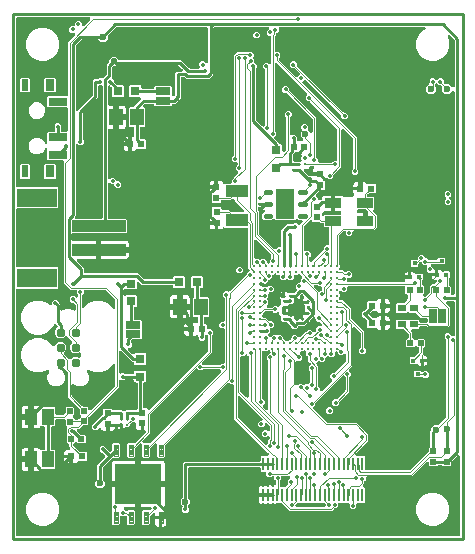
<source format=gbr>
G04 EAGLE Gerber RS-274X export*
G75*
%MOMM*%
%FSLAX34Y34*%
%LPD*%
%INTop Copper*%
%IPPOS*%
%AMOC8*
5,1,8,0,0,1.08239X$1,22.5*%
G01*
%ADD10R,1.150000X1.450000*%
%ADD11R,0.620000X0.620000*%
%ADD12R,0.700000X0.600000*%
%ADD13R,4.600000X1.000000*%
%ADD14R,3.400000X1.600000*%
%ADD15C,0.787400*%
%ADD16R,0.635000X1.270000*%
%ADD17R,1.270000X0.635000*%
%ADD18R,0.200000X1.140000*%
%ADD19R,0.800000X0.800000*%
%ADD20R,0.450000X0.350000*%
%ADD21R,0.350000X0.350000*%
%ADD22R,0.500000X0.500000*%
%ADD23R,1.050000X1.400000*%
%ADD24R,1.500000X0.700000*%
%ADD25R,0.600000X1.000000*%
%ADD26R,0.800000X1.000000*%
%ADD27C,0.600000*%
%ADD28C,0.250000*%
%ADD29C,0.254000*%
%ADD30R,1.600000X2.500000*%
%ADD31C,0.450000*%
%ADD32R,1.346200X0.812800*%
%ADD33R,1.905000X1.092200*%
%ADD34C,0.110000*%
%ADD35R,4.000000X3.400000*%
%ADD36C,0.254000*%
%ADD37C,0.355600*%
%ADD38C,0.101600*%
%ADD39C,0.553200*%

G36*
X377308Y2556D02*
X377308Y2556D01*
X377427Y2563D01*
X377465Y2576D01*
X377506Y2581D01*
X377616Y2624D01*
X377729Y2661D01*
X377764Y2683D01*
X377801Y2698D01*
X377897Y2767D01*
X377998Y2831D01*
X378026Y2861D01*
X378059Y2884D01*
X378135Y2976D01*
X378216Y3063D01*
X378236Y3098D01*
X378261Y3129D01*
X378312Y3237D01*
X378370Y3341D01*
X378380Y3381D01*
X378397Y3417D01*
X378419Y3534D01*
X378449Y3649D01*
X378453Y3709D01*
X378457Y3729D01*
X378455Y3750D01*
X378459Y3810D01*
X378459Y69973D01*
X378442Y70111D01*
X378429Y70249D01*
X378422Y70269D01*
X378419Y70289D01*
X378368Y70418D01*
X378321Y70549D01*
X378310Y70566D01*
X378302Y70584D01*
X378221Y70697D01*
X378143Y70812D01*
X378127Y70825D01*
X378116Y70842D01*
X378008Y70931D01*
X377904Y71022D01*
X377886Y71032D01*
X377871Y71044D01*
X377745Y71104D01*
X377621Y71167D01*
X377601Y71171D01*
X377583Y71180D01*
X377447Y71206D01*
X377311Y71237D01*
X377290Y71236D01*
X377271Y71240D01*
X377132Y71231D01*
X376993Y71227D01*
X376973Y71221D01*
X376953Y71220D01*
X376821Y71177D01*
X376687Y71139D01*
X376670Y71128D01*
X376651Y71122D01*
X376533Y71048D01*
X376413Y70977D01*
X376392Y70958D01*
X376382Y70952D01*
X376368Y70937D01*
X376293Y70871D01*
X371426Y66005D01*
X371366Y65926D01*
X371298Y65854D01*
X371269Y65801D01*
X371232Y65753D01*
X371192Y65662D01*
X371144Y65576D01*
X371129Y65517D01*
X371105Y65461D01*
X371090Y65363D01*
X371065Y65268D01*
X371059Y65168D01*
X371055Y65147D01*
X371057Y65135D01*
X371055Y65107D01*
X371055Y62429D01*
X370459Y61833D01*
X364617Y61833D01*
X363759Y62692D01*
X363680Y62752D01*
X363608Y62820D01*
X363555Y62849D01*
X363507Y62886D01*
X363416Y62926D01*
X363330Y62974D01*
X363271Y62989D01*
X363215Y63013D01*
X363118Y63028D01*
X363022Y63053D01*
X362922Y63059D01*
X362901Y63063D01*
X362889Y63061D01*
X362861Y63063D01*
X360531Y63063D01*
X360433Y63051D01*
X360334Y63048D01*
X360275Y63031D01*
X360215Y63023D01*
X360123Y62987D01*
X360028Y62959D01*
X359976Y62929D01*
X359920Y62906D01*
X359839Y62848D01*
X359754Y62798D01*
X359679Y62732D01*
X359662Y62720D01*
X359654Y62710D01*
X359633Y62691D01*
X358775Y61833D01*
X352933Y61833D01*
X352337Y62429D01*
X352337Y64469D01*
X352320Y64607D01*
X352307Y64745D01*
X352300Y64765D01*
X352297Y64785D01*
X352246Y64914D01*
X352199Y65045D01*
X352188Y65061D01*
X352180Y65080D01*
X352099Y65192D01*
X352021Y65308D01*
X352005Y65321D01*
X351994Y65338D01*
X351886Y65426D01*
X351782Y65518D01*
X351764Y65527D01*
X351749Y65540D01*
X351623Y65600D01*
X351499Y65663D01*
X351479Y65667D01*
X351461Y65676D01*
X351325Y65702D01*
X351189Y65733D01*
X351168Y65732D01*
X351149Y65736D01*
X351010Y65727D01*
X350871Y65723D01*
X350851Y65717D01*
X350831Y65716D01*
X350699Y65673D01*
X350565Y65634D01*
X350548Y65624D01*
X350529Y65618D01*
X350411Y65543D01*
X350291Y65473D01*
X350270Y65454D01*
X350260Y65448D01*
X350246Y65433D01*
X350171Y65367D01*
X339288Y54484D01*
X338023Y53219D01*
X299974Y53219D01*
X299856Y53204D01*
X299737Y53197D01*
X299699Y53184D01*
X299658Y53179D01*
X299548Y53136D01*
X299435Y53099D01*
X299400Y53077D01*
X299363Y53062D01*
X299267Y52993D01*
X299166Y52929D01*
X299138Y52899D01*
X299105Y52876D01*
X299029Y52784D01*
X298948Y52697D01*
X298928Y52662D01*
X298903Y52631D01*
X298852Y52523D01*
X298794Y52419D01*
X298784Y52379D01*
X298767Y52343D01*
X298745Y52226D01*
X298715Y52111D01*
X298711Y52051D01*
X298707Y52031D01*
X298709Y52010D01*
X298705Y51950D01*
X298705Y50150D01*
X297806Y49252D01*
X297746Y49174D01*
X297678Y49102D01*
X297649Y49049D01*
X297612Y49001D01*
X297572Y48910D01*
X297524Y48823D01*
X297509Y48765D01*
X297485Y48709D01*
X297470Y48611D01*
X297445Y48515D01*
X297439Y48415D01*
X297435Y48395D01*
X297437Y48383D01*
X297435Y48355D01*
X297435Y47374D01*
X296544Y46483D01*
X296459Y46374D01*
X296370Y46267D01*
X296361Y46248D01*
X296349Y46232D01*
X296294Y46105D01*
X296234Y45979D01*
X296231Y45959D01*
X296222Y45940D01*
X296201Y45802D01*
X296175Y45666D01*
X296176Y45646D01*
X296173Y45626D01*
X296186Y45487D01*
X296194Y45349D01*
X296201Y45330D01*
X296202Y45310D01*
X296250Y45178D01*
X296292Y45047D01*
X296303Y45029D01*
X296310Y45010D01*
X296388Y44895D01*
X296463Y44778D01*
X296477Y44764D01*
X296489Y44747D01*
X296593Y44655D01*
X296694Y44560D01*
X296712Y44550D01*
X296727Y44537D01*
X296851Y44473D01*
X296973Y44406D01*
X296992Y44401D01*
X297010Y44392D01*
X297146Y44362D01*
X297281Y44327D01*
X297309Y44325D01*
X297321Y44322D01*
X297341Y44323D01*
X297420Y44318D01*
X298017Y43721D01*
X298017Y31479D01*
X297421Y30883D01*
X294361Y30883D01*
X294354Y30886D01*
X294236Y30905D01*
X294120Y30931D01*
X294080Y30929D01*
X294040Y30936D01*
X293921Y30925D01*
X293802Y30921D01*
X293764Y30910D01*
X293724Y30906D01*
X293661Y30883D01*
X292100Y30883D01*
X291982Y30868D01*
X291863Y30861D01*
X291825Y30848D01*
X291784Y30843D01*
X291674Y30800D01*
X291561Y30763D01*
X291526Y30741D01*
X291489Y30726D01*
X291393Y30657D01*
X291292Y30593D01*
X291264Y30563D01*
X291231Y30540D01*
X291155Y30448D01*
X291074Y30361D01*
X291054Y30326D01*
X291029Y30295D01*
X290978Y30187D01*
X290920Y30083D01*
X290910Y30043D01*
X290893Y30007D01*
X290871Y29890D01*
X290841Y29775D01*
X290837Y29715D01*
X290833Y29695D01*
X290835Y29674D01*
X290831Y29614D01*
X290831Y27290D01*
X289194Y25653D01*
X286878Y25653D01*
X285241Y27290D01*
X285241Y29614D01*
X285226Y29732D01*
X285219Y29851D01*
X285206Y29889D01*
X285201Y29930D01*
X285158Y30040D01*
X285121Y30153D01*
X285099Y30188D01*
X285084Y30225D01*
X285015Y30321D01*
X284951Y30422D01*
X284921Y30450D01*
X284898Y30483D01*
X284806Y30559D01*
X284719Y30640D01*
X284684Y30660D01*
X284653Y30685D01*
X284545Y30736D01*
X284441Y30794D01*
X284401Y30804D01*
X284365Y30821D01*
X284248Y30843D01*
X284133Y30873D01*
X284073Y30877D01*
X284053Y30881D01*
X284032Y30879D01*
X283972Y30883D01*
X282361Y30883D01*
X282355Y30886D01*
X282237Y30905D01*
X282121Y30931D01*
X282080Y30929D01*
X282041Y30936D01*
X281922Y30925D01*
X281803Y30921D01*
X281764Y30910D01*
X281724Y30906D01*
X281661Y30883D01*
X278361Y30883D01*
X278354Y30886D01*
X278236Y30905D01*
X278120Y30931D01*
X278080Y30929D01*
X278040Y30936D01*
X277921Y30925D01*
X277802Y30921D01*
X277764Y30910D01*
X277724Y30906D01*
X277661Y30883D01*
X276606Y30883D01*
X276488Y30868D01*
X276369Y30861D01*
X276331Y30848D01*
X276290Y30843D01*
X276180Y30800D01*
X276067Y30763D01*
X276032Y30741D01*
X275995Y30726D01*
X275899Y30657D01*
X275798Y30593D01*
X275770Y30563D01*
X275737Y30540D01*
X275661Y30448D01*
X275580Y30361D01*
X275560Y30326D01*
X275535Y30295D01*
X275484Y30187D01*
X275426Y30083D01*
X275416Y30043D01*
X275399Y30007D01*
X275377Y29890D01*
X275347Y29775D01*
X275343Y29715D01*
X275339Y29695D01*
X275341Y29674D01*
X275337Y29614D01*
X275337Y27798D01*
X273700Y26161D01*
X272429Y26161D01*
X272331Y26149D01*
X272232Y26146D01*
X272174Y26129D01*
X272114Y26121D01*
X272022Y26085D01*
X271927Y26057D01*
X271874Y26027D01*
X271818Y26004D01*
X271738Y25946D01*
X271653Y25896D01*
X271577Y25830D01*
X271561Y25818D01*
X271553Y25808D01*
X271532Y25790D01*
X269872Y24129D01*
X234318Y24129D01*
X227936Y30512D01*
X227858Y30572D01*
X227786Y30640D01*
X227733Y30669D01*
X227685Y30706D01*
X227594Y30746D01*
X227507Y30794D01*
X227449Y30809D01*
X227393Y30833D01*
X227295Y30848D01*
X227199Y30873D01*
X227099Y30879D01*
X227079Y30883D01*
X227067Y30881D01*
X227039Y30883D01*
X226361Y30883D01*
X226354Y30886D01*
X226236Y30905D01*
X226120Y30931D01*
X226080Y30929D01*
X226040Y30936D01*
X225921Y30925D01*
X225802Y30921D01*
X225764Y30910D01*
X225724Y30906D01*
X225661Y30883D01*
X224080Y30883D01*
X223975Y30870D01*
X223869Y30866D01*
X223817Y30850D01*
X223764Y30843D01*
X223666Y30804D01*
X223564Y30774D01*
X223518Y30746D01*
X223468Y30726D01*
X223383Y30664D01*
X223292Y30609D01*
X223254Y30571D01*
X223211Y30540D01*
X223143Y30458D01*
X223069Y30382D01*
X223057Y30364D01*
X222560Y29867D01*
X221981Y29532D01*
X221335Y29359D01*
X221269Y29359D01*
X221269Y29512D01*
X221268Y29522D01*
X221269Y29532D01*
X221248Y29679D01*
X221230Y29828D01*
X221226Y29837D01*
X221224Y29847D01*
X221167Y29985D01*
X221113Y30123D01*
X221107Y30131D01*
X221103Y30141D01*
X221014Y30259D01*
X220926Y30381D01*
X220918Y30387D01*
X220912Y30395D01*
X220796Y30488D01*
X220681Y30583D01*
X220672Y30588D01*
X220664Y30594D01*
X220527Y30656D01*
X220393Y30719D01*
X220383Y30721D01*
X220374Y30725D01*
X220226Y30751D01*
X220081Y30779D01*
X220071Y30778D01*
X220061Y30780D01*
X219912Y30768D01*
X219763Y30759D01*
X219754Y30756D01*
X219744Y30755D01*
X219602Y30707D01*
X219461Y30661D01*
X219452Y30656D01*
X219443Y30652D01*
X219318Y30570D01*
X219192Y30491D01*
X219185Y30483D01*
X219177Y30478D01*
X219061Y30366D01*
X219061Y30365D01*
X219021Y30309D01*
X218974Y30259D01*
X218930Y30179D01*
X218878Y30105D01*
X218854Y30041D01*
X218820Y29980D01*
X218798Y29893D01*
X218766Y29808D01*
X218758Y29739D01*
X218741Y29672D01*
X218731Y29512D01*
X218731Y29359D01*
X218666Y29359D01*
X218329Y29450D01*
X218237Y29462D01*
X218147Y29484D01*
X218080Y29484D01*
X218014Y29493D01*
X217922Y29482D01*
X217829Y29481D01*
X217715Y29458D01*
X217698Y29456D01*
X217690Y29453D01*
X217672Y29450D01*
X217335Y29359D01*
X217269Y29359D01*
X217269Y29512D01*
X217257Y29610D01*
X217254Y29709D01*
X217243Y29748D01*
X217239Y29788D01*
X217232Y29807D01*
X217230Y29827D01*
X217193Y29919D01*
X217166Y30014D01*
X217145Y30050D01*
X217131Y30088D01*
X217120Y30104D01*
X217113Y30123D01*
X217054Y30203D01*
X217004Y30288D01*
X216964Y30334D01*
X216953Y30351D01*
X216938Y30364D01*
X216926Y30380D01*
X216916Y30388D01*
X216898Y30409D01*
X216803Y30482D01*
X216714Y30561D01*
X216696Y30570D01*
X216681Y30583D01*
X216663Y30592D01*
X216646Y30604D01*
X216537Y30652D01*
X216431Y30706D01*
X216411Y30710D01*
X216393Y30719D01*
X216374Y30722D01*
X216354Y30731D01*
X216237Y30749D01*
X216121Y30775D01*
X216100Y30775D01*
X216081Y30778D01*
X216061Y30777D01*
X216040Y30781D01*
X215922Y30769D01*
X215803Y30766D01*
X215783Y30760D01*
X215763Y30759D01*
X215745Y30753D01*
X215724Y30751D01*
X215612Y30710D01*
X215497Y30677D01*
X215479Y30667D01*
X215460Y30661D01*
X215444Y30650D01*
X215424Y30643D01*
X215326Y30576D01*
X215223Y30516D01*
X215202Y30497D01*
X215192Y30490D01*
X215178Y30476D01*
X215161Y30465D01*
X215148Y30449D01*
X215103Y30409D01*
X215102Y30409D01*
X215042Y30331D01*
X214974Y30259D01*
X214964Y30241D01*
X214951Y30226D01*
X214933Y30190D01*
X214907Y30158D01*
X214868Y30067D01*
X214820Y29980D01*
X214815Y29960D01*
X214806Y29943D01*
X214797Y29904D01*
X214781Y29866D01*
X214766Y29768D01*
X214741Y29672D01*
X214739Y29643D01*
X214737Y29633D01*
X214737Y29614D01*
X214734Y29572D01*
X214731Y29552D01*
X214732Y29540D01*
X214731Y29512D01*
X214731Y29359D01*
X214666Y29359D01*
X214329Y29450D01*
X214237Y29462D01*
X214147Y29484D01*
X214080Y29484D01*
X214013Y29493D01*
X213922Y29482D01*
X213829Y29481D01*
X213714Y29458D01*
X213698Y29456D01*
X213690Y29453D01*
X213671Y29450D01*
X213334Y29359D01*
X213269Y29359D01*
X213269Y29512D01*
X213261Y29580D01*
X213262Y29649D01*
X213241Y29737D01*
X213230Y29827D01*
X213204Y29891D01*
X213188Y29958D01*
X213146Y30039D01*
X213113Y30123D01*
X213072Y30179D01*
X213040Y30240D01*
X212939Y30366D01*
X212932Y30372D01*
X212926Y30380D01*
X212925Y30381D01*
X212811Y30476D01*
X212697Y30573D01*
X212688Y30577D01*
X212680Y30583D01*
X212546Y30647D01*
X212412Y30713D01*
X212402Y30715D01*
X212393Y30719D01*
X212246Y30747D01*
X212100Y30777D01*
X212090Y30777D01*
X212080Y30779D01*
X211931Y30769D01*
X211783Y30763D01*
X211773Y30760D01*
X211763Y30759D01*
X211621Y30713D01*
X211479Y30669D01*
X211470Y30664D01*
X211460Y30661D01*
X211334Y30581D01*
X211207Y30504D01*
X211200Y30496D01*
X211192Y30491D01*
X211089Y30382D01*
X210986Y30275D01*
X210981Y30267D01*
X210974Y30259D01*
X210902Y30129D01*
X210828Y29999D01*
X210825Y29990D01*
X210820Y29981D01*
X210783Y29837D01*
X210744Y29693D01*
X210743Y29683D01*
X210741Y29673D01*
X210731Y29512D01*
X210731Y29359D01*
X210666Y29359D01*
X210019Y29532D01*
X209440Y29867D01*
X208967Y30340D01*
X208632Y30919D01*
X208459Y31566D01*
X208459Y36331D01*
X212000Y36331D01*
X216000Y36331D01*
X220000Y36331D01*
X220118Y36346D01*
X220237Y36353D01*
X220275Y36365D01*
X220315Y36370D01*
X220426Y36414D01*
X220539Y36451D01*
X220573Y36473D01*
X220611Y36487D01*
X220707Y36557D01*
X220808Y36621D01*
X220836Y36651D01*
X220868Y36674D01*
X220944Y36766D01*
X221026Y36853D01*
X221045Y36888D01*
X221071Y36919D01*
X221122Y37027D01*
X221179Y37131D01*
X221189Y37170D01*
X221207Y37207D01*
X221229Y37324D01*
X221259Y37439D01*
X221263Y37499D01*
X221266Y37519D01*
X221266Y37520D01*
X221265Y37540D01*
X221269Y37600D01*
X221254Y37718D01*
X221247Y37837D01*
X221234Y37875D01*
X221229Y37916D01*
X221185Y38026D01*
X221149Y38140D01*
X221127Y38174D01*
X221112Y38211D01*
X221042Y38308D01*
X220978Y38408D01*
X220949Y38436D01*
X220925Y38469D01*
X220834Y38545D01*
X220747Y38626D01*
X220711Y38646D01*
X220680Y38672D01*
X220573Y38722D01*
X220468Y38780D01*
X220429Y38790D01*
X220393Y38807D01*
X220276Y38829D01*
X220160Y38859D01*
X220100Y38863D01*
X220080Y38867D01*
X220060Y38866D01*
X220000Y38869D01*
X216000Y38869D01*
X212000Y38869D01*
X208459Y38869D01*
X208459Y43634D01*
X208632Y44281D01*
X208967Y44860D01*
X209440Y45333D01*
X210019Y45668D01*
X210666Y45841D01*
X210731Y45841D01*
X210731Y45688D01*
X210732Y45678D01*
X210731Y45668D01*
X210747Y45554D01*
X210753Y45458D01*
X210764Y45425D01*
X210770Y45372D01*
X210774Y45363D01*
X210776Y45353D01*
X210828Y45226D01*
X210851Y45156D01*
X210865Y45134D01*
X210887Y45077D01*
X210893Y45069D01*
X210897Y45059D01*
X210987Y44940D01*
X210994Y44931D01*
X211021Y44887D01*
X211034Y44875D01*
X211074Y44819D01*
X211082Y44813D01*
X211088Y44805D01*
X211204Y44712D01*
X211231Y44690D01*
X211253Y44669D01*
X211262Y44664D01*
X211319Y44617D01*
X211328Y44612D01*
X211336Y44606D01*
X211473Y44544D01*
X211518Y44523D01*
X211531Y44516D01*
X211536Y44514D01*
X211607Y44481D01*
X211617Y44479D01*
X211626Y44475D01*
X211774Y44449D01*
X211833Y44438D01*
X211839Y44436D01*
X211842Y44436D01*
X211919Y44421D01*
X211929Y44422D01*
X211939Y44420D01*
X212089Y44432D01*
X212237Y44441D01*
X212246Y44444D01*
X212257Y44445D01*
X212398Y44493D01*
X212539Y44539D01*
X212548Y44544D01*
X212557Y44548D01*
X212611Y44583D01*
X212614Y44585D01*
X212682Y44630D01*
X212808Y44709D01*
X212815Y44717D01*
X212823Y44722D01*
X212939Y44834D01*
X212979Y44891D01*
X213025Y44940D01*
X213026Y44941D01*
X213057Y44997D01*
X213072Y45015D01*
X213083Y45039D01*
X213122Y45095D01*
X213146Y45159D01*
X213180Y45220D01*
X213194Y45274D01*
X213207Y45302D01*
X213214Y45338D01*
X213234Y45392D01*
X213242Y45461D01*
X213259Y45528D01*
X213264Y45598D01*
X213267Y45615D01*
X213266Y45632D01*
X213269Y45688D01*
X213269Y45841D01*
X213334Y45841D01*
X213671Y45750D01*
X213763Y45738D01*
X213853Y45716D01*
X213920Y45716D01*
X213987Y45707D01*
X214078Y45718D01*
X214171Y45719D01*
X214286Y45742D01*
X214302Y45744D01*
X214310Y45747D01*
X214329Y45750D01*
X214666Y45841D01*
X214731Y45841D01*
X214731Y45688D01*
X214743Y45590D01*
X214746Y45491D01*
X214752Y45470D01*
X214753Y45458D01*
X214758Y45441D01*
X214761Y45412D01*
X214768Y45393D01*
X214770Y45373D01*
X214807Y45281D01*
X214834Y45186D01*
X214850Y45160D01*
X214851Y45156D01*
X214856Y45147D01*
X214869Y45112D01*
X214880Y45096D01*
X214887Y45077D01*
X214946Y44997D01*
X214996Y44912D01*
X215036Y44866D01*
X215047Y44849D01*
X215062Y44836D01*
X215074Y44820D01*
X215084Y44812D01*
X215102Y44791D01*
X215103Y44791D01*
X215197Y44718D01*
X215286Y44639D01*
X215304Y44630D01*
X215319Y44617D01*
X215337Y44608D01*
X215354Y44596D01*
X215463Y44548D01*
X215569Y44494D01*
X215589Y44490D01*
X215607Y44481D01*
X215626Y44478D01*
X215646Y44469D01*
X215763Y44451D01*
X215879Y44425D01*
X215900Y44425D01*
X215920Y44422D01*
X215939Y44423D01*
X215960Y44419D01*
X216078Y44431D01*
X216197Y44434D01*
X216217Y44440D01*
X216237Y44441D01*
X216256Y44447D01*
X216276Y44449D01*
X216389Y44490D01*
X216503Y44523D01*
X216521Y44533D01*
X216540Y44539D01*
X216556Y44550D01*
X216576Y44557D01*
X216674Y44624D01*
X216777Y44684D01*
X216798Y44703D01*
X216808Y44709D01*
X216822Y44724D01*
X216839Y44735D01*
X216852Y44751D01*
X216898Y44791D01*
X216958Y44869D01*
X217026Y44941D01*
X217036Y44959D01*
X217049Y44974D01*
X217068Y45010D01*
X217069Y45012D01*
X217072Y45015D01*
X217093Y45042D01*
X217132Y45133D01*
X217180Y45220D01*
X217185Y45239D01*
X217194Y45257D01*
X217201Y45290D01*
X217207Y45302D01*
X217208Y45310D01*
X217219Y45334D01*
X217234Y45432D01*
X217259Y45528D01*
X217261Y45556D01*
X217264Y45567D01*
X217263Y45587D01*
X217264Y45598D01*
X217267Y45615D01*
X217266Y45630D01*
X217269Y45648D01*
X217268Y45660D01*
X217269Y45688D01*
X217269Y45841D01*
X217335Y45841D01*
X217672Y45750D01*
X217763Y45738D01*
X217853Y45716D01*
X217920Y45716D01*
X217987Y45707D01*
X218078Y45718D01*
X218171Y45719D01*
X218286Y45742D01*
X218303Y45744D01*
X218310Y45747D01*
X218329Y45750D01*
X218666Y45841D01*
X218731Y45841D01*
X218731Y45688D01*
X218739Y45620D01*
X218738Y45551D01*
X218750Y45499D01*
X218753Y45458D01*
X218764Y45424D01*
X218770Y45373D01*
X218796Y45309D01*
X218812Y45242D01*
X218841Y45186D01*
X218851Y45156D01*
X218865Y45133D01*
X218887Y45077D01*
X218928Y45021D01*
X218960Y44960D01*
X219061Y44835D01*
X219061Y44834D01*
X219068Y44828D01*
X219074Y44820D01*
X219075Y44819D01*
X219190Y44724D01*
X219240Y44681D01*
X219253Y44669D01*
X219256Y44667D01*
X219303Y44627D01*
X219312Y44623D01*
X219320Y44617D01*
X219454Y44553D01*
X219588Y44487D01*
X219598Y44485D01*
X219607Y44481D01*
X219754Y44453D01*
X219900Y44423D01*
X219910Y44423D01*
X219920Y44421D01*
X219998Y44426D01*
X220000Y44426D01*
X220005Y44427D01*
X220069Y44431D01*
X220217Y44437D01*
X220227Y44440D01*
X220237Y44441D01*
X220312Y44465D01*
X220316Y44466D01*
X220325Y44469D01*
X220379Y44487D01*
X220521Y44531D01*
X220530Y44536D01*
X220540Y44539D01*
X220604Y44580D01*
X220611Y44583D01*
X220629Y44596D01*
X220666Y44619D01*
X220793Y44697D01*
X220800Y44704D01*
X220808Y44709D01*
X220858Y44762D01*
X220869Y44770D01*
X220894Y44801D01*
X220910Y44818D01*
X221014Y44925D01*
X221019Y44933D01*
X221026Y44941D01*
X221058Y44998D01*
X221072Y45015D01*
X221099Y45072D01*
X221172Y45201D01*
X221175Y45210D01*
X221180Y45219D01*
X221194Y45275D01*
X221207Y45302D01*
X221223Y45385D01*
X221257Y45507D01*
X221257Y45518D01*
X221259Y45527D01*
X221264Y45598D01*
X221267Y45615D01*
X221266Y45631D01*
X221269Y45688D01*
X221269Y45841D01*
X221488Y45841D01*
X221606Y45856D01*
X221725Y45863D01*
X221763Y45876D01*
X221804Y45881D01*
X221914Y45924D01*
X222027Y45961D01*
X222062Y45983D01*
X222099Y45998D01*
X222195Y46067D01*
X222296Y46131D01*
X222324Y46161D01*
X222357Y46184D01*
X222433Y46276D01*
X222514Y46363D01*
X222534Y46398D01*
X222559Y46429D01*
X222610Y46537D01*
X222668Y46641D01*
X222678Y46681D01*
X222695Y46717D01*
X222717Y46834D01*
X222747Y46949D01*
X222751Y47009D01*
X222755Y47029D01*
X222753Y47050D01*
X222757Y47110D01*
X222757Y49117D01*
X222745Y49215D01*
X222742Y49314D01*
X222725Y49372D01*
X222717Y49432D01*
X222681Y49524D01*
X222653Y49619D01*
X222623Y49672D01*
X222600Y49728D01*
X222542Y49808D01*
X222492Y49893D01*
X222426Y49969D01*
X222414Y49985D01*
X222404Y49993D01*
X222386Y50014D01*
X221487Y50912D01*
X221487Y52419D01*
X221470Y52557D01*
X221457Y52695D01*
X221450Y52714D01*
X221447Y52734D01*
X221396Y52863D01*
X221349Y52994D01*
X221338Y53011D01*
X221330Y53030D01*
X221249Y53142D01*
X221171Y53257D01*
X221155Y53271D01*
X221144Y53287D01*
X221036Y53376D01*
X220932Y53468D01*
X220914Y53477D01*
X220899Y53490D01*
X220773Y53549D01*
X220649Y53613D01*
X220629Y53617D01*
X220611Y53626D01*
X220474Y53652D01*
X220339Y53682D01*
X220318Y53682D01*
X220299Y53685D01*
X220160Y53677D01*
X220021Y53673D01*
X220001Y53667D01*
X219981Y53666D01*
X219849Y53623D01*
X219715Y53584D01*
X219698Y53574D01*
X219679Y53568D01*
X219561Y53493D01*
X219441Y53423D01*
X219420Y53404D01*
X219410Y53397D01*
X219396Y53382D01*
X219321Y53316D01*
X218582Y52577D01*
X216266Y52577D01*
X214629Y54214D01*
X214629Y56014D01*
X214614Y56132D01*
X214607Y56251D01*
X214594Y56289D01*
X214589Y56330D01*
X214546Y56440D01*
X214509Y56553D01*
X214487Y56588D01*
X214472Y56625D01*
X214403Y56721D01*
X214339Y56822D01*
X214309Y56850D01*
X214286Y56883D01*
X214194Y56959D01*
X214107Y57040D01*
X214072Y57060D01*
X214041Y57085D01*
X213933Y57136D01*
X213829Y57194D01*
X213789Y57204D01*
X213753Y57221D01*
X213636Y57243D01*
X213521Y57273D01*
X213461Y57277D01*
X213441Y57281D01*
X213420Y57279D01*
X213360Y57283D01*
X210579Y57283D01*
X209983Y57879D01*
X209983Y59944D01*
X209968Y60062D01*
X209961Y60181D01*
X209949Y60219D01*
X209943Y60260D01*
X209900Y60370D01*
X209863Y60483D01*
X209841Y60518D01*
X209826Y60555D01*
X209757Y60651D01*
X209693Y60752D01*
X209663Y60780D01*
X209640Y60813D01*
X209548Y60889D01*
X209461Y60970D01*
X209426Y60990D01*
X209395Y61015D01*
X209287Y61066D01*
X209183Y61124D01*
X209143Y61134D01*
X209107Y61151D01*
X208990Y61173D01*
X208875Y61203D01*
X208815Y61207D01*
X208795Y61211D01*
X208774Y61209D01*
X208714Y61213D01*
X149606Y61213D01*
X149488Y61198D01*
X149369Y61191D01*
X149331Y61178D01*
X149290Y61173D01*
X149180Y61130D01*
X149067Y61093D01*
X149032Y61071D01*
X148995Y61056D01*
X148899Y60987D01*
X148798Y60923D01*
X148770Y60893D01*
X148737Y60870D01*
X148661Y60778D01*
X148580Y60691D01*
X148560Y60656D01*
X148535Y60625D01*
X148484Y60517D01*
X148426Y60413D01*
X148416Y60373D01*
X148399Y60337D01*
X148377Y60220D01*
X148347Y60105D01*
X148343Y60045D01*
X148339Y60025D01*
X148341Y60004D01*
X148337Y59944D01*
X148337Y35670D01*
X148349Y35571D01*
X148352Y35472D01*
X148369Y35414D01*
X148377Y35354D01*
X148413Y35262D01*
X148441Y35167D01*
X148471Y35115D01*
X148494Y35058D01*
X148552Y34978D01*
X148602Y34893D01*
X148668Y34817D01*
X148680Y34801D01*
X148690Y34793D01*
X148708Y34772D01*
X150067Y33414D01*
X150067Y30086D01*
X148708Y28728D01*
X148648Y28650D01*
X148580Y28578D01*
X148551Y28525D01*
X148514Y28477D01*
X148474Y28386D01*
X148426Y28299D01*
X148411Y28241D01*
X148387Y28185D01*
X148372Y28087D01*
X148347Y27991D01*
X148341Y27891D01*
X148337Y27871D01*
X148339Y27858D01*
X148337Y27830D01*
X148337Y27591D01*
X148349Y27493D01*
X148352Y27394D01*
X148369Y27336D01*
X148377Y27276D01*
X148413Y27184D01*
X148441Y27089D01*
X148471Y27036D01*
X148494Y26980D01*
X148552Y26900D01*
X148602Y26815D01*
X148668Y26739D01*
X148680Y26723D01*
X148690Y26715D01*
X148708Y26694D01*
X148845Y26558D01*
X148845Y24242D01*
X147208Y22605D01*
X144892Y22605D01*
X143255Y24242D01*
X143255Y26558D01*
X143392Y26694D01*
X143452Y26772D01*
X143520Y26844D01*
X143549Y26897D01*
X143586Y26945D01*
X143626Y27036D01*
X143674Y27123D01*
X143689Y27181D01*
X143713Y27237D01*
X143728Y27335D01*
X143753Y27431D01*
X143759Y27531D01*
X143763Y27551D01*
X143761Y27563D01*
X143763Y27591D01*
X143763Y27830D01*
X143751Y27929D01*
X143748Y28028D01*
X143731Y28086D01*
X143723Y28146D01*
X143687Y28238D01*
X143659Y28333D01*
X143629Y28385D01*
X143606Y28442D01*
X143548Y28522D01*
X143498Y28607D01*
X143432Y28683D01*
X143420Y28699D01*
X143410Y28707D01*
X143392Y28728D01*
X142033Y30086D01*
X142033Y33414D01*
X143392Y34772D01*
X143452Y34850D01*
X143520Y34922D01*
X143549Y34975D01*
X143586Y35023D01*
X143626Y35114D01*
X143674Y35201D01*
X143689Y35259D01*
X143713Y35315D01*
X143728Y35413D01*
X143753Y35509D01*
X143759Y35609D01*
X143763Y35629D01*
X143761Y35642D01*
X143763Y35670D01*
X143763Y64447D01*
X145103Y65787D01*
X208714Y65787D01*
X208832Y65802D01*
X208951Y65809D01*
X208989Y65822D01*
X209030Y65827D01*
X209140Y65870D01*
X209253Y65907D01*
X209288Y65929D01*
X209325Y65944D01*
X209421Y66013D01*
X209522Y66077D01*
X209550Y66107D01*
X209583Y66130D01*
X209659Y66222D01*
X209740Y66309D01*
X209760Y66344D01*
X209785Y66375D01*
X209836Y66483D01*
X209894Y66587D01*
X209904Y66627D01*
X209921Y66663D01*
X209943Y66780D01*
X209973Y66895D01*
X209977Y66955D01*
X209981Y66975D01*
X209979Y66996D01*
X209983Y67056D01*
X209983Y70121D01*
X210579Y70717D01*
X213639Y70717D01*
X213645Y70714D01*
X213763Y70695D01*
X213879Y70669D01*
X213920Y70671D01*
X213959Y70664D01*
X214078Y70675D01*
X214197Y70679D01*
X214236Y70690D01*
X214276Y70694D01*
X214339Y70717D01*
X215401Y70717D01*
X215538Y70734D01*
X215677Y70747D01*
X215696Y70754D01*
X215716Y70757D01*
X215845Y70808D01*
X215976Y70855D01*
X215993Y70866D01*
X216012Y70874D01*
X216124Y70955D01*
X216240Y71033D01*
X216253Y71049D01*
X216269Y71060D01*
X216358Y71168D01*
X216450Y71272D01*
X216459Y71290D01*
X216472Y71305D01*
X216531Y71431D01*
X216595Y71555D01*
X216599Y71575D01*
X216608Y71593D01*
X216634Y71729D01*
X216664Y71865D01*
X216664Y71886D01*
X216667Y71905D01*
X216659Y72044D01*
X216655Y72183D01*
X216649Y72203D01*
X216648Y72223D01*
X216605Y72355D01*
X216566Y72489D01*
X216556Y72506D01*
X216550Y72525D01*
X216475Y72643D01*
X216405Y72763D01*
X216386Y72784D01*
X216379Y72794D01*
X216365Y72808D01*
X216298Y72883D01*
X187451Y101730D01*
X187451Y129794D01*
X187436Y129912D01*
X187429Y130031D01*
X187416Y130069D01*
X187411Y130110D01*
X187368Y130220D01*
X187331Y130333D01*
X187309Y130368D01*
X187294Y130405D01*
X187225Y130501D01*
X187161Y130602D01*
X187131Y130630D01*
X187108Y130663D01*
X187016Y130739D01*
X186929Y130820D01*
X186894Y130840D01*
X186863Y130865D01*
X186755Y130916D01*
X186651Y130974D01*
X186611Y130984D01*
X186575Y131001D01*
X186458Y131023D01*
X186343Y131053D01*
X186283Y131057D01*
X186263Y131061D01*
X186242Y131059D01*
X186182Y131063D01*
X184516Y131063D01*
X183260Y132319D01*
X183166Y132392D01*
X183077Y132471D01*
X183041Y132489D01*
X183009Y132514D01*
X182900Y132561D01*
X182794Y132616D01*
X182755Y132624D01*
X182717Y132640D01*
X182600Y132659D01*
X182484Y132685D01*
X182443Y132684D01*
X182403Y132690D01*
X182285Y132679D01*
X182166Y132676D01*
X182127Y132664D01*
X182087Y132661D01*
X181974Y132620D01*
X181860Y132587D01*
X181825Y132567D01*
X181787Y132553D01*
X181689Y132486D01*
X181586Y132426D01*
X181541Y132386D01*
X181524Y132374D01*
X181511Y132359D01*
X181465Y132319D01*
X128810Y79664D01*
X128750Y79586D01*
X128682Y79514D01*
X128653Y79461D01*
X128616Y79413D01*
X128576Y79322D01*
X128528Y79235D01*
X128513Y79177D01*
X128489Y79121D01*
X128474Y79023D01*
X128449Y78927D01*
X128443Y78827D01*
X128439Y78807D01*
X128441Y78795D01*
X128439Y78767D01*
X128439Y70141D01*
X127521Y69223D01*
X122923Y69223D01*
X122005Y70141D01*
X122005Y79955D01*
X121988Y80092D01*
X121975Y80231D01*
X121968Y80250D01*
X121965Y80270D01*
X121914Y80399D01*
X121867Y80530D01*
X121856Y80547D01*
X121848Y80566D01*
X121767Y80678D01*
X121689Y80793D01*
X121673Y80807D01*
X121662Y80823D01*
X121554Y80912D01*
X121450Y81004D01*
X121432Y81013D01*
X121417Y81026D01*
X121291Y81085D01*
X121167Y81149D01*
X121147Y81153D01*
X121129Y81162D01*
X120993Y81188D01*
X120857Y81218D01*
X120836Y81218D01*
X120817Y81221D01*
X120678Y81213D01*
X120539Y81209D01*
X120519Y81203D01*
X120499Y81202D01*
X120367Y81159D01*
X120233Y81120D01*
X120216Y81110D01*
X120197Y81104D01*
X120079Y81029D01*
X119959Y80959D01*
X119938Y80940D01*
X119928Y80933D01*
X119914Y80919D01*
X119839Y80852D01*
X116110Y77124D01*
X116050Y77046D01*
X115982Y76974D01*
X115953Y76921D01*
X115916Y76873D01*
X115876Y76782D01*
X115828Y76695D01*
X115813Y76637D01*
X115789Y76581D01*
X115774Y76483D01*
X115749Y76387D01*
X115743Y76287D01*
X115739Y76267D01*
X115741Y76255D01*
X115739Y76227D01*
X115739Y70141D01*
X114821Y69223D01*
X110223Y69223D01*
X109305Y70141D01*
X109305Y79955D01*
X109288Y80092D01*
X109275Y80231D01*
X109268Y80250D01*
X109265Y80270D01*
X109214Y80399D01*
X109167Y80530D01*
X109156Y80547D01*
X109148Y80566D01*
X109067Y80678D01*
X108989Y80794D01*
X108973Y80807D01*
X108962Y80823D01*
X108854Y80912D01*
X108750Y81004D01*
X108732Y81013D01*
X108717Y81026D01*
X108591Y81085D01*
X108467Y81149D01*
X108447Y81153D01*
X108429Y81162D01*
X108293Y81188D01*
X108157Y81218D01*
X108136Y81218D01*
X108117Y81221D01*
X107978Y81213D01*
X107839Y81209D01*
X107819Y81203D01*
X107799Y81202D01*
X107667Y81159D01*
X107533Y81120D01*
X107516Y81110D01*
X107497Y81104D01*
X107379Y81029D01*
X107259Y80959D01*
X107238Y80940D01*
X107228Y80933D01*
X107214Y80918D01*
X107139Y80852D01*
X103410Y77124D01*
X103350Y77046D01*
X103282Y76974D01*
X103253Y76921D01*
X103216Y76873D01*
X103176Y76782D01*
X103128Y76695D01*
X103113Y76637D01*
X103089Y76581D01*
X103074Y76483D01*
X103049Y76387D01*
X103043Y76287D01*
X103039Y76267D01*
X103041Y76255D01*
X103039Y76227D01*
X103039Y70141D01*
X102121Y69223D01*
X97523Y69223D01*
X96605Y70141D01*
X96605Y80739D01*
X97523Y81657D01*
X102151Y81657D01*
X102161Y81648D01*
X102198Y81629D01*
X102229Y81605D01*
X102338Y81557D01*
X102445Y81503D01*
X102484Y81494D01*
X102521Y81478D01*
X102639Y81460D01*
X102755Y81433D01*
X102795Y81435D01*
X102835Y81428D01*
X102954Y81440D01*
X103073Y81443D01*
X103112Y81454D01*
X103152Y81458D01*
X103264Y81498D01*
X103378Y81532D01*
X103413Y81552D01*
X103451Y81566D01*
X103550Y81633D01*
X103652Y81693D01*
X103698Y81733D01*
X103714Y81744D01*
X103728Y81759D01*
X103773Y81799D01*
X112282Y90309D01*
X112367Y90418D01*
X112456Y90525D01*
X112465Y90544D01*
X112477Y90560D01*
X112533Y90688D01*
X112592Y90813D01*
X112595Y90833D01*
X112604Y90852D01*
X112625Y90990D01*
X112651Y91126D01*
X112650Y91146D01*
X112653Y91166D01*
X112640Y91304D01*
X112632Y91443D01*
X112625Y91462D01*
X112624Y91482D01*
X112576Y91614D01*
X112534Y91745D01*
X112523Y91763D01*
X112516Y91782D01*
X112438Y91897D01*
X112363Y92014D01*
X112349Y92028D01*
X112337Y92045D01*
X112233Y92137D01*
X112132Y92232D01*
X112114Y92242D01*
X112099Y92255D01*
X111975Y92319D01*
X111853Y92386D01*
X111834Y92391D01*
X111816Y92400D01*
X111680Y92430D01*
X111545Y92465D01*
X111517Y92467D01*
X111505Y92470D01*
X111485Y92469D01*
X111385Y92475D01*
X111277Y92475D01*
X111277Y97836D01*
X111262Y97954D01*
X111255Y98073D01*
X111242Y98111D01*
X111237Y98151D01*
X111194Y98262D01*
X111157Y98375D01*
X111135Y98409D01*
X111120Y98447D01*
X111051Y98543D01*
X110987Y98644D01*
X110957Y98672D01*
X110934Y98704D01*
X110842Y98780D01*
X110755Y98862D01*
X110720Y98881D01*
X110689Y98907D01*
X110581Y98958D01*
X110477Y99015D01*
X110437Y99025D01*
X110401Y99043D01*
X110284Y99065D01*
X110169Y99095D01*
X110109Y99099D01*
X110089Y99102D01*
X110068Y99101D01*
X110008Y99105D01*
X109448Y99105D01*
X109330Y99090D01*
X109211Y99083D01*
X109173Y99070D01*
X109132Y99065D01*
X109022Y99021D01*
X108909Y98985D01*
X108874Y98963D01*
X108837Y98948D01*
X108740Y98878D01*
X108640Y98815D01*
X108612Y98785D01*
X108579Y98761D01*
X108503Y98670D01*
X108422Y98583D01*
X108402Y98548D01*
X108377Y98516D01*
X108326Y98409D01*
X108268Y98304D01*
X108258Y98265D01*
X108241Y98229D01*
X108219Y98112D01*
X108189Y97996D01*
X108185Y97936D01*
X108181Y97916D01*
X108183Y97896D01*
X108179Y97836D01*
X108179Y92475D01*
X106294Y92475D01*
X105647Y92648D01*
X105068Y92983D01*
X104595Y93456D01*
X104260Y94035D01*
X104087Y94682D01*
X104087Y97790D01*
X104072Y97908D01*
X104065Y98027D01*
X104052Y98065D01*
X104047Y98106D01*
X104004Y98216D01*
X103967Y98329D01*
X103945Y98364D01*
X103930Y98401D01*
X103861Y98497D01*
X103797Y98598D01*
X103767Y98626D01*
X103744Y98659D01*
X103652Y98735D01*
X103565Y98816D01*
X103530Y98836D01*
X103499Y98861D01*
X103391Y98912D01*
X103287Y98970D01*
X103247Y98980D01*
X103211Y98997D01*
X103094Y99019D01*
X102979Y99049D01*
X102919Y99053D01*
X102899Y99057D01*
X102878Y99055D01*
X102818Y99059D01*
X101233Y99059D01*
X101135Y99047D01*
X101036Y99044D01*
X100978Y99027D01*
X100918Y99019D01*
X100826Y98983D01*
X100731Y98955D01*
X100678Y98925D01*
X100622Y98902D01*
X100542Y98844D01*
X100457Y98794D01*
X100381Y98728D01*
X100365Y98716D01*
X100357Y98706D01*
X100336Y98688D01*
X99392Y97744D01*
X99332Y97666D01*
X99264Y97594D01*
X99235Y97541D01*
X99198Y97493D01*
X99158Y97402D01*
X99110Y97315D01*
X99095Y97257D01*
X99071Y97201D01*
X99056Y97103D01*
X99031Y97007D01*
X99025Y96907D01*
X99021Y96887D01*
X99023Y96875D01*
X99021Y96847D01*
X99021Y96161D01*
X97681Y94821D01*
X95362Y94821D01*
X95264Y94809D01*
X95165Y94806D01*
X95107Y94789D01*
X95047Y94781D01*
X94955Y94745D01*
X94860Y94717D01*
X94807Y94687D01*
X94751Y94664D01*
X94671Y94606D01*
X94586Y94556D01*
X94510Y94490D01*
X94494Y94478D01*
X94486Y94468D01*
X94465Y94450D01*
X94074Y94059D01*
X93205Y93557D01*
X93003Y93503D01*
X93003Y97108D01*
X92988Y97226D01*
X92981Y97345D01*
X92969Y97383D01*
X92964Y97423D01*
X92920Y97534D01*
X92883Y97647D01*
X92861Y97681D01*
X92847Y97719D01*
X92777Y97815D01*
X92713Y97916D01*
X92683Y97944D01*
X92660Y97976D01*
X92568Y98052D01*
X92481Y98134D01*
X92446Y98153D01*
X92415Y98179D01*
X92307Y98230D01*
X92203Y98287D01*
X92164Y98297D01*
X92127Y98315D01*
X92010Y98337D01*
X91895Y98367D01*
X91835Y98371D01*
X91815Y98374D01*
X91814Y98374D01*
X91794Y98373D01*
X91734Y98377D01*
X91616Y98362D01*
X91497Y98355D01*
X91458Y98342D01*
X91418Y98337D01*
X91308Y98293D01*
X91194Y98257D01*
X91160Y98235D01*
X91123Y98220D01*
X91026Y98150D01*
X90926Y98086D01*
X90898Y98057D01*
X90865Y98033D01*
X90789Y97941D01*
X90708Y97855D01*
X90688Y97819D01*
X90662Y97788D01*
X90612Y97680D01*
X90554Y97576D01*
X90544Y97537D01*
X90527Y97501D01*
X90505Y97384D01*
X90475Y97268D01*
X90471Y97208D01*
X90467Y97188D01*
X90468Y97168D01*
X90465Y97108D01*
X90465Y93503D01*
X90263Y93557D01*
X89394Y94059D01*
X88685Y94768D01*
X88527Y95041D01*
X88440Y95156D01*
X88354Y95275D01*
X88343Y95283D01*
X88335Y95294D01*
X88222Y95384D01*
X88109Y95478D01*
X88096Y95483D01*
X88086Y95492D01*
X87953Y95551D01*
X87821Y95613D01*
X87808Y95616D01*
X87795Y95621D01*
X87651Y95646D01*
X87508Y95673D01*
X87495Y95672D01*
X87482Y95674D01*
X87336Y95662D01*
X87191Y95653D01*
X87178Y95649D01*
X87165Y95648D01*
X87027Y95600D01*
X86889Y95555D01*
X86877Y95548D01*
X86864Y95544D01*
X86743Y95463D01*
X86620Y95385D01*
X86611Y95375D01*
X86599Y95368D01*
X86502Y95260D01*
X86402Y95153D01*
X86395Y95142D01*
X86386Y95132D01*
X86319Y95003D01*
X86248Y94875D01*
X86245Y94862D01*
X86239Y94850D01*
X86205Y94708D01*
X86169Y94567D01*
X86168Y94549D01*
X86166Y94540D01*
X86166Y94523D01*
X86159Y94406D01*
X86159Y94174D01*
X85986Y93527D01*
X85651Y92948D01*
X85178Y92475D01*
X84599Y92140D01*
X83952Y91967D01*
X82067Y91967D01*
X82067Y97328D01*
X82052Y97446D01*
X82045Y97565D01*
X82032Y97603D01*
X82027Y97643D01*
X81984Y97754D01*
X81947Y97867D01*
X81925Y97901D01*
X81910Y97939D01*
X81841Y98035D01*
X81777Y98136D01*
X81747Y98164D01*
X81724Y98196D01*
X81632Y98272D01*
X81545Y98354D01*
X81510Y98373D01*
X81479Y98399D01*
X81371Y98450D01*
X81267Y98507D01*
X81227Y98517D01*
X81191Y98535D01*
X81074Y98557D01*
X80959Y98587D01*
X80899Y98591D01*
X80879Y98594D01*
X80858Y98593D01*
X80798Y98597D01*
X80238Y98597D01*
X80120Y98582D01*
X80001Y98575D01*
X79963Y98562D01*
X79922Y98557D01*
X79812Y98513D01*
X79699Y98477D01*
X79664Y98455D01*
X79627Y98440D01*
X79530Y98370D01*
X79430Y98307D01*
X79402Y98277D01*
X79369Y98253D01*
X79293Y98161D01*
X79212Y98075D01*
X79192Y98040D01*
X79167Y98008D01*
X79116Y97901D01*
X79058Y97796D01*
X79048Y97757D01*
X79031Y97721D01*
X79009Y97604D01*
X78979Y97488D01*
X78975Y97428D01*
X78971Y97408D01*
X78973Y97388D01*
X78969Y97328D01*
X78969Y91967D01*
X77084Y91967D01*
X76437Y92140D01*
X75858Y92475D01*
X75385Y92948D01*
X75050Y93527D01*
X74992Y93747D01*
X74942Y93869D01*
X74897Y93994D01*
X74882Y94016D01*
X74871Y94041D01*
X74793Y94148D01*
X74718Y94257D01*
X74698Y94275D01*
X74682Y94297D01*
X74579Y94380D01*
X74480Y94468D01*
X74456Y94480D01*
X74435Y94497D01*
X74315Y94552D01*
X74197Y94612D01*
X74170Y94618D01*
X74146Y94629D01*
X74016Y94653D01*
X73886Y94682D01*
X73859Y94681D01*
X73833Y94686D01*
X73701Y94676D01*
X73568Y94672D01*
X73542Y94665D01*
X73516Y94663D01*
X73390Y94621D01*
X73263Y94584D01*
X73240Y94570D01*
X73214Y94561D01*
X73103Y94489D01*
X72989Y94422D01*
X72960Y94397D01*
X72947Y94388D01*
X72932Y94372D01*
X72868Y94316D01*
X71008Y92455D01*
X68692Y92455D01*
X67055Y94092D01*
X67055Y96408D01*
X67191Y96544D01*
X67252Y96622D01*
X67320Y96694D01*
X67349Y96747D01*
X67386Y96795D01*
X67426Y96886D01*
X67474Y96973D01*
X67489Y97031D01*
X67513Y97087D01*
X67528Y97185D01*
X67553Y97281D01*
X67555Y97312D01*
X75631Y105388D01*
X75671Y105401D01*
X75706Y105423D01*
X75743Y105438D01*
X75839Y105507D01*
X75940Y105571D01*
X75968Y105601D01*
X76001Y105624D01*
X76077Y105716D01*
X76158Y105803D01*
X76178Y105838D01*
X76203Y105869D01*
X76254Y105977D01*
X76312Y106081D01*
X76322Y106121D01*
X76339Y106157D01*
X76361Y106274D01*
X76391Y106389D01*
X76395Y106449D01*
X76399Y106469D01*
X76397Y106490D01*
X76401Y106550D01*
X76401Y110129D01*
X76997Y110725D01*
X84039Y110725D01*
X84997Y109766D01*
X85076Y109706D01*
X85148Y109638D01*
X85201Y109609D01*
X85249Y109572D01*
X85340Y109532D01*
X85426Y109484D01*
X85485Y109469D01*
X85541Y109445D01*
X85638Y109430D01*
X85734Y109405D01*
X85834Y109399D01*
X85855Y109395D01*
X85867Y109397D01*
X85895Y109395D01*
X92681Y109395D01*
X93337Y108739D01*
X93431Y108666D01*
X93520Y108588D01*
X93556Y108569D01*
X93588Y108544D01*
X93697Y108497D01*
X93803Y108443D01*
X93842Y108434D01*
X93880Y108418D01*
X93997Y108399D01*
X94113Y108373D01*
X94154Y108375D01*
X94194Y108368D01*
X94312Y108379D01*
X94431Y108383D01*
X94470Y108394D01*
X94510Y108398D01*
X94622Y108438D01*
X94737Y108471D01*
X94772Y108492D01*
X94810Y108506D01*
X94908Y108573D01*
X95011Y108633D01*
X95056Y108673D01*
X95073Y108684D01*
X95086Y108700D01*
X95132Y108739D01*
X95795Y109403D01*
X104342Y109403D01*
X104460Y109418D01*
X104579Y109425D01*
X104617Y109438D01*
X104658Y109443D01*
X104768Y109486D01*
X104881Y109523D01*
X104916Y109545D01*
X104953Y109560D01*
X105049Y109629D01*
X105150Y109693D01*
X105178Y109723D01*
X105211Y109746D01*
X105287Y109838D01*
X105368Y109925D01*
X105388Y109960D01*
X105413Y109991D01*
X105464Y110099D01*
X105522Y110203D01*
X105532Y110243D01*
X105549Y110279D01*
X105571Y110396D01*
X105601Y110511D01*
X105605Y110571D01*
X105609Y110591D01*
X105607Y110612D01*
X105611Y110672D01*
X105611Y110857D01*
X105613Y110861D01*
X105628Y110958D01*
X105653Y111054D01*
X105659Y111154D01*
X105663Y111175D01*
X105661Y111187D01*
X105663Y111215D01*
X105663Y131502D01*
X105648Y131620D01*
X105641Y131739D01*
X105628Y131777D01*
X105623Y131818D01*
X105580Y131928D01*
X105543Y132041D01*
X105521Y132076D01*
X105506Y132113D01*
X105437Y132209D01*
X105373Y132310D01*
X105343Y132338D01*
X105320Y132371D01*
X105228Y132447D01*
X105141Y132528D01*
X105106Y132548D01*
X105075Y132573D01*
X104967Y132624D01*
X104863Y132682D01*
X104823Y132692D01*
X104787Y132709D01*
X104670Y132731D01*
X104555Y132761D01*
X104495Y132765D01*
X104475Y132769D01*
X104454Y132767D01*
X104394Y132771D01*
X103529Y132771D01*
X102933Y133367D01*
X102933Y134112D01*
X102918Y134230D01*
X102911Y134349D01*
X102898Y134387D01*
X102893Y134428D01*
X102850Y134538D01*
X102813Y134651D01*
X102791Y134686D01*
X102776Y134723D01*
X102707Y134819D01*
X102643Y134920D01*
X102613Y134948D01*
X102590Y134981D01*
X102498Y135057D01*
X102411Y135138D01*
X102376Y135158D01*
X102345Y135183D01*
X102237Y135234D01*
X102133Y135292D01*
X102093Y135302D01*
X102057Y135319D01*
X101940Y135341D01*
X101825Y135371D01*
X101765Y135375D01*
X101745Y135379D01*
X101724Y135377D01*
X101664Y135381D01*
X95409Y135381D01*
X95311Y135369D01*
X95212Y135366D01*
X95154Y135349D01*
X95094Y135341D01*
X95002Y135305D01*
X94907Y135277D01*
X94854Y135247D01*
X94798Y135224D01*
X94718Y135166D01*
X94633Y135116D01*
X94557Y135050D01*
X94541Y135038D01*
X94533Y135028D01*
X94512Y135010D01*
X94376Y134873D01*
X92054Y134873D01*
X91974Y134935D01*
X91867Y135024D01*
X91848Y135033D01*
X91832Y135045D01*
X91704Y135100D01*
X91579Y135160D01*
X91559Y135163D01*
X91540Y135171D01*
X91403Y135193D01*
X91266Y135219D01*
X91246Y135218D01*
X91226Y135221D01*
X91088Y135208D01*
X90949Y135200D01*
X90930Y135193D01*
X90910Y135192D01*
X90778Y135144D01*
X90647Y135102D01*
X90630Y135091D01*
X90610Y135084D01*
X90495Y135006D01*
X90378Y134931D01*
X90364Y134917D01*
X90347Y134905D01*
X90255Y134801D01*
X90160Y134700D01*
X90150Y134682D01*
X90137Y134667D01*
X90073Y134543D01*
X90006Y134421D01*
X90001Y134402D01*
X89992Y134384D01*
X89962Y134248D01*
X89927Y134113D01*
X89925Y134085D01*
X89922Y134073D01*
X89923Y134053D01*
X89917Y133953D01*
X89917Y129301D01*
X64086Y103471D01*
X64026Y103393D01*
X63958Y103321D01*
X63929Y103268D01*
X63892Y103220D01*
X63852Y103129D01*
X63804Y103042D01*
X63789Y102983D01*
X63765Y102928D01*
X63750Y102830D01*
X63725Y102734D01*
X63719Y102634D01*
X63715Y102614D01*
X63717Y102601D01*
X63715Y102573D01*
X63715Y96973D01*
X63119Y96377D01*
X59363Y96377D01*
X59265Y96365D01*
X59166Y96362D01*
X59108Y96345D01*
X59048Y96337D01*
X58956Y96301D01*
X58861Y96273D01*
X58808Y96243D01*
X58752Y96220D01*
X58672Y96162D01*
X58587Y96112D01*
X58511Y96046D01*
X58495Y96034D01*
X58487Y96024D01*
X58466Y96006D01*
X56186Y93725D01*
X55503Y93725D01*
X55365Y93708D01*
X55227Y93695D01*
X55207Y93688D01*
X55187Y93685D01*
X55058Y93634D01*
X54927Y93587D01*
X54910Y93576D01*
X54892Y93568D01*
X54779Y93487D01*
X54664Y93409D01*
X54651Y93393D01*
X54634Y93382D01*
X54545Y93274D01*
X54454Y93170D01*
X54444Y93152D01*
X54432Y93137D01*
X54372Y93011D01*
X54309Y92887D01*
X54305Y92867D01*
X54296Y92849D01*
X54270Y92713D01*
X54239Y92577D01*
X54240Y92556D01*
X54236Y92537D01*
X54245Y92398D01*
X54249Y92259D01*
X54255Y92239D01*
X54256Y92219D01*
X54299Y92087D01*
X54337Y91953D01*
X54348Y91936D01*
X54354Y91917D01*
X54428Y91799D01*
X54499Y91679D01*
X54518Y91658D01*
X54524Y91648D01*
X54539Y91634D01*
X54605Y91559D01*
X57439Y88724D01*
X57518Y88664D01*
X57590Y88596D01*
X57643Y88567D01*
X57691Y88530D01*
X57782Y88490D01*
X57868Y88442D01*
X57927Y88427D01*
X57983Y88403D01*
X58081Y88388D01*
X58176Y88363D01*
X58276Y88357D01*
X58297Y88353D01*
X58309Y88355D01*
X58337Y88353D01*
X61015Y88353D01*
X61611Y87757D01*
X61611Y81915D01*
X61015Y81319D01*
X55173Y81319D01*
X54491Y82001D01*
X54397Y82074D01*
X54308Y82152D01*
X54272Y82171D01*
X54240Y82196D01*
X54131Y82243D01*
X54025Y82297D01*
X53986Y82306D01*
X53948Y82322D01*
X53831Y82341D01*
X53715Y82367D01*
X53674Y82365D01*
X53634Y82372D01*
X53516Y82361D01*
X53397Y82357D01*
X53358Y82346D01*
X53318Y82342D01*
X53206Y82302D01*
X53091Y82269D01*
X53056Y82248D01*
X53018Y82234D01*
X52920Y82168D01*
X52817Y82107D01*
X52772Y82067D01*
X52755Y82056D01*
X52742Y82040D01*
X52696Y82001D01*
X51934Y81239D01*
X51909Y81228D01*
X51778Y81181D01*
X51761Y81170D01*
X51742Y81162D01*
X51630Y81081D01*
X51515Y81003D01*
X51501Y80987D01*
X51485Y80976D01*
X51396Y80868D01*
X51304Y80764D01*
X51295Y80746D01*
X51282Y80731D01*
X51223Y80605D01*
X51159Y80481D01*
X51155Y80461D01*
X51146Y80443D01*
X51120Y80307D01*
X51090Y80171D01*
X51090Y80150D01*
X51087Y80131D01*
X51095Y79992D01*
X51099Y79853D01*
X51105Y79833D01*
X51106Y79813D01*
X51149Y79681D01*
X51188Y79547D01*
X51198Y79530D01*
X51204Y79511D01*
X51279Y79393D01*
X51349Y79273D01*
X51368Y79252D01*
X51375Y79242D01*
X51389Y79228D01*
X51456Y79153D01*
X56016Y74592D01*
X56094Y74532D01*
X56166Y74464D01*
X56219Y74435D01*
X56267Y74398D01*
X56358Y74358D01*
X56445Y74310D01*
X56503Y74295D01*
X56559Y74271D01*
X56657Y74256D01*
X56753Y74231D01*
X56853Y74225D01*
X56873Y74221D01*
X56885Y74223D01*
X56913Y74221D01*
X61869Y74221D01*
X62465Y73625D01*
X62465Y66583D01*
X61869Y65987D01*
X55528Y65987D01*
X55423Y65974D01*
X55317Y65970D01*
X55265Y65954D01*
X55212Y65947D01*
X55114Y65908D01*
X55012Y65878D01*
X54966Y65850D01*
X54916Y65830D01*
X54831Y65768D01*
X54740Y65713D01*
X54702Y65675D01*
X54659Y65644D01*
X54591Y65562D01*
X54517Y65486D01*
X54505Y65468D01*
X54008Y64971D01*
X53429Y64636D01*
X52782Y64463D01*
X50897Y64463D01*
X50897Y69824D01*
X50882Y69942D01*
X50875Y70061D01*
X50862Y70099D01*
X50857Y70139D01*
X50814Y70250D01*
X50777Y70363D01*
X50755Y70397D01*
X50740Y70435D01*
X50671Y70531D01*
X50607Y70632D01*
X50577Y70660D01*
X50554Y70692D01*
X50462Y70768D01*
X50375Y70850D01*
X50340Y70869D01*
X50309Y70895D01*
X50203Y70945D01*
X50195Y70958D01*
X50180Y70995D01*
X50110Y71091D01*
X50047Y71192D01*
X50017Y71220D01*
X49993Y71253D01*
X49902Y71329D01*
X49815Y71410D01*
X49780Y71430D01*
X49748Y71455D01*
X49641Y71506D01*
X49536Y71564D01*
X49497Y71574D01*
X49461Y71591D01*
X49344Y71613D01*
X49228Y71643D01*
X49168Y71647D01*
X49148Y71651D01*
X49128Y71649D01*
X49068Y71653D01*
X43707Y71653D01*
X43707Y73538D01*
X43880Y74185D01*
X44215Y74764D01*
X44688Y75237D01*
X45267Y75572D01*
X45914Y75745D01*
X47487Y75745D01*
X47625Y75762D01*
X47763Y75775D01*
X47782Y75782D01*
X47802Y75785D01*
X47931Y75836D01*
X48062Y75883D01*
X48079Y75894D01*
X48098Y75902D01*
X48210Y75983D01*
X48326Y76061D01*
X48339Y76077D01*
X48355Y76088D01*
X48444Y76196D01*
X48536Y76300D01*
X48545Y76318D01*
X48558Y76333D01*
X48617Y76459D01*
X48681Y76583D01*
X48685Y76603D01*
X48694Y76621D01*
X48720Y76758D01*
X48750Y76893D01*
X48750Y76914D01*
X48753Y76933D01*
X48745Y77072D01*
X48741Y77211D01*
X48735Y77231D01*
X48734Y77251D01*
X48691Y77383D01*
X48652Y77517D01*
X48642Y77534D01*
X48636Y77553D01*
X48561Y77671D01*
X48491Y77791D01*
X48472Y77812D01*
X48465Y77822D01*
X48450Y77836D01*
X48384Y77911D01*
X47569Y78726D01*
X47569Y80050D01*
X47554Y80168D01*
X47547Y80287D01*
X47534Y80325D01*
X47529Y80366D01*
X47486Y80476D01*
X47449Y80589D01*
X47427Y80624D01*
X47412Y80661D01*
X47343Y80757D01*
X47279Y80858D01*
X47249Y80886D01*
X47226Y80919D01*
X47134Y80995D01*
X47047Y81076D01*
X47012Y81096D01*
X46981Y81121D01*
X46873Y81172D01*
X46769Y81230D01*
X46729Y81240D01*
X46693Y81257D01*
X46576Y81279D01*
X46461Y81309D01*
X46401Y81313D01*
X46381Y81317D01*
X46360Y81315D01*
X46300Y81319D01*
X46173Y81319D01*
X45577Y81915D01*
X45577Y87757D01*
X45720Y87899D01*
X45793Y87994D01*
X45871Y88083D01*
X45890Y88119D01*
X45914Y88151D01*
X45962Y88260D01*
X46016Y88366D01*
X46025Y88405D01*
X46041Y88443D01*
X46060Y88560D01*
X46086Y88676D01*
X46084Y88717D01*
X46091Y88757D01*
X46079Y88876D01*
X46076Y88994D01*
X46065Y89033D01*
X46061Y89073D01*
X46021Y89185D01*
X45987Y89300D01*
X45967Y89334D01*
X45953Y89373D01*
X45886Y89471D01*
X45826Y89574D01*
X45786Y89619D01*
X45775Y89636D01*
X45759Y89649D01*
X45720Y89694D01*
X45465Y89949D01*
X45465Y93947D01*
X45593Y94075D01*
X45666Y94169D01*
X45744Y94258D01*
X45763Y94294D01*
X45787Y94326D01*
X45835Y94435D01*
X45889Y94541D01*
X45898Y94581D01*
X45914Y94618D01*
X45933Y94735D01*
X45959Y94851D01*
X45957Y94892D01*
X45964Y94932D01*
X45953Y95050D01*
X45949Y95169D01*
X45938Y95208D01*
X45934Y95248D01*
X45894Y95360D01*
X45860Y95475D01*
X45840Y95510D01*
X45826Y95548D01*
X45759Y95646D01*
X45699Y95749D01*
X45659Y95794D01*
X45648Y95811D01*
X45632Y95824D01*
X45593Y95870D01*
X44743Y96719D01*
X44743Y100804D01*
X44728Y100922D01*
X44721Y101041D01*
X44708Y101079D01*
X44703Y101120D01*
X44660Y101230D01*
X44623Y101343D01*
X44601Y101378D01*
X44586Y101415D01*
X44517Y101511D01*
X44453Y101612D01*
X44423Y101640D01*
X44400Y101673D01*
X44308Y101749D01*
X44221Y101830D01*
X44186Y101850D01*
X44155Y101875D01*
X44047Y101926D01*
X43943Y101984D01*
X43903Y101994D01*
X43867Y102011D01*
X43750Y102033D01*
X43635Y102063D01*
X43575Y102067D01*
X43555Y102071D01*
X43534Y102069D01*
X43474Y102073D01*
X37392Y102073D01*
X37274Y102058D01*
X37155Y102051D01*
X37117Y102038D01*
X37076Y102033D01*
X36966Y101990D01*
X36853Y101953D01*
X36818Y101931D01*
X36781Y101916D01*
X36685Y101847D01*
X36584Y101783D01*
X36556Y101753D01*
X36523Y101730D01*
X36447Y101638D01*
X36366Y101551D01*
X36346Y101516D01*
X36321Y101485D01*
X36270Y101377D01*
X36212Y101273D01*
X36202Y101233D01*
X36185Y101197D01*
X36163Y101080D01*
X36133Y100965D01*
X36129Y100905D01*
X36125Y100885D01*
X36127Y100864D01*
X36123Y100804D01*
X36123Y96177D01*
X35527Y95581D01*
X33412Y95581D01*
X33294Y95566D01*
X33175Y95559D01*
X33137Y95546D01*
X33096Y95541D01*
X32986Y95498D01*
X32873Y95461D01*
X32838Y95439D01*
X32801Y95424D01*
X32705Y95355D01*
X32604Y95291D01*
X32576Y95261D01*
X32543Y95238D01*
X32467Y95146D01*
X32386Y95059D01*
X32366Y95024D01*
X32341Y94993D01*
X32290Y94885D01*
X32232Y94781D01*
X32222Y94741D01*
X32205Y94705D01*
X32183Y94588D01*
X32153Y94473D01*
X32149Y94413D01*
X32145Y94393D01*
X32147Y94372D01*
X32143Y94312D01*
X32143Y76884D01*
X32158Y76766D01*
X32165Y76647D01*
X32178Y76609D01*
X32183Y76568D01*
X32226Y76458D01*
X32263Y76345D01*
X32285Y76310D01*
X32300Y76273D01*
X32369Y76177D01*
X32433Y76076D01*
X32463Y76048D01*
X32486Y76015D01*
X32578Y75939D01*
X32665Y75858D01*
X32700Y75838D01*
X32731Y75813D01*
X32839Y75762D01*
X32943Y75704D01*
X32983Y75694D01*
X33019Y75677D01*
X33136Y75655D01*
X33251Y75625D01*
X33311Y75621D01*
X33331Y75617D01*
X33352Y75619D01*
X33412Y75615D01*
X35527Y75615D01*
X36123Y75019D01*
X36123Y60177D01*
X35527Y59581D01*
X23686Y59581D01*
X23581Y59568D01*
X23475Y59564D01*
X23423Y59548D01*
X23370Y59541D01*
X23272Y59502D01*
X23170Y59472D01*
X23124Y59444D01*
X23074Y59424D01*
X22989Y59362D01*
X22898Y59307D01*
X22860Y59269D01*
X22817Y59238D01*
X22749Y59156D01*
X22675Y59080D01*
X22663Y59062D01*
X22166Y58565D01*
X21587Y58230D01*
X20940Y58057D01*
X17895Y58057D01*
X17895Y66328D01*
X17880Y66446D01*
X17873Y66565D01*
X17860Y66603D01*
X17855Y66643D01*
X17811Y66754D01*
X17775Y66867D01*
X17753Y66902D01*
X17738Y66939D01*
X17668Y67035D01*
X17605Y67136D01*
X17575Y67164D01*
X17551Y67196D01*
X17460Y67272D01*
X17373Y67354D01*
X17338Y67373D01*
X17306Y67399D01*
X17199Y67450D01*
X17095Y67507D01*
X17055Y67518D01*
X17019Y67535D01*
X16902Y67557D01*
X16787Y67587D01*
X16726Y67591D01*
X16706Y67595D01*
X16686Y67593D01*
X16626Y67597D01*
X15355Y67597D01*
X15355Y67599D01*
X16626Y67599D01*
X16744Y67614D01*
X16863Y67621D01*
X16901Y67634D01*
X16941Y67639D01*
X17052Y67683D01*
X17165Y67719D01*
X17200Y67741D01*
X17237Y67756D01*
X17333Y67826D01*
X17434Y67889D01*
X17462Y67919D01*
X17494Y67943D01*
X17570Y68034D01*
X17652Y68121D01*
X17671Y68156D01*
X17697Y68188D01*
X17748Y68295D01*
X17805Y68399D01*
X17816Y68439D01*
X17833Y68475D01*
X17855Y68592D01*
X17885Y68707D01*
X17889Y68768D01*
X17893Y68788D01*
X17891Y68808D01*
X17895Y68868D01*
X17895Y77139D01*
X20940Y77139D01*
X21587Y76966D01*
X22166Y76631D01*
X22682Y76115D01*
X22707Y76076D01*
X22746Y76039D01*
X22778Y75996D01*
X22861Y75930D01*
X22938Y75858D01*
X22985Y75832D01*
X23027Y75799D01*
X23124Y75755D01*
X23217Y75704D01*
X23269Y75691D01*
X23318Y75669D01*
X23422Y75651D01*
X23525Y75625D01*
X23610Y75620D01*
X23631Y75616D01*
X23647Y75617D01*
X23686Y75615D01*
X26300Y75615D01*
X26418Y75630D01*
X26537Y75637D01*
X26575Y75650D01*
X26616Y75655D01*
X26726Y75698D01*
X26839Y75735D01*
X26874Y75757D01*
X26911Y75772D01*
X27007Y75841D01*
X27108Y75905D01*
X27136Y75935D01*
X27169Y75958D01*
X27245Y76050D01*
X27326Y76137D01*
X27346Y76172D01*
X27371Y76203D01*
X27422Y76311D01*
X27480Y76415D01*
X27490Y76455D01*
X27507Y76491D01*
X27529Y76608D01*
X27559Y76723D01*
X27563Y76783D01*
X27567Y76803D01*
X27565Y76824D01*
X27569Y76884D01*
X27569Y94312D01*
X27554Y94430D01*
X27547Y94549D01*
X27534Y94587D01*
X27529Y94628D01*
X27486Y94738D01*
X27449Y94851D01*
X27427Y94886D01*
X27412Y94923D01*
X27343Y95019D01*
X27279Y95120D01*
X27249Y95148D01*
X27226Y95181D01*
X27134Y95257D01*
X27047Y95338D01*
X27012Y95358D01*
X26981Y95383D01*
X26873Y95434D01*
X26769Y95492D01*
X26729Y95502D01*
X26693Y95519D01*
X26576Y95541D01*
X26461Y95571D01*
X26401Y95575D01*
X26381Y95579D01*
X26360Y95577D01*
X26300Y95581D01*
X23686Y95581D01*
X23581Y95568D01*
X23475Y95564D01*
X23423Y95548D01*
X23370Y95541D01*
X23272Y95502D01*
X23170Y95472D01*
X23124Y95444D01*
X23074Y95424D01*
X22989Y95362D01*
X22898Y95307D01*
X22860Y95269D01*
X22817Y95238D01*
X22749Y95156D01*
X22675Y95080D01*
X22663Y95062D01*
X22166Y94565D01*
X21587Y94230D01*
X20940Y94057D01*
X17895Y94057D01*
X17895Y102328D01*
X17880Y102446D01*
X17873Y102565D01*
X17860Y102603D01*
X17855Y102643D01*
X17811Y102754D01*
X17775Y102867D01*
X17753Y102902D01*
X17738Y102939D01*
X17668Y103035D01*
X17605Y103136D01*
X17575Y103164D01*
X17551Y103196D01*
X17460Y103272D01*
X17373Y103354D01*
X17338Y103373D01*
X17306Y103399D01*
X17199Y103450D01*
X17095Y103507D01*
X17055Y103518D01*
X17019Y103535D01*
X16902Y103557D01*
X16787Y103587D01*
X16726Y103591D01*
X16706Y103595D01*
X16686Y103593D01*
X16626Y103597D01*
X15355Y103597D01*
X15355Y103599D01*
X16626Y103599D01*
X16744Y103614D01*
X16863Y103621D01*
X16901Y103634D01*
X16941Y103639D01*
X17052Y103683D01*
X17165Y103719D01*
X17200Y103741D01*
X17237Y103756D01*
X17333Y103826D01*
X17434Y103889D01*
X17462Y103919D01*
X17494Y103943D01*
X17570Y104034D01*
X17652Y104121D01*
X17671Y104156D01*
X17697Y104188D01*
X17748Y104295D01*
X17805Y104399D01*
X17816Y104439D01*
X17833Y104475D01*
X17855Y104592D01*
X17885Y104707D01*
X17889Y104768D01*
X17893Y104788D01*
X17891Y104808D01*
X17895Y104868D01*
X17895Y113139D01*
X20940Y113139D01*
X21587Y112966D01*
X22166Y112631D01*
X22682Y112115D01*
X22707Y112076D01*
X22746Y112039D01*
X22778Y111996D01*
X22861Y111930D01*
X22938Y111858D01*
X22985Y111832D01*
X23027Y111799D01*
X23124Y111755D01*
X23217Y111704D01*
X23269Y111691D01*
X23318Y111669D01*
X23422Y111651D01*
X23525Y111625D01*
X23610Y111620D01*
X23631Y111616D01*
X23647Y111617D01*
X23686Y111615D01*
X35527Y111615D01*
X36123Y111019D01*
X36123Y106392D01*
X36138Y106274D01*
X36145Y106155D01*
X36158Y106117D01*
X36163Y106076D01*
X36206Y105966D01*
X36243Y105853D01*
X36265Y105818D01*
X36280Y105781D01*
X36349Y105685D01*
X36413Y105584D01*
X36443Y105556D01*
X36466Y105523D01*
X36558Y105447D01*
X36645Y105366D01*
X36680Y105346D01*
X36711Y105321D01*
X36819Y105270D01*
X36923Y105212D01*
X36963Y105202D01*
X36999Y105185D01*
X37116Y105163D01*
X37231Y105133D01*
X37291Y105129D01*
X37311Y105125D01*
X37332Y105127D01*
X37392Y105123D01*
X42061Y105123D01*
X42159Y105135D01*
X42258Y105138D01*
X42316Y105155D01*
X42376Y105163D01*
X42468Y105199D01*
X42563Y105227D01*
X42616Y105257D01*
X42672Y105280D01*
X42752Y105338D01*
X42837Y105388D01*
X42913Y105454D01*
X42929Y105466D01*
X42937Y105476D01*
X42958Y105494D01*
X44372Y106908D01*
X44432Y106986D01*
X44500Y107058D01*
X44529Y107111D01*
X44566Y107159D01*
X44606Y107250D01*
X44654Y107337D01*
X44669Y107395D01*
X44693Y107451D01*
X44708Y107549D01*
X44733Y107645D01*
X44739Y107745D01*
X44743Y107765D01*
X44741Y107777D01*
X44743Y107805D01*
X44743Y111561D01*
X45339Y112157D01*
X51181Y112157D01*
X51777Y111561D01*
X51777Y105719D01*
X51095Y105037D01*
X51022Y104943D01*
X50944Y104854D01*
X50925Y104818D01*
X50900Y104786D01*
X50853Y104677D01*
X50799Y104571D01*
X50790Y104532D01*
X50774Y104494D01*
X50755Y104377D01*
X50729Y104261D01*
X50731Y104220D01*
X50724Y104180D01*
X50735Y104062D01*
X50739Y103943D01*
X50750Y103904D01*
X50754Y103864D01*
X50794Y103752D01*
X50827Y103637D01*
X50848Y103602D01*
X50862Y103564D01*
X50928Y103466D01*
X50989Y103363D01*
X51029Y103318D01*
X51040Y103301D01*
X51056Y103288D01*
X51095Y103242D01*
X51793Y102545D01*
X51799Y102451D01*
X51812Y102413D01*
X51817Y102372D01*
X51860Y102262D01*
X51897Y102149D01*
X51919Y102114D01*
X51934Y102077D01*
X52003Y101981D01*
X52067Y101880D01*
X52097Y101852D01*
X52120Y101819D01*
X52212Y101743D01*
X52299Y101662D01*
X52334Y101642D01*
X52365Y101617D01*
X52473Y101566D01*
X52577Y101508D01*
X52617Y101498D01*
X52653Y101481D01*
X52770Y101459D01*
X52885Y101429D01*
X52945Y101425D01*
X52965Y101421D01*
X52986Y101423D01*
X53046Y101419D01*
X55412Y101419D01*
X55530Y101434D01*
X55649Y101441D01*
X55687Y101454D01*
X55728Y101459D01*
X55838Y101502D01*
X55951Y101539D01*
X55986Y101561D01*
X56023Y101576D01*
X56119Y101645D01*
X56220Y101709D01*
X56248Y101739D01*
X56281Y101762D01*
X56357Y101854D01*
X56438Y101941D01*
X56458Y101976D01*
X56483Y102007D01*
X56534Y102115D01*
X56592Y102219D01*
X56602Y102259D01*
X56619Y102295D01*
X56641Y102412D01*
X56671Y102527D01*
X56675Y102587D01*
X56679Y102607D01*
X56677Y102628D01*
X56681Y102688D01*
X56681Y102815D01*
X57363Y103496D01*
X57435Y103590D01*
X57514Y103680D01*
X57533Y103716D01*
X57558Y103748D01*
X57605Y103857D01*
X57659Y103963D01*
X57668Y104002D01*
X57684Y104040D01*
X57703Y104157D01*
X57729Y104273D01*
X57727Y104314D01*
X57734Y104354D01*
X57723Y104472D01*
X57719Y104591D01*
X57708Y104630D01*
X57704Y104670D01*
X57664Y104783D01*
X57631Y104897D01*
X57610Y104931D01*
X57596Y104970D01*
X57530Y105068D01*
X57469Y105171D01*
X57429Y105216D01*
X57418Y105233D01*
X57403Y105246D01*
X57363Y105291D01*
X56681Y105973D01*
X56681Y109729D01*
X56669Y109827D01*
X56666Y109926D01*
X56649Y109984D01*
X56641Y110044D01*
X56605Y110136D01*
X56577Y110231D01*
X56547Y110284D01*
X56524Y110340D01*
X56466Y110420D01*
X56416Y110505D01*
X56350Y110581D01*
X56338Y110597D01*
X56328Y110605D01*
X56310Y110626D01*
X46618Y120317D01*
X46618Y140536D01*
X46606Y140634D01*
X46603Y140733D01*
X46586Y140791D01*
X46578Y140851D01*
X46542Y140943D01*
X46514Y141039D01*
X46484Y141091D01*
X46461Y141147D01*
X46403Y141227D01*
X46353Y141313D01*
X46287Y141388D01*
X46275Y141404D01*
X46265Y141412D01*
X46247Y141433D01*
X44309Y143371D01*
X44234Y143430D01*
X44165Y143495D01*
X44108Y143527D01*
X44057Y143566D01*
X43970Y143604D01*
X43887Y143650D01*
X43825Y143667D01*
X43765Y143693D01*
X43671Y143707D01*
X43580Y143732D01*
X43515Y143732D01*
X43451Y143742D01*
X43356Y143733D01*
X43262Y143734D01*
X43154Y143714D01*
X43135Y143713D01*
X43125Y143709D01*
X43103Y143705D01*
X42970Y143653D01*
X42835Y143605D01*
X42822Y143596D01*
X42807Y143590D01*
X42690Y143506D01*
X42572Y143426D01*
X42562Y143414D01*
X42548Y143405D01*
X42456Y143295D01*
X42362Y143188D01*
X42354Y143173D01*
X42344Y143161D01*
X42282Y143033D01*
X42217Y142905D01*
X42214Y142889D01*
X42207Y142874D01*
X42179Y142734D01*
X42147Y142594D01*
X42148Y142578D01*
X42145Y142562D01*
X42153Y142420D01*
X42157Y142277D01*
X42162Y142261D01*
X42163Y142245D01*
X42206Y142108D01*
X42246Y141971D01*
X42254Y141957D01*
X42259Y141941D01*
X42334Y141820D01*
X42407Y141697D01*
X42422Y141680D01*
X42427Y141672D01*
X42441Y141659D01*
X42513Y141576D01*
X42939Y141151D01*
X44080Y138397D01*
X44080Y135415D01*
X42939Y132661D01*
X40831Y130553D01*
X38077Y129412D01*
X35095Y129412D01*
X32341Y130553D01*
X30233Y132661D01*
X29092Y135415D01*
X29092Y138397D01*
X30233Y141151D01*
X30650Y141568D01*
X30693Y141623D01*
X30743Y141672D01*
X30790Y141748D01*
X30845Y141819D01*
X30873Y141884D01*
X30910Y141943D01*
X30936Y142029D01*
X30972Y142111D01*
X30983Y142180D01*
X31003Y142247D01*
X31007Y142336D01*
X31022Y142425D01*
X31015Y142495D01*
X31018Y142565D01*
X31000Y142652D01*
X30992Y142742D01*
X30968Y142808D01*
X30954Y142876D01*
X30915Y142957D01*
X30884Y143041D01*
X30845Y143099D01*
X30814Y143162D01*
X30756Y143230D01*
X30706Y143304D01*
X30653Y143351D01*
X30608Y143404D01*
X30534Y143455D01*
X30467Y143515D01*
X30405Y143547D01*
X30348Y143587D01*
X30264Y143619D01*
X30184Y143660D01*
X30116Y143675D01*
X30051Y143700D01*
X29961Y143710D01*
X29874Y143729D01*
X29804Y143727D01*
X29735Y143735D01*
X29646Y143722D01*
X29556Y143720D01*
X29489Y143700D01*
X29420Y143690D01*
X29267Y143638D01*
X24203Y141541D01*
X18469Y141541D01*
X13170Y143735D01*
X9115Y147790D01*
X6921Y153089D01*
X6921Y158823D01*
X9115Y164122D01*
X13170Y168177D01*
X18469Y170371D01*
X24203Y170371D01*
X29502Y168177D01*
X33604Y164074D01*
X33628Y164030D01*
X33641Y164015D01*
X33651Y163997D01*
X33748Y163898D01*
X33842Y163794D01*
X33858Y163783D01*
X33872Y163769D01*
X33991Y163696D01*
X34107Y163620D01*
X34126Y163613D01*
X34143Y163603D01*
X34277Y163561D01*
X34408Y163516D01*
X34428Y163515D01*
X34447Y163509D01*
X34586Y163502D01*
X34725Y163491D01*
X34745Y163495D01*
X34765Y163494D01*
X34901Y163522D01*
X35038Y163546D01*
X35057Y163554D01*
X35076Y163558D01*
X35201Y163619D01*
X35328Y163676D01*
X35344Y163689D01*
X35362Y163698D01*
X35468Y163788D01*
X35577Y163875D01*
X35589Y163891D01*
X35604Y163904D01*
X35684Y164018D01*
X35768Y164129D01*
X35780Y164154D01*
X35787Y164164D01*
X35795Y164183D01*
X35839Y164273D01*
X36186Y165112D01*
X37580Y166506D01*
X39401Y167260D01*
X41371Y167260D01*
X43192Y166506D01*
X44586Y165112D01*
X45340Y163291D01*
X45340Y161321D01*
X44586Y159500D01*
X43376Y158290D01*
X43303Y158196D01*
X43224Y158107D01*
X43206Y158071D01*
X43181Y158039D01*
X43134Y157930D01*
X43080Y157824D01*
X43071Y157784D01*
X43055Y157747D01*
X43036Y157629D01*
X43010Y157513D01*
X43011Y157474D01*
X43010Y157470D01*
X43010Y157468D01*
X43005Y157433D01*
X43016Y157314D01*
X43020Y157196D01*
X43030Y157161D01*
X43030Y157152D01*
X43032Y157147D01*
X43035Y157116D01*
X43075Y157004D01*
X43108Y156890D01*
X43124Y156864D01*
X43128Y156850D01*
X43134Y156841D01*
X43142Y156817D01*
X43209Y156719D01*
X43270Y156616D01*
X43293Y156590D01*
X43298Y156581D01*
X43310Y156570D01*
X43321Y156554D01*
X43336Y156541D01*
X43376Y156495D01*
X47275Y152596D01*
X47370Y152523D01*
X47459Y152444D01*
X47495Y152426D01*
X47527Y152401D01*
X47636Y152354D01*
X47742Y152300D01*
X47781Y152291D01*
X47818Y152275D01*
X47936Y152256D01*
X48052Y152230D01*
X48093Y152231D01*
X48133Y152225D01*
X48251Y152236D01*
X48370Y152240D01*
X48409Y152251D01*
X48449Y152255D01*
X48561Y152295D01*
X48676Y152328D01*
X48710Y152349D01*
X48748Y152362D01*
X48847Y152429D01*
X48949Y152490D01*
X48995Y152529D01*
X49012Y152541D01*
X49025Y152556D01*
X49070Y152596D01*
X50280Y153806D01*
X52101Y154560D01*
X54071Y154560D01*
X55966Y153775D01*
X56014Y153762D01*
X56059Y153741D01*
X56166Y153720D01*
X56273Y153691D01*
X56322Y153690D01*
X56371Y153681D01*
X56481Y153688D01*
X56591Y153686D01*
X56639Y153698D01*
X56688Y153701D01*
X56793Y153735D01*
X56900Y153760D01*
X56944Y153783D01*
X56991Y153799D01*
X57084Y153858D01*
X57181Y153909D01*
X57218Y153942D01*
X57260Y153969D01*
X57335Y154049D01*
X57416Y154123D01*
X57444Y154164D01*
X57478Y154201D01*
X57531Y154297D01*
X57591Y154389D01*
X57607Y154436D01*
X57631Y154479D01*
X57659Y154585D01*
X57694Y154689D01*
X57698Y154739D01*
X57711Y154787D01*
X57721Y154948D01*
X57721Y156964D01*
X57715Y157014D01*
X57717Y157063D01*
X57695Y157171D01*
X57681Y157280D01*
X57663Y157326D01*
X57653Y157375D01*
X57604Y157474D01*
X57564Y157576D01*
X57535Y157616D01*
X57513Y157660D01*
X57442Y157744D01*
X57377Y157833D01*
X57339Y157865D01*
X57307Y157902D01*
X57217Y157966D01*
X57132Y158036D01*
X57087Y158057D01*
X57047Y158085D01*
X56944Y158125D01*
X56844Y158171D01*
X56796Y158181D01*
X56749Y158198D01*
X56640Y158210D01*
X56532Y158231D01*
X56483Y158228D01*
X56433Y158233D01*
X56324Y158218D01*
X56215Y158211D01*
X56167Y158196D01*
X56118Y158189D01*
X55966Y158137D01*
X54071Y157352D01*
X52101Y157352D01*
X50280Y158106D01*
X48886Y159500D01*
X48132Y161321D01*
X48132Y163291D01*
X48886Y165112D01*
X50096Y166322D01*
X50169Y166416D01*
X50248Y166505D01*
X50266Y166541D01*
X50291Y166573D01*
X50338Y166682D01*
X50392Y166788D01*
X50401Y166828D01*
X50417Y166865D01*
X50436Y166983D01*
X50462Y167099D01*
X50461Y167139D01*
X50467Y167179D01*
X50456Y167298D01*
X50452Y167416D01*
X50441Y167455D01*
X50437Y167496D01*
X50397Y167608D01*
X50364Y167722D01*
X50343Y167757D01*
X50330Y167795D01*
X50263Y167893D01*
X50202Y167996D01*
X50163Y168041D01*
X50151Y168058D01*
X50136Y168071D01*
X50096Y168117D01*
X47365Y170848D01*
X46197Y172016D01*
X46103Y172089D01*
X46013Y172168D01*
X45977Y172186D01*
X45945Y172211D01*
X45836Y172258D01*
X45730Y172312D01*
X45691Y172321D01*
X45654Y172337D01*
X45536Y172356D01*
X45420Y172382D01*
X45379Y172381D01*
X45339Y172387D01*
X45221Y172376D01*
X45102Y172372D01*
X45063Y172361D01*
X45023Y172357D01*
X44911Y172317D01*
X44796Y172284D01*
X44762Y172263D01*
X44724Y172250D01*
X44625Y172183D01*
X44523Y172122D01*
X44477Y172083D01*
X44460Y172071D01*
X44447Y172056D01*
X44402Y172016D01*
X43192Y170806D01*
X41371Y170052D01*
X39401Y170052D01*
X37580Y170806D01*
X36186Y172200D01*
X35432Y174021D01*
X35432Y175991D01*
X36186Y177812D01*
X37697Y179323D01*
X37770Y179417D01*
X37849Y179506D01*
X37867Y179542D01*
X37892Y179574D01*
X37940Y179684D01*
X37994Y179790D01*
X38003Y179829D01*
X38019Y179866D01*
X38037Y179984D01*
X38063Y180100D01*
X38062Y180140D01*
X38068Y180180D01*
X38057Y180299D01*
X38054Y180418D01*
X38042Y180456D01*
X38039Y180497D01*
X37998Y180609D01*
X37965Y180723D01*
X37945Y180758D01*
X37931Y180796D01*
X37864Y180895D01*
X37804Y180997D01*
X37765Y181041D01*
X37763Y181044D01*
X37762Y181045D01*
X37752Y181059D01*
X37737Y181073D01*
X37697Y181118D01*
X37398Y181418D01*
X36575Y182241D01*
X36535Y182271D01*
X36502Y182308D01*
X36410Y182368D01*
X36323Y182436D01*
X36278Y182455D01*
X36236Y182483D01*
X36132Y182518D01*
X36032Y182562D01*
X35982Y182570D01*
X35935Y182586D01*
X35826Y182595D01*
X35717Y182612D01*
X35668Y182607D01*
X35618Y182611D01*
X35510Y182592D01*
X35401Y182582D01*
X35354Y182565D01*
X35305Y182557D01*
X35205Y182511D01*
X35102Y182474D01*
X35060Y182446D01*
X35015Y182426D01*
X34929Y182357D01*
X34838Y182296D01*
X34806Y182259D01*
X34767Y182227D01*
X34701Y182140D01*
X34628Y182057D01*
X34605Y182013D01*
X34575Y181973D01*
X34505Y181829D01*
X33557Y179540D01*
X29502Y175485D01*
X24203Y173291D01*
X18469Y173291D01*
X13170Y175485D01*
X9115Y179540D01*
X6921Y184839D01*
X6921Y190573D01*
X9115Y195872D01*
X13170Y199927D01*
X18469Y202121D01*
X24203Y202121D01*
X29502Y199927D01*
X31107Y198322D01*
X31216Y198236D01*
X31323Y198148D01*
X31342Y198139D01*
X31358Y198127D01*
X31486Y198071D01*
X31611Y198012D01*
X31631Y198008D01*
X31650Y198000D01*
X31788Y197978D01*
X31924Y197952D01*
X31944Y197954D01*
X31964Y197951D01*
X32103Y197964D01*
X32241Y197972D01*
X32260Y197978D01*
X32280Y197980D01*
X32412Y198028D01*
X32543Y198070D01*
X32561Y198081D01*
X32580Y198088D01*
X32695Y198166D01*
X32812Y198240D01*
X32826Y198255D01*
X32843Y198267D01*
X32935Y198371D01*
X33030Y198472D01*
X33040Y198490D01*
X33053Y198505D01*
X33117Y198629D01*
X33184Y198751D01*
X33189Y198770D01*
X33198Y198788D01*
X33228Y198924D01*
X33263Y199058D01*
X33265Y199087D01*
X33268Y199099D01*
X33267Y199119D01*
X33273Y199219D01*
X33273Y201310D01*
X34910Y202947D01*
X37226Y202947D01*
X38863Y201310D01*
X38863Y201117D01*
X38875Y201019D01*
X38878Y200920D01*
X38895Y200862D01*
X38903Y200801D01*
X38939Y200709D01*
X38967Y200614D01*
X38997Y200562D01*
X39020Y200506D01*
X39078Y200426D01*
X39128Y200340D01*
X39194Y200265D01*
X39206Y200248D01*
X39216Y200241D01*
X39234Y200219D01*
X40260Y199194D01*
X40260Y194892D01*
X40277Y194754D01*
X40290Y194615D01*
X40297Y194596D01*
X40300Y194576D01*
X40351Y194447D01*
X40398Y194316D01*
X40409Y194299D01*
X40417Y194280D01*
X40498Y194168D01*
X40576Y194053D01*
X40592Y194040D01*
X40603Y194023D01*
X40711Y193934D01*
X40815Y193842D01*
X40833Y193833D01*
X40848Y193820D01*
X40974Y193761D01*
X41098Y193698D01*
X41118Y193693D01*
X41136Y193685D01*
X41273Y193659D01*
X41408Y193628D01*
X41429Y193629D01*
X41448Y193625D01*
X41587Y193634D01*
X41726Y193638D01*
X41746Y193643D01*
X41766Y193645D01*
X41898Y193688D01*
X42032Y193726D01*
X42049Y193737D01*
X42068Y193743D01*
X42186Y193817D01*
X42306Y193888D01*
X42327Y193906D01*
X42337Y193913D01*
X42351Y193928D01*
X42427Y193994D01*
X42491Y194059D01*
X45245Y195200D01*
X48227Y195200D01*
X50981Y194059D01*
X51045Y193994D01*
X51155Y193909D01*
X51262Y193820D01*
X51281Y193812D01*
X51297Y193799D01*
X51424Y193744D01*
X51550Y193685D01*
X51570Y193681D01*
X51589Y193673D01*
X51726Y193651D01*
X51863Y193625D01*
X51883Y193626D01*
X51903Y193623D01*
X52041Y193636D01*
X52180Y193645D01*
X52199Y193651D01*
X52219Y193653D01*
X52350Y193700D01*
X52482Y193743D01*
X52500Y193754D01*
X52519Y193760D01*
X52634Y193839D01*
X52751Y193913D01*
X52765Y193928D01*
X52782Y193939D01*
X52874Y194043D01*
X52969Y194145D01*
X52979Y194162D01*
X52992Y194177D01*
X53055Y194301D01*
X53123Y194423D01*
X53128Y194443D01*
X53137Y194461D01*
X53167Y194596D01*
X53202Y194731D01*
X53204Y194759D01*
X53207Y194771D01*
X53206Y194791D01*
X53212Y194892D01*
X53212Y198106D01*
X53200Y198204D01*
X53197Y198303D01*
X53180Y198361D01*
X53172Y198421D01*
X53136Y198513D01*
X53108Y198608D01*
X53078Y198661D01*
X53055Y198717D01*
X52997Y198797D01*
X52947Y198882D01*
X52881Y198958D01*
X52869Y198974D01*
X52859Y198982D01*
X52841Y199003D01*
X51810Y200034D01*
X51732Y200094D01*
X51660Y200162D01*
X51607Y200191D01*
X51559Y200228D01*
X51468Y200268D01*
X51381Y200316D01*
X51323Y200331D01*
X51267Y200355D01*
X51169Y200370D01*
X51073Y200395D01*
X50973Y200401D01*
X50953Y200405D01*
X50941Y200403D01*
X50913Y200405D01*
X49642Y200405D01*
X48005Y202042D01*
X48005Y204358D01*
X49642Y205995D01*
X51958Y205995D01*
X53078Y204875D01*
X53187Y204790D01*
X53294Y204701D01*
X53313Y204692D01*
X53329Y204680D01*
X53456Y204625D01*
X53582Y204565D01*
X53602Y204562D01*
X53621Y204554D01*
X53759Y204532D01*
X53895Y204506D01*
X53915Y204507D01*
X53935Y204504D01*
X54074Y204517D01*
X54212Y204525D01*
X54231Y204532D01*
X54251Y204533D01*
X54383Y204581D01*
X54514Y204623D01*
X54532Y204634D01*
X54551Y204641D01*
X54666Y204719D01*
X54783Y204794D01*
X54797Y204808D01*
X54814Y204820D01*
X54906Y204924D01*
X55001Y205025D01*
X55011Y205043D01*
X55024Y205058D01*
X55088Y205182D01*
X55155Y205304D01*
X55160Y205323D01*
X55169Y205341D01*
X55199Y205477D01*
X55234Y205612D01*
X55236Y205640D01*
X55239Y205652D01*
X55238Y205672D01*
X55244Y205772D01*
X55244Y206724D01*
X55232Y206822D01*
X55229Y206921D01*
X55212Y206979D01*
X55204Y207039D01*
X55168Y207131D01*
X55140Y207226D01*
X55110Y207279D01*
X55087Y207335D01*
X55029Y207415D01*
X54979Y207500D01*
X54913Y207576D01*
X54901Y207592D01*
X54891Y207600D01*
X54873Y207621D01*
X54355Y208138D01*
X54355Y209804D01*
X54340Y209922D01*
X54333Y210041D01*
X54320Y210079D01*
X54315Y210120D01*
X54272Y210230D01*
X54235Y210343D01*
X54213Y210378D01*
X54198Y210415D01*
X54129Y210511D01*
X54065Y210612D01*
X54035Y210640D01*
X54012Y210673D01*
X53920Y210749D01*
X53833Y210830D01*
X53798Y210850D01*
X53767Y210875D01*
X53659Y210926D01*
X53555Y210984D01*
X53515Y210994D01*
X53479Y211011D01*
X53362Y211033D01*
X53247Y211063D01*
X53187Y211067D01*
X53167Y211071D01*
X53146Y211069D01*
X53086Y211073D01*
X48801Y211073D01*
X42955Y216919D01*
X42955Y252813D01*
X42943Y252911D01*
X42940Y253010D01*
X42925Y253060D01*
X42925Y319694D01*
X42910Y319812D01*
X42903Y319931D01*
X42890Y319969D01*
X42885Y320010D01*
X42842Y320120D01*
X42805Y320233D01*
X42783Y320268D01*
X42768Y320305D01*
X42699Y320401D01*
X42635Y320502D01*
X42605Y320530D01*
X42582Y320563D01*
X42490Y320638D01*
X42403Y320720D01*
X42368Y320740D01*
X42337Y320765D01*
X42229Y320816D01*
X42125Y320874D01*
X42085Y320884D01*
X42049Y320901D01*
X41932Y320923D01*
X41817Y320953D01*
X41757Y320957D01*
X41737Y320961D01*
X41716Y320959D01*
X41656Y320963D01*
X29899Y320963D01*
X29303Y321559D01*
X29303Y329888D01*
X29295Y329957D01*
X29296Y330027D01*
X29275Y330115D01*
X29263Y330204D01*
X29238Y330269D01*
X29221Y330337D01*
X29179Y330416D01*
X29146Y330500D01*
X29105Y330556D01*
X29073Y330618D01*
X29012Y330684D01*
X28960Y330757D01*
X28906Y330801D01*
X28859Y330853D01*
X28784Y330902D01*
X28715Y330960D01*
X28651Y330989D01*
X28593Y331028D01*
X28508Y331057D01*
X28427Y331095D01*
X28358Y331108D01*
X28292Y331131D01*
X28203Y331138D01*
X28115Y331155D01*
X28045Y331151D01*
X27975Y331156D01*
X27887Y331141D01*
X27797Y331135D01*
X27731Y331114D01*
X27662Y331102D01*
X27580Y331065D01*
X27495Y331037D01*
X27436Y331000D01*
X27372Y330971D01*
X27302Y330915D01*
X27226Y330867D01*
X27178Y330816D01*
X27124Y330773D01*
X27069Y330701D01*
X27008Y330635D01*
X26974Y330574D01*
X26932Y330519D01*
X26861Y330374D01*
X26289Y328992D01*
X24308Y327011D01*
X21721Y325939D01*
X18919Y325939D01*
X16332Y327011D01*
X14351Y328992D01*
X13279Y331579D01*
X13279Y334381D01*
X14351Y336968D01*
X16332Y338949D01*
X18919Y340021D01*
X21721Y340021D01*
X24308Y338949D01*
X26289Y336968D01*
X26861Y335586D01*
X26896Y335525D01*
X26922Y335460D01*
X26974Y335388D01*
X27019Y335310D01*
X27067Y335260D01*
X27108Y335203D01*
X27178Y335146D01*
X27240Y335081D01*
X27300Y335045D01*
X27353Y335000D01*
X27435Y334962D01*
X27511Y334915D01*
X27578Y334895D01*
X27641Y334865D01*
X27729Y334848D01*
X27815Y334821D01*
X27885Y334818D01*
X27954Y334805D01*
X28043Y334811D01*
X28133Y334806D01*
X28201Y334820D01*
X28271Y334825D01*
X28356Y334852D01*
X28444Y334871D01*
X28507Y334901D01*
X28573Y334923D01*
X28649Y334971D01*
X28730Y335010D01*
X28783Y335056D01*
X28842Y335093D01*
X28904Y335158D01*
X28972Y335217D01*
X29012Y335274D01*
X29060Y335325D01*
X29103Y335403D01*
X29155Y335477D01*
X29180Y335542D01*
X29214Y335603D01*
X29236Y335690D01*
X29268Y335774D01*
X29276Y335844D01*
X29293Y335911D01*
X29303Y336072D01*
X29303Y344401D01*
X29899Y344997D01*
X34544Y344997D01*
X34662Y345012D01*
X34781Y345019D01*
X34819Y345032D01*
X34860Y345037D01*
X34970Y345080D01*
X35083Y345117D01*
X35118Y345139D01*
X35155Y345154D01*
X35251Y345223D01*
X35352Y345287D01*
X35380Y345317D01*
X35413Y345340D01*
X35489Y345432D01*
X35570Y345519D01*
X35590Y345554D01*
X35615Y345585D01*
X35666Y345693D01*
X35724Y345797D01*
X35734Y345837D01*
X35751Y345873D01*
X35773Y345990D01*
X35803Y346105D01*
X35807Y346165D01*
X35811Y346185D01*
X35809Y346206D01*
X35813Y346266D01*
X35813Y347059D01*
X35801Y347157D01*
X35798Y347256D01*
X35781Y347314D01*
X35773Y347374D01*
X35737Y347466D01*
X35709Y347561D01*
X35679Y347614D01*
X35656Y347670D01*
X35598Y347750D01*
X35548Y347835D01*
X35482Y347911D01*
X35470Y347927D01*
X35460Y347935D01*
X35442Y347956D01*
X35305Y348092D01*
X35305Y350408D01*
X36942Y352045D01*
X39258Y352045D01*
X40895Y350408D01*
X40895Y348092D01*
X40758Y347956D01*
X40698Y347878D01*
X40630Y347806D01*
X40601Y347753D01*
X40564Y347705D01*
X40524Y347614D01*
X40476Y347527D01*
X40461Y347469D01*
X40437Y347413D01*
X40422Y347315D01*
X40397Y347219D01*
X40391Y347119D01*
X40387Y347099D01*
X40389Y347087D01*
X40387Y347059D01*
X40387Y346266D01*
X40402Y346148D01*
X40409Y346029D01*
X40422Y345991D01*
X40427Y345950D01*
X40470Y345840D01*
X40507Y345727D01*
X40529Y345692D01*
X40544Y345655D01*
X40613Y345559D01*
X40677Y345458D01*
X40707Y345430D01*
X40730Y345397D01*
X40822Y345321D01*
X40909Y345240D01*
X40944Y345220D01*
X40975Y345195D01*
X41083Y345144D01*
X41187Y345086D01*
X41227Y345076D01*
X41263Y345059D01*
X41380Y345037D01*
X41495Y345007D01*
X41555Y345003D01*
X41575Y344999D01*
X41596Y345001D01*
X41656Y344997D01*
X45212Y344997D01*
X45330Y345012D01*
X45449Y345019D01*
X45487Y345032D01*
X45528Y345037D01*
X45638Y345080D01*
X45751Y345117D01*
X45786Y345139D01*
X45823Y345154D01*
X45919Y345223D01*
X46020Y345287D01*
X46048Y345317D01*
X46081Y345340D01*
X46157Y345432D01*
X46238Y345519D01*
X46258Y345554D01*
X46283Y345585D01*
X46334Y345693D01*
X46392Y345797D01*
X46402Y345837D01*
X46419Y345873D01*
X46441Y345990D01*
X46471Y346105D01*
X46475Y346165D01*
X46479Y346185D01*
X46477Y346206D01*
X46481Y346266D01*
X46481Y364694D01*
X46466Y364812D01*
X46459Y364931D01*
X46446Y364969D01*
X46441Y365010D01*
X46398Y365120D01*
X46361Y365233D01*
X46339Y365268D01*
X46324Y365305D01*
X46255Y365401D01*
X46191Y365502D01*
X46161Y365530D01*
X46138Y365563D01*
X46046Y365639D01*
X45959Y365720D01*
X45924Y365740D01*
X45893Y365765D01*
X45785Y365816D01*
X45681Y365874D01*
X45641Y365884D01*
X45605Y365901D01*
X45488Y365923D01*
X45373Y365953D01*
X45313Y365957D01*
X45293Y365961D01*
X45272Y365959D01*
X45212Y365963D01*
X29899Y365963D01*
X29303Y366559D01*
X29303Y374401D01*
X29899Y374997D01*
X45212Y374997D01*
X45330Y375012D01*
X45449Y375019D01*
X45487Y375032D01*
X45528Y375037D01*
X45638Y375080D01*
X45751Y375117D01*
X45786Y375139D01*
X45823Y375154D01*
X45919Y375223D01*
X46020Y375287D01*
X46048Y375317D01*
X46081Y375340D01*
X46157Y375432D01*
X46238Y375519D01*
X46258Y375554D01*
X46283Y375585D01*
X46334Y375693D01*
X46392Y375797D01*
X46402Y375837D01*
X46419Y375873D01*
X46441Y375990D01*
X46471Y376105D01*
X46475Y376165D01*
X46479Y376185D01*
X46477Y376206D01*
X46481Y376266D01*
X46481Y420889D01*
X47746Y422154D01*
X52431Y426839D01*
X52516Y426948D01*
X52605Y427055D01*
X52613Y427074D01*
X52626Y427090D01*
X52681Y427218D01*
X52740Y427343D01*
X52744Y427363D01*
X52752Y427382D01*
X52774Y427520D01*
X52800Y427656D01*
X52799Y427676D01*
X52802Y427696D01*
X52789Y427835D01*
X52780Y427973D01*
X52774Y427992D01*
X52772Y428012D01*
X52725Y428144D01*
X52682Y428275D01*
X52671Y428293D01*
X52665Y428312D01*
X52586Y428427D01*
X52512Y428544D01*
X52497Y428558D01*
X52486Y428575D01*
X52382Y428667D01*
X52280Y428762D01*
X52263Y428772D01*
X52248Y428785D01*
X52124Y428848D01*
X52002Y428916D01*
X51982Y428921D01*
X51964Y428930D01*
X51828Y428960D01*
X51694Y428995D01*
X51666Y428997D01*
X51654Y429000D01*
X51634Y428999D01*
X51533Y429005D01*
X49388Y429005D01*
X47751Y430642D01*
X47751Y432958D01*
X49388Y434595D01*
X51308Y434595D01*
X51426Y434610D01*
X51545Y434617D01*
X51583Y434630D01*
X51624Y434635D01*
X51734Y434678D01*
X51847Y434715D01*
X51882Y434737D01*
X51919Y434752D01*
X52015Y434821D01*
X52116Y434885D01*
X52144Y434915D01*
X52177Y434938D01*
X52253Y435030D01*
X52334Y435117D01*
X52354Y435152D01*
X52379Y435183D01*
X52430Y435291D01*
X52488Y435395D01*
X52498Y435435D01*
X52515Y435471D01*
X52537Y435588D01*
X52567Y435703D01*
X52571Y435763D01*
X52575Y435783D01*
X52573Y435804D01*
X52577Y435864D01*
X52577Y437022D01*
X54214Y438659D01*
X56530Y438659D01*
X58167Y437022D01*
X58167Y435639D01*
X58184Y435501D01*
X58197Y435362D01*
X58204Y435343D01*
X58207Y435323D01*
X58258Y435194D01*
X58305Y435063D01*
X58316Y435046D01*
X58324Y435027D01*
X58405Y434915D01*
X58483Y434800D01*
X58499Y434786D01*
X58510Y434770D01*
X58618Y434681D01*
X58722Y434589D01*
X58740Y434580D01*
X58755Y434567D01*
X58881Y434508D01*
X59005Y434445D01*
X59025Y434440D01*
X59043Y434432D01*
X59179Y434406D01*
X59315Y434375D01*
X59336Y434376D01*
X59355Y434372D01*
X59494Y434381D01*
X59633Y434385D01*
X59653Y434390D01*
X59673Y434392D01*
X59805Y434435D01*
X59939Y434473D01*
X59956Y434483D01*
X59975Y434490D01*
X60093Y434564D01*
X60213Y434635D01*
X60234Y434653D01*
X60244Y434660D01*
X60258Y434675D01*
X60333Y434741D01*
X65385Y439793D01*
X65470Y439902D01*
X65559Y440009D01*
X65567Y440028D01*
X65580Y440044D01*
X65635Y440172D01*
X65694Y440297D01*
X65698Y440317D01*
X65706Y440336D01*
X65728Y440474D01*
X65754Y440610D01*
X65753Y440630D01*
X65756Y440650D01*
X65743Y440789D01*
X65734Y440927D01*
X65728Y440946D01*
X65726Y440966D01*
X65679Y441098D01*
X65636Y441229D01*
X65625Y441247D01*
X65619Y441266D01*
X65540Y441381D01*
X65466Y441498D01*
X65451Y441512D01*
X65440Y441529D01*
X65336Y441621D01*
X65234Y441716D01*
X65217Y441726D01*
X65202Y441739D01*
X65078Y441802D01*
X64956Y441870D01*
X64936Y441875D01*
X64918Y441884D01*
X64782Y441914D01*
X64648Y441949D01*
X64620Y441951D01*
X64608Y441954D01*
X64588Y441953D01*
X64487Y441959D01*
X3810Y441959D01*
X3692Y441944D01*
X3573Y441937D01*
X3535Y441924D01*
X3494Y441919D01*
X3384Y441876D01*
X3271Y441839D01*
X3236Y441817D01*
X3199Y441802D01*
X3103Y441733D01*
X3002Y441669D01*
X2974Y441639D01*
X2941Y441616D01*
X2865Y441524D01*
X2784Y441437D01*
X2764Y441402D01*
X2739Y441371D01*
X2688Y441263D01*
X2630Y441159D01*
X2620Y441119D01*
X2603Y441083D01*
X2581Y440966D01*
X2551Y440851D01*
X2547Y440791D01*
X2543Y440771D01*
X2545Y440750D01*
X2541Y440690D01*
X2541Y299556D01*
X2556Y299438D01*
X2563Y299319D01*
X2576Y299281D01*
X2581Y299240D01*
X2624Y299130D01*
X2661Y299017D01*
X2683Y298982D01*
X2698Y298945D01*
X2767Y298849D01*
X2831Y298748D01*
X2861Y298720D01*
X2884Y298687D01*
X2976Y298611D01*
X3063Y298530D01*
X3098Y298510D01*
X3129Y298485D01*
X3237Y298434D01*
X3341Y298376D01*
X3381Y298366D01*
X3417Y298349D01*
X3534Y298327D01*
X3649Y298297D01*
X3709Y298293D01*
X3729Y298289D01*
X3750Y298291D01*
X3810Y298287D01*
X37981Y298287D01*
X38577Y297691D01*
X38577Y280849D01*
X37981Y280253D01*
X3810Y280253D01*
X3692Y280238D01*
X3573Y280231D01*
X3535Y280218D01*
X3494Y280213D01*
X3384Y280170D01*
X3271Y280133D01*
X3236Y280111D01*
X3199Y280096D01*
X3103Y280027D01*
X3002Y279963D01*
X2974Y279933D01*
X2941Y279910D01*
X2865Y279818D01*
X2784Y279731D01*
X2764Y279696D01*
X2739Y279665D01*
X2688Y279557D01*
X2630Y279453D01*
X2620Y279413D01*
X2603Y279377D01*
X2581Y279260D01*
X2551Y279145D01*
X2547Y279085D01*
X2543Y279065D01*
X2545Y279044D01*
X2541Y278984D01*
X2541Y231556D01*
X2556Y231438D01*
X2563Y231319D01*
X2576Y231281D01*
X2581Y231240D01*
X2624Y231130D01*
X2661Y231017D01*
X2683Y230982D01*
X2698Y230945D01*
X2767Y230849D01*
X2831Y230748D01*
X2861Y230720D01*
X2884Y230687D01*
X2976Y230611D01*
X3063Y230530D01*
X3098Y230510D01*
X3129Y230485D01*
X3237Y230434D01*
X3341Y230376D01*
X3381Y230366D01*
X3417Y230349D01*
X3534Y230327D01*
X3649Y230297D01*
X3709Y230293D01*
X3729Y230289D01*
X3750Y230291D01*
X3810Y230287D01*
X37981Y230287D01*
X38577Y229691D01*
X38577Y212849D01*
X37981Y212253D01*
X3810Y212253D01*
X3692Y212238D01*
X3573Y212231D01*
X3535Y212218D01*
X3494Y212213D01*
X3384Y212170D01*
X3271Y212133D01*
X3236Y212111D01*
X3199Y212096D01*
X3103Y212027D01*
X3002Y211963D01*
X2974Y211933D01*
X2941Y211910D01*
X2865Y211818D01*
X2784Y211731D01*
X2764Y211696D01*
X2739Y211665D01*
X2688Y211557D01*
X2630Y211453D01*
X2620Y211413D01*
X2603Y211377D01*
X2581Y211260D01*
X2551Y211145D01*
X2547Y211085D01*
X2543Y211065D01*
X2545Y211044D01*
X2541Y210984D01*
X2541Y3810D01*
X2556Y3692D01*
X2563Y3573D01*
X2576Y3535D01*
X2581Y3494D01*
X2624Y3384D01*
X2661Y3271D01*
X2683Y3236D01*
X2698Y3199D01*
X2767Y3103D01*
X2831Y3002D01*
X2861Y2974D01*
X2884Y2941D01*
X2976Y2865D01*
X3063Y2784D01*
X3098Y2764D01*
X3129Y2739D01*
X3237Y2688D01*
X3341Y2630D01*
X3381Y2620D01*
X3417Y2603D01*
X3534Y2581D01*
X3649Y2551D01*
X3709Y2547D01*
X3729Y2543D01*
X3750Y2545D01*
X3810Y2541D01*
X377190Y2541D01*
X377308Y2556D01*
G37*
G36*
X115172Y109679D02*
X115172Y109679D01*
X115311Y109683D01*
X115331Y109689D01*
X115351Y109690D01*
X115483Y109733D01*
X115617Y109772D01*
X115634Y109782D01*
X115653Y109788D01*
X115771Y109863D01*
X115891Y109933D01*
X115912Y109952D01*
X115922Y109959D01*
X115936Y109973D01*
X116011Y110040D01*
X164982Y159010D01*
X165042Y159088D01*
X165110Y159160D01*
X165139Y159213D01*
X165176Y159261D01*
X165216Y159352D01*
X165264Y159439D01*
X165279Y159497D01*
X165303Y159553D01*
X165318Y159651D01*
X165343Y159747D01*
X165349Y159837D01*
X165351Y159847D01*
X165350Y159853D01*
X165353Y159867D01*
X165351Y159879D01*
X165353Y159907D01*
X165353Y172053D01*
X165341Y172151D01*
X165338Y172250D01*
X165321Y172308D01*
X165313Y172368D01*
X165277Y172460D01*
X165249Y172555D01*
X165219Y172608D01*
X165196Y172664D01*
X165138Y172744D01*
X165088Y172829D01*
X165021Y172905D01*
X165010Y172921D01*
X165000Y172929D01*
X164982Y172950D01*
X164981Y172950D01*
X164872Y173035D01*
X164765Y173124D01*
X164746Y173133D01*
X164730Y173145D01*
X164602Y173201D01*
X164477Y173260D01*
X164457Y173263D01*
X164438Y173271D01*
X164300Y173293D01*
X164164Y173319D01*
X164144Y173318D01*
X164124Y173321D01*
X163985Y173308D01*
X163847Y173300D01*
X163828Y173293D01*
X163808Y173292D01*
X163676Y173244D01*
X163545Y173202D01*
X163527Y173191D01*
X163508Y173184D01*
X163393Y173106D01*
X163276Y173031D01*
X163262Y173017D01*
X163245Y173005D01*
X163153Y172901D01*
X163058Y172800D01*
X163048Y172782D01*
X163035Y172767D01*
X162971Y172643D01*
X162904Y172521D01*
X162899Y172502D01*
X162890Y172484D01*
X162860Y172348D01*
X162825Y172213D01*
X162823Y172185D01*
X162820Y172173D01*
X162821Y172153D01*
X162815Y172053D01*
X162815Y169784D01*
X161178Y168147D01*
X158862Y168147D01*
X157225Y169784D01*
X157225Y171402D01*
X157209Y171533D01*
X157198Y171666D01*
X157189Y171691D01*
X157185Y171718D01*
X157137Y171841D01*
X157093Y171966D01*
X157078Y171988D01*
X157068Y172013D01*
X156991Y172120D01*
X156917Y172231D01*
X156897Y172249D01*
X156882Y172271D01*
X156780Y172355D01*
X156681Y172444D01*
X156657Y172456D01*
X156637Y172474D01*
X156517Y172530D01*
X156400Y172591D01*
X156373Y172598D01*
X156349Y172609D01*
X156219Y172634D01*
X156090Y172664D01*
X156063Y172664D01*
X156037Y172669D01*
X155905Y172661D01*
X155772Y172658D01*
X155746Y172651D01*
X155719Y172649D01*
X155593Y172608D01*
X155466Y172573D01*
X155431Y172556D01*
X155417Y172551D01*
X155398Y172540D01*
X155321Y172501D01*
X155029Y172332D01*
X154382Y172159D01*
X152497Y172159D01*
X152497Y177520D01*
X152482Y177638D01*
X152475Y177757D01*
X152462Y177795D01*
X152460Y177815D01*
X152487Y177920D01*
X152491Y177980D01*
X152495Y178000D01*
X152493Y178020D01*
X152497Y178080D01*
X152497Y183441D01*
X154382Y183441D01*
X155029Y183268D01*
X155177Y183182D01*
X155299Y183130D01*
X155419Y183074D01*
X155446Y183069D01*
X155471Y183058D01*
X155602Y183039D01*
X155732Y183014D01*
X155758Y183016D01*
X155785Y183012D01*
X155917Y183026D01*
X156049Y183034D01*
X156075Y183042D01*
X156101Y183045D01*
X156225Y183091D01*
X156351Y183132D01*
X156374Y183146D01*
X156400Y183156D01*
X156508Y183231D01*
X156620Y183302D01*
X156639Y183322D01*
X156661Y183337D01*
X156747Y183437D01*
X156838Y183534D01*
X156851Y183557D01*
X156869Y183578D01*
X156928Y183696D01*
X156992Y183812D01*
X156998Y183838D01*
X157010Y183863D01*
X157038Y183992D01*
X157071Y184120D01*
X157073Y184158D01*
X157077Y184174D01*
X157076Y184196D01*
X157081Y184281D01*
X157081Y187314D01*
X157066Y187432D01*
X157059Y187551D01*
X157046Y187589D01*
X157041Y187630D01*
X156998Y187740D01*
X156961Y187853D01*
X156939Y187888D01*
X156924Y187925D01*
X156855Y188021D01*
X156791Y188122D01*
X156761Y188150D01*
X156738Y188183D01*
X156646Y188259D01*
X156559Y188340D01*
X156524Y188360D01*
X156493Y188385D01*
X156385Y188436D01*
X156281Y188494D01*
X156241Y188504D01*
X156205Y188521D01*
X156088Y188543D01*
X155973Y188573D01*
X155913Y188577D01*
X155893Y188581D01*
X155872Y188579D01*
X155812Y188583D01*
X153197Y188583D01*
X152601Y189179D01*
X152601Y204521D01*
X153177Y205097D01*
X153238Y205175D01*
X153306Y205248D01*
X153335Y205301D01*
X153372Y205349D01*
X153412Y205440D01*
X153460Y205526D01*
X153475Y205585D01*
X153499Y205640D01*
X153514Y205738D01*
X153539Y205834D01*
X153545Y205934D01*
X153549Y205955D01*
X153547Y205967D01*
X153549Y205995D01*
X153549Y211646D01*
X153534Y211764D01*
X153527Y211883D01*
X153514Y211921D01*
X153509Y211962D01*
X153466Y212072D01*
X153429Y212185D01*
X153407Y212220D01*
X153392Y212257D01*
X153323Y212353D01*
X153259Y212454D01*
X153229Y212482D01*
X153206Y212515D01*
X153114Y212591D01*
X153027Y212672D01*
X152992Y212692D01*
X152961Y212717D01*
X152853Y212768D01*
X152749Y212826D01*
X152709Y212836D01*
X152673Y212853D01*
X152556Y212875D01*
X152441Y212905D01*
X152381Y212909D01*
X152361Y212913D01*
X152340Y212911D01*
X152280Y212915D01*
X151415Y212915D01*
X150819Y213511D01*
X150819Y222353D01*
X151415Y222949D01*
X160257Y222949D01*
X160853Y222353D01*
X160853Y213511D01*
X160257Y212915D01*
X159392Y212915D01*
X159274Y212900D01*
X159155Y212893D01*
X159117Y212880D01*
X159076Y212875D01*
X158966Y212832D01*
X158853Y212795D01*
X158818Y212773D01*
X158781Y212758D01*
X158685Y212689D01*
X158584Y212625D01*
X158556Y212595D01*
X158523Y212572D01*
X158447Y212480D01*
X158366Y212393D01*
X158346Y212358D01*
X158321Y212327D01*
X158270Y212219D01*
X158212Y212115D01*
X158202Y212075D01*
X158185Y212039D01*
X158163Y211922D01*
X158133Y211807D01*
X158129Y211747D01*
X158125Y211727D01*
X158127Y211706D01*
X158123Y211646D01*
X158123Y206386D01*
X158138Y206268D01*
X158145Y206149D01*
X158158Y206111D01*
X158163Y206070D01*
X158206Y205960D01*
X158243Y205847D01*
X158265Y205812D01*
X158280Y205775D01*
X158349Y205679D01*
X158413Y205578D01*
X158443Y205550D01*
X158466Y205517D01*
X158558Y205441D01*
X158645Y205360D01*
X158680Y205340D01*
X158711Y205315D01*
X158819Y205264D01*
X158923Y205206D01*
X158963Y205196D01*
X158999Y205179D01*
X159116Y205157D01*
X159231Y205127D01*
X159291Y205123D01*
X159311Y205119D01*
X159332Y205121D01*
X159392Y205117D01*
X165539Y205117D01*
X166135Y204521D01*
X166135Y189179D01*
X165539Y188583D01*
X162924Y188583D01*
X162806Y188568D01*
X162687Y188561D01*
X162649Y188548D01*
X162608Y188543D01*
X162498Y188500D01*
X162385Y188463D01*
X162350Y188441D01*
X162313Y188426D01*
X162217Y188357D01*
X162116Y188293D01*
X162088Y188263D01*
X162055Y188240D01*
X161979Y188148D01*
X161898Y188061D01*
X161878Y188026D01*
X161853Y187995D01*
X161802Y187887D01*
X161744Y187783D01*
X161734Y187743D01*
X161717Y187707D01*
X161695Y187590D01*
X161665Y187475D01*
X161661Y187415D01*
X161657Y187395D01*
X161659Y187374D01*
X161655Y187314D01*
X161655Y183186D01*
X161670Y183068D01*
X161677Y182949D01*
X161690Y182911D01*
X161695Y182870D01*
X161738Y182760D01*
X161775Y182647D01*
X161797Y182612D01*
X161812Y182575D01*
X161881Y182479D01*
X161945Y182378D01*
X161975Y182350D01*
X161998Y182317D01*
X162090Y182241D01*
X162177Y182160D01*
X162212Y182140D01*
X162243Y182115D01*
X162351Y182064D01*
X162455Y182006D01*
X162495Y181996D01*
X162531Y181979D01*
X162648Y181957D01*
X162763Y181927D01*
X162823Y181923D01*
X162843Y181919D01*
X162864Y181921D01*
X162924Y181917D01*
X163469Y181917D01*
X164065Y181321D01*
X164065Y179070D01*
X164080Y178952D01*
X164087Y178833D01*
X164100Y178795D01*
X164105Y178754D01*
X164148Y178644D01*
X164185Y178531D01*
X164207Y178496D01*
X164222Y178459D01*
X164291Y178363D01*
X164355Y178262D01*
X164385Y178234D01*
X164408Y178201D01*
X164500Y178125D01*
X164587Y178044D01*
X164622Y178024D01*
X164653Y177999D01*
X164761Y177948D01*
X164865Y177890D01*
X164905Y177880D01*
X164941Y177863D01*
X165058Y177841D01*
X165173Y177811D01*
X165233Y177807D01*
X165253Y177803D01*
X165274Y177805D01*
X165334Y177801D01*
X168036Y177801D01*
X169673Y176164D01*
X169673Y173848D01*
X168775Y172950D01*
X168714Y172872D01*
X168646Y172800D01*
X168617Y172747D01*
X168580Y172699D01*
X168540Y172608D01*
X168492Y172521D01*
X168477Y172463D01*
X168453Y172407D01*
X168438Y172309D01*
X168413Y172213D01*
X168407Y172113D01*
X168403Y172093D01*
X168405Y172081D01*
X168403Y172053D01*
X168403Y158118D01*
X160289Y150005D01*
X160216Y149910D01*
X160137Y149821D01*
X160119Y149785D01*
X160094Y149753D01*
X160047Y149644D01*
X159992Y149538D01*
X159984Y149499D01*
X159968Y149461D01*
X159949Y149344D01*
X159923Y149228D01*
X159924Y149187D01*
X159918Y149147D01*
X159929Y149029D01*
X159932Y148910D01*
X159944Y148871D01*
X159947Y148831D01*
X159988Y148718D01*
X160021Y148604D01*
X160041Y148570D01*
X160055Y148531D01*
X160122Y148433D01*
X160182Y148330D01*
X160222Y148285D01*
X160234Y148268D01*
X160249Y148255D01*
X160289Y148210D01*
X160806Y147692D01*
X160884Y147632D01*
X160956Y147564D01*
X161009Y147535D01*
X161057Y147498D01*
X161148Y147458D01*
X161235Y147410D01*
X161293Y147395D01*
X161349Y147371D01*
X161447Y147356D01*
X161543Y147331D01*
X161643Y147325D01*
X161663Y147321D01*
X161675Y147323D01*
X161703Y147321D01*
X174593Y147321D01*
X174691Y147333D01*
X174790Y147336D01*
X174848Y147353D01*
X174908Y147361D01*
X175000Y147397D01*
X175095Y147425D01*
X175148Y147455D01*
X175204Y147478D01*
X175284Y147536D01*
X175369Y147586D01*
X175445Y147652D01*
X175461Y147664D01*
X175469Y147674D01*
X175490Y147693D01*
X176388Y148591D01*
X178054Y148591D01*
X178172Y148606D01*
X178291Y148613D01*
X178329Y148626D01*
X178370Y148631D01*
X178480Y148674D01*
X178593Y148711D01*
X178628Y148733D01*
X178665Y148748D01*
X178761Y148817D01*
X178862Y148881D01*
X178890Y148911D01*
X178923Y148934D01*
X178998Y149026D01*
X179080Y149113D01*
X179100Y149148D01*
X179125Y149179D01*
X179176Y149287D01*
X179234Y149391D01*
X179244Y149431D01*
X179261Y149467D01*
X179283Y149584D01*
X179313Y149699D01*
X179317Y149759D01*
X179321Y149779D01*
X179319Y149800D01*
X179323Y149860D01*
X179323Y177292D01*
X179308Y177410D01*
X179301Y177529D01*
X179288Y177567D01*
X179283Y177608D01*
X179240Y177718D01*
X179203Y177831D01*
X179181Y177866D01*
X179166Y177903D01*
X179097Y177999D01*
X179033Y178100D01*
X179003Y178128D01*
X178980Y178161D01*
X178888Y178237D01*
X178801Y178318D01*
X178766Y178338D01*
X178735Y178363D01*
X178627Y178414D01*
X178523Y178472D01*
X178483Y178482D01*
X178447Y178499D01*
X178330Y178521D01*
X178215Y178551D01*
X178155Y178555D01*
X178135Y178559D01*
X178114Y178557D01*
X178054Y178561D01*
X176388Y178561D01*
X174751Y180198D01*
X174751Y182514D01*
X176388Y184151D01*
X178054Y184151D01*
X178172Y184166D01*
X178291Y184173D01*
X178329Y184186D01*
X178370Y184191D01*
X178480Y184234D01*
X178593Y184271D01*
X178628Y184293D01*
X178665Y184308D01*
X178761Y184377D01*
X178862Y184441D01*
X178890Y184471D01*
X178923Y184494D01*
X178998Y184586D01*
X179080Y184673D01*
X179100Y184708D01*
X179125Y184739D01*
X179176Y184847D01*
X179234Y184951D01*
X179244Y184991D01*
X179261Y185027D01*
X179283Y185144D01*
X179313Y185259D01*
X179317Y185319D01*
X179321Y185339D01*
X179319Y185360D01*
X179323Y185420D01*
X179323Y204057D01*
X179311Y204155D01*
X179308Y204254D01*
X179291Y204312D01*
X179283Y204372D01*
X179247Y204464D01*
X179219Y204559D01*
X179189Y204612D01*
X179166Y204668D01*
X179108Y204748D01*
X179058Y204833D01*
X178992Y204909D01*
X178980Y204925D01*
X178970Y204933D01*
X178951Y204954D01*
X178053Y205852D01*
X178053Y208168D01*
X179690Y209805D01*
X182149Y209805D01*
X182204Y209776D01*
X182243Y209768D01*
X182280Y209752D01*
X182398Y209733D01*
X182514Y209707D01*
X182555Y209708D01*
X182595Y209702D01*
X182713Y209713D01*
X182832Y209716D01*
X182871Y209728D01*
X182911Y209731D01*
X183023Y209772D01*
X183138Y209805D01*
X183173Y209825D01*
X183210Y209839D01*
X183309Y209906D01*
X183412Y209966D01*
X183457Y210006D01*
X183474Y210018D01*
X183487Y210033D01*
X183533Y210073D01*
X183890Y210430D01*
X198002Y224542D01*
X198062Y224620D01*
X198070Y224628D01*
X200177Y226736D01*
X200250Y226830D01*
X200329Y226919D01*
X200347Y226955D01*
X200372Y226987D01*
X200420Y227096D01*
X200474Y227202D01*
X200482Y227241D01*
X200498Y227279D01*
X200517Y227397D01*
X200543Y227512D01*
X200542Y227553D01*
X200548Y227593D01*
X200537Y227711D01*
X200534Y227830D01*
X200522Y227869D01*
X200519Y227909D01*
X200478Y228021D01*
X200445Y228136D01*
X200425Y228171D01*
X200411Y228209D01*
X200344Y228307D01*
X200284Y228410D01*
X200244Y228455D01*
X200232Y228472D01*
X200217Y228485D01*
X200177Y228531D01*
X199135Y229572D01*
X199135Y262509D01*
X199120Y262627D01*
X199113Y262746D01*
X199100Y262784D01*
X199095Y262825D01*
X199052Y262935D01*
X199015Y263048D01*
X198993Y263083D01*
X198978Y263120D01*
X198909Y263216D01*
X198845Y263317D01*
X198815Y263345D01*
X198792Y263378D01*
X198700Y263454D01*
X198613Y263535D01*
X198578Y263555D01*
X198547Y263580D01*
X198439Y263631D01*
X198335Y263689D01*
X198295Y263699D01*
X198259Y263716D01*
X198142Y263738D01*
X198027Y263768D01*
X197967Y263772D01*
X197947Y263776D01*
X197926Y263774D01*
X197866Y263778D01*
X179514Y263778D01*
X179429Y263852D01*
X179399Y263867D01*
X179372Y263888D01*
X179257Y263938D01*
X179144Y263994D01*
X179111Y264001D01*
X179080Y264014D01*
X178956Y264034D01*
X178833Y264060D01*
X178799Y264059D01*
X178766Y264064D01*
X178641Y264052D01*
X178515Y264047D01*
X178483Y264037D01*
X178450Y264034D01*
X178331Y263991D01*
X178211Y263955D01*
X178182Y263938D01*
X178150Y263926D01*
X178046Y263856D01*
X177939Y263791D01*
X177915Y263767D01*
X177887Y263748D01*
X177804Y263653D01*
X177716Y263564D01*
X177689Y263523D01*
X177677Y263509D01*
X177667Y263490D01*
X177627Y263430D01*
X177599Y263382D01*
X177126Y262909D01*
X176547Y262574D01*
X175900Y262401D01*
X174015Y262401D01*
X174015Y267762D01*
X174000Y267880D01*
X173993Y267999D01*
X173980Y268037D01*
X173975Y268077D01*
X173932Y268188D01*
X173895Y268301D01*
X173873Y268335D01*
X173858Y268373D01*
X173789Y268469D01*
X173725Y268570D01*
X173695Y268598D01*
X173672Y268630D01*
X173580Y268706D01*
X173493Y268788D01*
X173458Y268807D01*
X173427Y268833D01*
X173321Y268883D01*
X173313Y268896D01*
X173298Y268933D01*
X173228Y269029D01*
X173165Y269130D01*
X173135Y269158D01*
X173111Y269191D01*
X173020Y269267D01*
X172933Y269348D01*
X172898Y269368D01*
X172866Y269393D01*
X172759Y269444D01*
X172654Y269502D01*
X172615Y269512D01*
X172579Y269529D01*
X172462Y269551D01*
X172346Y269581D01*
X172286Y269585D01*
X172266Y269589D01*
X172246Y269587D01*
X172186Y269591D01*
X166825Y269591D01*
X166825Y271476D01*
X166998Y272123D01*
X167333Y272702D01*
X167849Y273218D01*
X167888Y273243D01*
X167925Y273282D01*
X167968Y273314D01*
X168034Y273397D01*
X168106Y273474D01*
X168132Y273521D01*
X168165Y273563D01*
X168209Y273660D01*
X168260Y273753D01*
X168273Y273805D01*
X168295Y273854D01*
X168313Y273958D01*
X168339Y274061D01*
X168344Y274146D01*
X168348Y274167D01*
X168347Y274183D01*
X168349Y274222D01*
X168349Y280563D01*
X168945Y281159D01*
X175987Y281159D01*
X176583Y280563D01*
X176583Y279836D01*
X176598Y279718D01*
X176605Y279599D01*
X176618Y279561D01*
X176623Y279520D01*
X176666Y279410D01*
X176703Y279297D01*
X176725Y279262D01*
X176740Y279225D01*
X176809Y279129D01*
X176873Y279028D01*
X176903Y279000D01*
X176926Y278967D01*
X177018Y278891D01*
X177105Y278810D01*
X177140Y278790D01*
X177171Y278765D01*
X177279Y278714D01*
X177383Y278656D01*
X177423Y278646D01*
X177459Y278629D01*
X177576Y278607D01*
X177691Y278577D01*
X177751Y278573D01*
X177771Y278569D01*
X177792Y278571D01*
X177852Y278567D01*
X183330Y278567D01*
X184791Y277105D01*
X184869Y277045D01*
X184941Y276977D01*
X184994Y276948D01*
X185042Y276911D01*
X185133Y276871D01*
X185220Y276823D01*
X185278Y276808D01*
X185334Y276784D01*
X185432Y276769D01*
X185528Y276744D01*
X185628Y276738D01*
X185648Y276734D01*
X185660Y276736D01*
X185688Y276734D01*
X194927Y276734D01*
X195065Y276751D01*
X195203Y276764D01*
X195222Y276771D01*
X195243Y276774D01*
X195372Y276825D01*
X195503Y276872D01*
X195519Y276883D01*
X195538Y276891D01*
X195650Y276972D01*
X195766Y277050D01*
X195779Y277066D01*
X195796Y277077D01*
X195884Y277184D01*
X195976Y277289D01*
X195985Y277307D01*
X195998Y277322D01*
X196058Y277448D01*
X196121Y277572D01*
X196125Y277592D01*
X196134Y277610D01*
X196160Y277746D01*
X196190Y277882D01*
X196190Y277903D01*
X196194Y277922D01*
X196185Y278061D01*
X196181Y278200D01*
X196175Y278220D01*
X196174Y278240D01*
X196131Y278372D01*
X196092Y278506D01*
X196082Y278523D01*
X196076Y278542D01*
X196001Y278660D01*
X195931Y278780D01*
X195912Y278801D01*
X195906Y278811D01*
X195891Y278825D01*
X195824Y278900D01*
X187959Y286766D01*
X187959Y286893D01*
X187944Y287011D01*
X187937Y287130D01*
X187924Y287168D01*
X187919Y287209D01*
X187876Y287319D01*
X187839Y287432D01*
X187817Y287467D01*
X187802Y287504D01*
X187733Y287600D01*
X187669Y287701D01*
X187639Y287729D01*
X187616Y287762D01*
X187524Y287838D01*
X187437Y287919D01*
X187402Y287939D01*
X187371Y287964D01*
X187263Y288015D01*
X187159Y288073D01*
X187119Y288083D01*
X187083Y288100D01*
X186966Y288122D01*
X186851Y288152D01*
X186791Y288156D01*
X186771Y288160D01*
X186750Y288158D01*
X186690Y288162D01*
X185688Y288162D01*
X185590Y288150D01*
X185491Y288147D01*
X185433Y288130D01*
X185373Y288122D01*
X185281Y288086D01*
X185186Y288058D01*
X185133Y288028D01*
X185077Y288005D01*
X184997Y287947D01*
X184912Y287897D01*
X184836Y287831D01*
X184820Y287819D01*
X184812Y287809D01*
X184791Y287791D01*
X184600Y287599D01*
X177598Y287599D01*
X177480Y287584D01*
X177361Y287577D01*
X177323Y287564D01*
X177282Y287559D01*
X177172Y287516D01*
X177059Y287479D01*
X177024Y287457D01*
X176987Y287442D01*
X176891Y287373D01*
X176790Y287309D01*
X176762Y287279D01*
X176729Y287256D01*
X176653Y287164D01*
X176572Y287077D01*
X176552Y287042D01*
X176527Y287011D01*
X176476Y286903D01*
X176418Y286799D01*
X176408Y286759D01*
X176391Y286723D01*
X176369Y286606D01*
X176339Y286491D01*
X176335Y286431D01*
X176331Y286411D01*
X176333Y286390D01*
X176329Y286330D01*
X176329Y285603D01*
X175733Y285007D01*
X168691Y285007D01*
X168095Y285603D01*
X168095Y291944D01*
X168082Y292049D01*
X168078Y292155D01*
X168062Y292207D01*
X168055Y292260D01*
X168016Y292358D01*
X167986Y292460D01*
X167958Y292506D01*
X167938Y292556D01*
X167876Y292641D01*
X167821Y292732D01*
X167783Y292770D01*
X167752Y292813D01*
X167670Y292881D01*
X167594Y292955D01*
X167576Y292967D01*
X167079Y293464D01*
X166744Y294043D01*
X166571Y294690D01*
X166571Y296575D01*
X171932Y296575D01*
X172050Y296590D01*
X172169Y296597D01*
X172207Y296609D01*
X172247Y296615D01*
X172358Y296658D01*
X172471Y296695D01*
X172505Y296717D01*
X172543Y296732D01*
X172639Y296801D01*
X172740Y296865D01*
X172768Y296895D01*
X172800Y296918D01*
X172876Y297010D01*
X172958Y297097D01*
X172977Y297132D01*
X173003Y297163D01*
X173053Y297269D01*
X173066Y297277D01*
X173103Y297292D01*
X173199Y297362D01*
X173300Y297425D01*
X173328Y297455D01*
X173361Y297479D01*
X173437Y297570D01*
X173518Y297657D01*
X173538Y297692D01*
X173563Y297724D01*
X173614Y297831D01*
X173672Y297936D01*
X173682Y297975D01*
X173699Y298011D01*
X173721Y298128D01*
X173751Y298244D01*
X173755Y298304D01*
X173759Y298324D01*
X173757Y298344D01*
X173761Y298404D01*
X173761Y303765D01*
X175646Y303765D01*
X176293Y303592D01*
X176872Y303257D01*
X177345Y302784D01*
X177680Y302205D01*
X177733Y302005D01*
X177783Y301883D01*
X177828Y301758D01*
X177843Y301736D01*
X177853Y301711D01*
X177932Y301604D01*
X178007Y301495D01*
X178027Y301477D01*
X178043Y301456D01*
X178146Y301372D01*
X178245Y301284D01*
X178269Y301272D01*
X178290Y301255D01*
X178411Y301200D01*
X178528Y301140D01*
X178554Y301134D01*
X178579Y301123D01*
X178710Y301099D01*
X178839Y301070D01*
X178865Y301071D01*
X178892Y301066D01*
X179024Y301076D01*
X179157Y301080D01*
X179182Y301088D01*
X179209Y301089D01*
X179293Y301118D01*
X184404Y301118D01*
X184522Y301133D01*
X184641Y301140D01*
X184679Y301153D01*
X184720Y301158D01*
X184830Y301201D01*
X184943Y301238D01*
X184978Y301260D01*
X185015Y301275D01*
X185111Y301344D01*
X185212Y301408D01*
X185240Y301438D01*
X185273Y301461D01*
X185349Y301553D01*
X185430Y301640D01*
X185450Y301675D01*
X185475Y301706D01*
X185526Y301814D01*
X185584Y301918D01*
X185594Y301958D01*
X185611Y301994D01*
X185633Y302111D01*
X185663Y302226D01*
X185667Y302286D01*
X185671Y302306D01*
X185669Y302327D01*
X185673Y302387D01*
X185673Y304180D01*
X186572Y305078D01*
X186632Y305156D01*
X186700Y305228D01*
X186729Y305281D01*
X186766Y305329D01*
X186806Y305420D01*
X186854Y305507D01*
X186869Y305565D01*
X186893Y305621D01*
X186908Y305719D01*
X186933Y305815D01*
X186939Y305915D01*
X186943Y305935D01*
X186941Y305947D01*
X186943Y305975D01*
X186943Y306448D01*
X190231Y309735D01*
X190304Y309830D01*
X190383Y309919D01*
X190401Y309955D01*
X190426Y309987D01*
X190474Y310096D01*
X190528Y310202D01*
X190536Y310241D01*
X190552Y310279D01*
X190571Y310396D01*
X190597Y310512D01*
X190596Y310553D01*
X190602Y310593D01*
X190591Y310711D01*
X190588Y310830D01*
X190576Y310869D01*
X190573Y310909D01*
X190532Y311021D01*
X190499Y311136D01*
X190479Y311171D01*
X190465Y311209D01*
X190398Y311307D01*
X190338Y311410D01*
X190298Y311455D01*
X190286Y311472D01*
X190271Y311485D01*
X190231Y311530D01*
X188975Y312786D01*
X188975Y315102D01*
X189874Y316000D01*
X189934Y316078D01*
X190002Y316150D01*
X190031Y316203D01*
X190068Y316251D01*
X190108Y316342D01*
X190156Y316429D01*
X190171Y316487D01*
X190195Y316543D01*
X190210Y316641D01*
X190235Y316737D01*
X190241Y316837D01*
X190245Y316857D01*
X190243Y316869D01*
X190245Y316897D01*
X190245Y318008D01*
X190230Y318126D01*
X190223Y318245D01*
X190210Y318283D01*
X190205Y318324D01*
X190162Y318434D01*
X190125Y318547D01*
X190103Y318582D01*
X190088Y318619D01*
X190019Y318715D01*
X189955Y318816D01*
X189925Y318844D01*
X189902Y318877D01*
X189810Y318953D01*
X189723Y319034D01*
X189688Y319054D01*
X189657Y319079D01*
X189549Y319130D01*
X189445Y319188D01*
X189405Y319198D01*
X189369Y319215D01*
X189252Y319237D01*
X189137Y319267D01*
X189077Y319271D01*
X189057Y319275D01*
X189036Y319273D01*
X188976Y319277D01*
X187310Y319277D01*
X185673Y320914D01*
X185673Y323230D01*
X186572Y324128D01*
X186632Y324206D01*
X186700Y324278D01*
X186729Y324331D01*
X186766Y324379D01*
X186806Y324470D01*
X186854Y324557D01*
X186869Y324615D01*
X186893Y324671D01*
X186908Y324769D01*
X186933Y324865D01*
X186939Y324965D01*
X186943Y324985D01*
X186941Y324997D01*
X186943Y325025D01*
X186943Y409826D01*
X189614Y412497D01*
X202326Y412497D01*
X203963Y410860D01*
X203963Y408544D01*
X203859Y408440D01*
X203786Y408346D01*
X203707Y408257D01*
X203689Y408221D01*
X203664Y408189D01*
X203617Y408080D01*
X203562Y407974D01*
X203554Y407935D01*
X203538Y407897D01*
X203519Y407780D01*
X203493Y407664D01*
X203494Y407623D01*
X203488Y407583D01*
X203499Y407465D01*
X203502Y407346D01*
X203514Y407307D01*
X203518Y407267D01*
X203558Y407155D01*
X203591Y407040D01*
X203611Y407005D01*
X203625Y406967D01*
X203692Y406869D01*
X203752Y406766D01*
X203792Y406721D01*
X203804Y406704D01*
X203819Y406691D01*
X203859Y406645D01*
X204217Y406288D01*
X204217Y404527D01*
X204229Y404429D01*
X204232Y404330D01*
X204249Y404272D01*
X204257Y404212D01*
X204293Y404120D01*
X204321Y404025D01*
X204351Y403972D01*
X204374Y403916D01*
X204432Y403836D01*
X204482Y403751D01*
X204548Y403675D01*
X204560Y403659D01*
X204570Y403651D01*
X204588Y403630D01*
X206503Y401716D01*
X206503Y399400D01*
X206366Y399264D01*
X206306Y399186D01*
X206238Y399114D01*
X206209Y399061D01*
X206172Y399013D01*
X206132Y398922D01*
X206084Y398835D01*
X206069Y398777D01*
X206045Y398721D01*
X206030Y398623D01*
X206005Y398527D01*
X205999Y398427D01*
X205995Y398407D01*
X205997Y398395D01*
X205995Y398367D01*
X205995Y355295D01*
X206007Y355197D01*
X206010Y355098D01*
X206027Y355040D01*
X206035Y354979D01*
X206071Y354887D01*
X206099Y354792D01*
X206129Y354740D01*
X206152Y354684D01*
X206210Y354604D01*
X206260Y354518D01*
X206326Y354443D01*
X206338Y354426D01*
X206348Y354419D01*
X206366Y354397D01*
X210960Y349804D01*
X211054Y349731D01*
X211144Y349652D01*
X211180Y349633D01*
X211212Y349609D01*
X211321Y349561D01*
X211427Y349507D01*
X211466Y349498D01*
X211503Y349482D01*
X211621Y349464D01*
X211737Y349438D01*
X211777Y349439D01*
X211818Y349432D01*
X211936Y349444D01*
X212055Y349447D01*
X212094Y349458D01*
X212134Y349462D01*
X212246Y349503D01*
X212361Y349536D01*
X212395Y349556D01*
X212433Y349570D01*
X212532Y349637D01*
X212634Y349697D01*
X212680Y349737D01*
X212697Y349748D01*
X212710Y349764D01*
X212755Y349804D01*
X213242Y350290D01*
X213302Y350368D01*
X213370Y350440D01*
X213399Y350493D01*
X213436Y350541D01*
X213476Y350632D01*
X213524Y350719D01*
X213539Y350777D01*
X213563Y350833D01*
X213578Y350931D01*
X213603Y351027D01*
X213609Y351127D01*
X213613Y351147D01*
X213611Y351159D01*
X213613Y351187D01*
X213613Y397097D01*
X213601Y397195D01*
X213598Y397294D01*
X213581Y397352D01*
X213573Y397412D01*
X213537Y397504D01*
X213509Y397599D01*
X213479Y397652D01*
X213456Y397708D01*
X213398Y397788D01*
X213348Y397873D01*
X213282Y397949D01*
X213270Y397965D01*
X213260Y397973D01*
X213242Y397994D01*
X211835Y399400D01*
X211835Y401716D01*
X213472Y403353D01*
X215788Y403353D01*
X216605Y402536D01*
X216714Y402451D01*
X216822Y402362D01*
X216840Y402353D01*
X216856Y402341D01*
X216984Y402286D01*
X217109Y402226D01*
X217129Y402222D01*
X217148Y402214D01*
X217286Y402192D01*
X217422Y402166D01*
X217442Y402168D01*
X217462Y402165D01*
X217601Y402178D01*
X217739Y402186D01*
X217758Y402192D01*
X217778Y402194D01*
X217910Y402242D01*
X218042Y402284D01*
X218059Y402295D01*
X218078Y402302D01*
X218193Y402380D01*
X218310Y402454D01*
X218324Y402469D01*
X218341Y402481D01*
X218433Y402585D01*
X218528Y402686D01*
X218538Y402704D01*
X218551Y402719D01*
X218615Y402843D01*
X218682Y402965D01*
X218687Y402984D01*
X218696Y403002D01*
X218726Y403138D01*
X218761Y403272D01*
X218763Y403301D01*
X218766Y403313D01*
X218765Y403333D01*
X218771Y403433D01*
X218771Y425144D01*
X218756Y425262D01*
X218749Y425381D01*
X218737Y425419D01*
X218732Y425460D01*
X218688Y425570D01*
X218651Y425684D01*
X218629Y425718D01*
X218615Y425755D01*
X218545Y425852D01*
X218481Y425952D01*
X218451Y425980D01*
X218428Y426013D01*
X218336Y426089D01*
X218249Y426170D01*
X218214Y426190D01*
X218183Y426216D01*
X218075Y426266D01*
X217971Y426324D01*
X217932Y426334D01*
X217895Y426351D01*
X217778Y426373D01*
X217663Y426403D01*
X217603Y426407D01*
X217583Y426411D01*
X217562Y426410D01*
X217502Y426413D01*
X216964Y426413D01*
X215327Y428051D01*
X215327Y430366D01*
X216626Y431665D01*
X216711Y431774D01*
X216800Y431881D01*
X216809Y431900D01*
X216821Y431916D01*
X216877Y432044D01*
X216936Y432169D01*
X216939Y432189D01*
X216947Y432208D01*
X216969Y432346D01*
X216995Y432482D01*
X216994Y432502D01*
X216997Y432522D01*
X216984Y432661D01*
X216976Y432799D01*
X216969Y432818D01*
X216967Y432838D01*
X216920Y432970D01*
X216878Y433101D01*
X216867Y433119D01*
X216860Y433138D01*
X216782Y433253D01*
X216707Y433370D01*
X216693Y433384D01*
X216681Y433401D01*
X216577Y433493D01*
X216476Y433588D01*
X216458Y433598D01*
X216443Y433611D01*
X216319Y433675D01*
X216197Y433742D01*
X216178Y433747D01*
X216160Y433756D01*
X216024Y433786D01*
X215889Y433821D01*
X215861Y433823D01*
X215849Y433826D01*
X215829Y433825D01*
X215729Y433831D01*
X170945Y433831D01*
X170826Y433816D01*
X170708Y433809D01*
X170669Y433796D01*
X170629Y433791D01*
X170518Y433748D01*
X170405Y433711D01*
X170371Y433689D01*
X170333Y433674D01*
X170237Y433605D01*
X170136Y433541D01*
X170109Y433511D01*
X170076Y433488D01*
X170000Y433396D01*
X169919Y433309D01*
X169899Y433274D01*
X169873Y433243D01*
X169823Y433135D01*
X169765Y433031D01*
X169755Y432991D01*
X169738Y432955D01*
X169715Y432838D01*
X169686Y432723D01*
X169682Y432663D01*
X169678Y432643D01*
X169679Y432622D01*
X169675Y432562D01*
X169675Y393512D01*
X167964Y391801D01*
X167518Y391355D01*
X165806Y389643D01*
X146873Y389643D01*
X145475Y391042D01*
X145396Y391102D01*
X145324Y391170D01*
X145271Y391199D01*
X145223Y391236D01*
X145132Y391276D01*
X145046Y391324D01*
X144987Y391339D01*
X144931Y391363D01*
X144833Y391378D01*
X144738Y391403D01*
X144638Y391409D01*
X144617Y391413D01*
X144605Y391411D01*
X144577Y391413D01*
X143256Y391413D01*
X143138Y391398D01*
X143019Y391391D01*
X142981Y391378D01*
X142940Y391373D01*
X142830Y391330D01*
X142717Y391293D01*
X142682Y391271D01*
X142645Y391256D01*
X142549Y391187D01*
X142448Y391123D01*
X142420Y391093D01*
X142387Y391070D01*
X142311Y390978D01*
X142230Y390891D01*
X142210Y390856D01*
X142185Y390825D01*
X142134Y390717D01*
X142076Y390613D01*
X142066Y390573D01*
X142049Y390537D01*
X142027Y390420D01*
X141997Y390305D01*
X141993Y390245D01*
X141989Y390225D01*
X141991Y390204D01*
X141987Y390144D01*
X141987Y376841D01*
X141999Y376743D01*
X142002Y376644D01*
X142019Y376586D01*
X142027Y376526D01*
X142063Y376434D01*
X142091Y376339D01*
X142121Y376286D01*
X142144Y376230D01*
X142202Y376150D01*
X142252Y376065D01*
X142318Y375989D01*
X142330Y375973D01*
X142340Y375965D01*
X142358Y375944D01*
X142495Y375808D01*
X142495Y373492D01*
X140858Y371855D01*
X140665Y371855D01*
X140567Y371843D01*
X140468Y371840D01*
X140410Y371823D01*
X140349Y371815D01*
X140257Y371779D01*
X140162Y371751D01*
X140110Y371721D01*
X140054Y371698D01*
X139974Y371640D01*
X139888Y371590D01*
X139813Y371524D01*
X139796Y371512D01*
X139789Y371502D01*
X139767Y371484D01*
X137091Y368807D01*
X135890Y368807D01*
X135772Y368792D01*
X135653Y368785D01*
X135615Y368772D01*
X135574Y368767D01*
X135464Y368724D01*
X135351Y368687D01*
X135316Y368665D01*
X135279Y368650D01*
X135183Y368581D01*
X135082Y368517D01*
X135054Y368487D01*
X135021Y368464D01*
X134945Y368372D01*
X134864Y368285D01*
X134844Y368250D01*
X134819Y368219D01*
X134768Y368111D01*
X134710Y368007D01*
X134700Y367967D01*
X134683Y367931D01*
X134661Y367814D01*
X134631Y367699D01*
X134627Y367639D01*
X134623Y367619D01*
X134625Y367598D01*
X134621Y367538D01*
X134621Y367498D01*
X134025Y366902D01*
X120483Y366902D01*
X119887Y367498D01*
X119887Y367538D01*
X119872Y367656D01*
X119865Y367775D01*
X119852Y367813D01*
X119847Y367854D01*
X119804Y367964D01*
X119767Y368077D01*
X119745Y368112D01*
X119730Y368149D01*
X119661Y368245D01*
X119597Y368346D01*
X119567Y368374D01*
X119544Y368407D01*
X119452Y368483D01*
X119365Y368564D01*
X119330Y368584D01*
X119299Y368609D01*
X119191Y368660D01*
X119087Y368718D01*
X119047Y368728D01*
X119011Y368745D01*
X118894Y368767D01*
X118779Y368797D01*
X118719Y368801D01*
X118699Y368805D01*
X118678Y368803D01*
X118618Y368807D01*
X112217Y368807D01*
X112119Y368795D01*
X112020Y368792D01*
X111962Y368775D01*
X111901Y368767D01*
X111809Y368731D01*
X111714Y368703D01*
X111662Y368673D01*
X111606Y368650D01*
X111526Y368592D01*
X111440Y368542D01*
X111365Y368476D01*
X111348Y368464D01*
X111341Y368454D01*
X111319Y368436D01*
X110695Y367812D01*
X110610Y367702D01*
X110522Y367595D01*
X110513Y367576D01*
X110500Y367560D01*
X110445Y367432D01*
X110386Y367307D01*
X110382Y367287D01*
X110374Y367268D01*
X110352Y367130D01*
X110326Y366994D01*
X110327Y366974D01*
X110324Y366954D01*
X110337Y366815D01*
X110346Y366677D01*
X110352Y366658D01*
X110354Y366638D01*
X110401Y366507D01*
X110444Y366375D01*
X110455Y366357D01*
X110462Y366338D01*
X110540Y366224D01*
X110614Y366106D01*
X110629Y366092D01*
X110640Y366075D01*
X110744Y365983D01*
X110846Y365888D01*
X110864Y365878D01*
X110879Y365865D01*
X111002Y365802D01*
X111124Y365734D01*
X111144Y365729D01*
X111162Y365720D01*
X111298Y365690D01*
X111425Y365657D01*
X112033Y365049D01*
X112033Y349707D01*
X111437Y349111D01*
X108822Y349111D01*
X108704Y349096D01*
X108585Y349089D01*
X108547Y349076D01*
X108506Y349071D01*
X108396Y349028D01*
X108283Y348991D01*
X108248Y348969D01*
X108211Y348954D01*
X108115Y348885D01*
X108014Y348821D01*
X107986Y348791D01*
X107953Y348768D01*
X107877Y348676D01*
X107796Y348589D01*
X107776Y348554D01*
X107751Y348523D01*
X107700Y348415D01*
X107642Y348311D01*
X107632Y348271D01*
X107615Y348235D01*
X107593Y348118D01*
X107563Y348003D01*
X107559Y347943D01*
X107555Y347923D01*
X107557Y347902D01*
X107553Y347842D01*
X107553Y340158D01*
X107568Y340040D01*
X107575Y339921D01*
X107588Y339883D01*
X107593Y339842D01*
X107636Y339732D01*
X107673Y339619D01*
X107695Y339584D01*
X107710Y339547D01*
X107779Y339451D01*
X107843Y339350D01*
X107873Y339322D01*
X107896Y339289D01*
X107988Y339213D01*
X108075Y339132D01*
X108110Y339112D01*
X108141Y339087D01*
X108249Y339036D01*
X108353Y338978D01*
X108393Y338968D01*
X108429Y338951D01*
X108546Y338929D01*
X108661Y338899D01*
X108721Y338895D01*
X108741Y338891D01*
X108762Y338893D01*
X108822Y338889D01*
X111907Y338889D01*
X112503Y338293D01*
X112503Y331251D01*
X111907Y330655D01*
X105566Y330655D01*
X105461Y330642D01*
X105355Y330638D01*
X105303Y330622D01*
X105250Y330615D01*
X105152Y330576D01*
X105050Y330546D01*
X105004Y330518D01*
X104954Y330498D01*
X104869Y330436D01*
X104778Y330381D01*
X104740Y330343D01*
X104697Y330312D01*
X104629Y330230D01*
X104555Y330154D01*
X104543Y330136D01*
X104046Y329639D01*
X103467Y329304D01*
X102820Y329131D01*
X100935Y329131D01*
X100935Y334492D01*
X100920Y334610D01*
X100913Y334729D01*
X100900Y334767D01*
X100898Y334787D01*
X100925Y334892D01*
X100929Y334952D01*
X100933Y334972D01*
X100931Y334992D01*
X100932Y335000D01*
X100933Y335004D01*
X100932Y335008D01*
X100935Y335052D01*
X100935Y340413D01*
X101710Y340413D01*
X101828Y340428D01*
X101947Y340435D01*
X101985Y340448D01*
X102026Y340453D01*
X102136Y340496D01*
X102249Y340533D01*
X102284Y340555D01*
X102321Y340570D01*
X102417Y340639D01*
X102518Y340703D01*
X102546Y340733D01*
X102579Y340756D01*
X102655Y340848D01*
X102736Y340935D01*
X102756Y340970D01*
X102781Y341001D01*
X102832Y341109D01*
X102890Y341213D01*
X102900Y341253D01*
X102917Y341289D01*
X102939Y341406D01*
X102969Y341521D01*
X102973Y341581D01*
X102977Y341601D01*
X102975Y341622D01*
X102979Y341682D01*
X102979Y347842D01*
X102964Y347960D01*
X102957Y348079D01*
X102944Y348117D01*
X102939Y348158D01*
X102896Y348268D01*
X102859Y348381D01*
X102837Y348416D01*
X102822Y348453D01*
X102753Y348549D01*
X102689Y348650D01*
X102659Y348678D01*
X102636Y348711D01*
X102544Y348787D01*
X102457Y348868D01*
X102422Y348888D01*
X102391Y348913D01*
X102283Y348964D01*
X102179Y349022D01*
X102139Y349032D01*
X102103Y349049D01*
X101986Y349071D01*
X101871Y349101D01*
X101811Y349105D01*
X101791Y349109D01*
X101770Y349107D01*
X101710Y349111D01*
X99095Y349111D01*
X98499Y349707D01*
X98499Y365049D01*
X99095Y365645D01*
X101710Y365645D01*
X101828Y365660D01*
X101947Y365667D01*
X101985Y365680D01*
X102026Y365685D01*
X102136Y365728D01*
X102249Y365765D01*
X102284Y365787D01*
X102321Y365802D01*
X102417Y365871D01*
X102518Y365935D01*
X102546Y365965D01*
X102579Y365988D01*
X102655Y366080D01*
X102736Y366167D01*
X102756Y366202D01*
X102781Y366233D01*
X102832Y366341D01*
X102890Y366445D01*
X102899Y366483D01*
X108455Y372039D01*
X108540Y372148D01*
X108628Y372255D01*
X108637Y372274D01*
X108650Y372290D01*
X108705Y372418D01*
X108764Y372543D01*
X108768Y372563D01*
X108776Y372582D01*
X108798Y372720D01*
X108824Y372856D01*
X108823Y372876D01*
X108826Y372896D01*
X108813Y373035D01*
X108804Y373173D01*
X108798Y373192D01*
X108796Y373212D01*
X108749Y373344D01*
X108706Y373475D01*
X108695Y373493D01*
X108688Y373512D01*
X108610Y373627D01*
X108536Y373744D01*
X108521Y373758D01*
X108510Y373775D01*
X108405Y373867D01*
X108304Y373962D01*
X108287Y373972D01*
X108271Y373985D01*
X108147Y374049D01*
X108026Y374116D01*
X108006Y374121D01*
X107988Y374130D01*
X107852Y374160D01*
X107718Y374195D01*
X107690Y374197D01*
X107678Y374200D01*
X107657Y374199D01*
X107557Y374205D01*
X99345Y374205D01*
X98749Y374801D01*
X98749Y383643D01*
X99345Y384239D01*
X108187Y384239D01*
X108783Y383643D01*
X108783Y382778D01*
X108798Y382660D01*
X108805Y382541D01*
X108818Y382503D01*
X108823Y382462D01*
X108866Y382352D01*
X108903Y382239D01*
X108925Y382204D01*
X108940Y382167D01*
X109009Y382071D01*
X109073Y381970D01*
X109103Y381942D01*
X109126Y381909D01*
X109218Y381833D01*
X109305Y381752D01*
X109340Y381732D01*
X109371Y381707D01*
X109479Y381656D01*
X109583Y381598D01*
X109623Y381588D01*
X109659Y381571D01*
X109776Y381549D01*
X109891Y381519D01*
X109951Y381515D01*
X109971Y381511D01*
X109992Y381513D01*
X110052Y381509D01*
X118618Y381509D01*
X118736Y381524D01*
X118855Y381531D01*
X118893Y381544D01*
X118934Y381549D01*
X119044Y381592D01*
X119157Y381629D01*
X119192Y381651D01*
X119229Y381666D01*
X119325Y381735D01*
X119426Y381799D01*
X119454Y381829D01*
X119487Y381852D01*
X119563Y381944D01*
X119644Y382031D01*
X119664Y382066D01*
X119689Y382097D01*
X119740Y382205D01*
X119798Y382309D01*
X119808Y382349D01*
X119825Y382385D01*
X119847Y382502D01*
X119877Y382617D01*
X119881Y382677D01*
X119885Y382697D01*
X119883Y382718D01*
X119887Y382778D01*
X119887Y382818D01*
X120483Y383414D01*
X134025Y383414D01*
X134621Y382818D01*
X134621Y376587D01*
X134638Y376449D01*
X134651Y376311D01*
X134658Y376292D01*
X134661Y376272D01*
X134712Y376143D01*
X134759Y376012D01*
X134770Y375995D01*
X134778Y375976D01*
X134859Y375864D01*
X134937Y375748D01*
X134953Y375735D01*
X134964Y375719D01*
X135072Y375630D01*
X135176Y375538D01*
X135194Y375529D01*
X135209Y375516D01*
X135335Y375457D01*
X135459Y375393D01*
X135479Y375389D01*
X135497Y375380D01*
X135634Y375354D01*
X135769Y375324D01*
X135790Y375324D01*
X135809Y375321D01*
X135948Y375329D01*
X136087Y375333D01*
X136107Y375339D01*
X136127Y375340D01*
X136259Y375383D01*
X136393Y375422D01*
X136410Y375432D01*
X136429Y375438D01*
X136547Y375513D01*
X136667Y375583D01*
X136688Y375602D01*
X136698Y375609D01*
X136712Y375623D01*
X136788Y375690D01*
X137042Y375944D01*
X137102Y376022D01*
X137170Y376094D01*
X137199Y376147D01*
X137236Y376195D01*
X137276Y376286D01*
X137324Y376373D01*
X137339Y376431D01*
X137363Y376487D01*
X137378Y376585D01*
X137403Y376681D01*
X137409Y376781D01*
X137413Y376801D01*
X137411Y376813D01*
X137413Y376841D01*
X137413Y394647D01*
X138753Y395987D01*
X142494Y395987D01*
X142632Y396004D01*
X142770Y396017D01*
X142790Y396024D01*
X142810Y396027D01*
X142939Y396078D01*
X143070Y396125D01*
X143087Y396136D01*
X143105Y396144D01*
X143218Y396225D01*
X143333Y396303D01*
X143346Y396319D01*
X143363Y396330D01*
X143451Y396438D01*
X143543Y396542D01*
X143553Y396560D01*
X143565Y396575D01*
X143625Y396701D01*
X143688Y396825D01*
X143692Y396845D01*
X143701Y396863D01*
X143727Y396999D01*
X143758Y397135D01*
X143757Y397156D01*
X143761Y397175D01*
X143752Y397314D01*
X143748Y397453D01*
X143742Y397473D01*
X143741Y397493D01*
X143698Y397625D01*
X143660Y397759D01*
X143649Y397776D01*
X143643Y397795D01*
X143568Y397913D01*
X143498Y398033D01*
X143479Y398054D01*
X143473Y398064D01*
X143458Y398078D01*
X143392Y398153D01*
X140598Y400948D01*
X140519Y401008D01*
X140447Y401076D01*
X140394Y401105D01*
X140346Y401142D01*
X140255Y401182D01*
X140169Y401230D01*
X140110Y401245D01*
X140054Y401269D01*
X139956Y401284D01*
X139861Y401309D01*
X139761Y401315D01*
X139740Y401319D01*
X139728Y401317D01*
X139700Y401319D01*
X88171Y401319D01*
X88072Y401307D01*
X87973Y401304D01*
X87915Y401287D01*
X87855Y401279D01*
X87763Y401243D01*
X87668Y401215D01*
X87616Y401185D01*
X87559Y401162D01*
X87479Y401104D01*
X87394Y401054D01*
X87319Y400988D01*
X87302Y400976D01*
X87294Y400966D01*
X87273Y400947D01*
X87165Y400839D01*
X85575Y400839D01*
X85477Y400827D01*
X85378Y400824D01*
X85320Y400807D01*
X85259Y400799D01*
X85167Y400763D01*
X85072Y400735D01*
X85020Y400705D01*
X84964Y400682D01*
X84884Y400624D01*
X84798Y400574D01*
X84723Y400508D01*
X84706Y400496D01*
X84699Y400486D01*
X84677Y400468D01*
X84446Y400237D01*
X84386Y400158D01*
X84318Y400086D01*
X84289Y400033D01*
X84252Y399985D01*
X84212Y399894D01*
X84164Y399808D01*
X84149Y399749D01*
X84125Y399693D01*
X84110Y399595D01*
X84085Y399500D01*
X84079Y399400D01*
X84075Y399379D01*
X84077Y399367D01*
X84075Y399339D01*
X84075Y391747D01*
X83987Y391660D01*
X83914Y391566D01*
X83836Y391477D01*
X83817Y391441D01*
X83792Y391409D01*
X83745Y391299D01*
X83691Y391193D01*
X83682Y391154D01*
X83666Y391117D01*
X83647Y390999D01*
X83621Y390883D01*
X83623Y390843D01*
X83616Y390803D01*
X83627Y390684D01*
X83631Y390565D01*
X83642Y390526D01*
X83646Y390486D01*
X83686Y390374D01*
X83719Y390260D01*
X83740Y390225D01*
X83754Y390187D01*
X83820Y390088D01*
X83881Y389986D01*
X83921Y389941D01*
X83932Y389924D01*
X83947Y389910D01*
X83987Y389865D01*
X85345Y388508D01*
X85345Y388315D01*
X85357Y388217D01*
X85360Y388118D01*
X85377Y388060D01*
X85385Y387999D01*
X85421Y387907D01*
X85449Y387812D01*
X85479Y387760D01*
X85502Y387704D01*
X85560Y387624D01*
X85610Y387538D01*
X85676Y387463D01*
X85688Y387446D01*
X85698Y387439D01*
X85716Y387417D01*
X88523Y384610D01*
X88602Y384550D01*
X88674Y384482D01*
X88727Y384453D01*
X88775Y384416D01*
X88866Y384376D01*
X88952Y384328D01*
X89011Y384313D01*
X89067Y384289D01*
X89165Y384274D01*
X89260Y384249D01*
X89360Y384243D01*
X89381Y384239D01*
X89393Y384241D01*
X89421Y384239D01*
X93187Y384239D01*
X93783Y383643D01*
X93783Y374801D01*
X93187Y374205D01*
X84345Y374205D01*
X83749Y374801D01*
X83749Y382391D01*
X83737Y382489D01*
X83734Y382588D01*
X83717Y382646D01*
X83709Y382707D01*
X83673Y382799D01*
X83645Y382894D01*
X83615Y382946D01*
X83592Y383002D01*
X83534Y383082D01*
X83484Y383168D01*
X83418Y383243D01*
X83406Y383260D01*
X83396Y383267D01*
X83378Y383289D01*
X82685Y383981D01*
X82576Y384066D01*
X82469Y384154D01*
X82450Y384163D01*
X82434Y384176D01*
X82306Y384231D01*
X82181Y384290D01*
X82161Y384294D01*
X82142Y384302D01*
X82004Y384324D01*
X81868Y384350D01*
X81848Y384349D01*
X81828Y384352D01*
X81689Y384339D01*
X81551Y384330D01*
X81532Y384324D01*
X81512Y384322D01*
X81381Y384275D01*
X81249Y384232D01*
X81231Y384221D01*
X81212Y384214D01*
X81098Y384136D01*
X80980Y384062D01*
X80966Y384047D01*
X80949Y384036D01*
X80857Y383932D01*
X80762Y383830D01*
X80752Y383812D01*
X80739Y383797D01*
X80676Y383674D01*
X80608Y383552D01*
X80603Y383532D01*
X80594Y383514D01*
X80564Y383378D01*
X80529Y383244D01*
X80527Y383216D01*
X80524Y383204D01*
X80525Y383183D01*
X80519Y383083D01*
X80519Y368438D01*
X80534Y368320D01*
X80541Y368201D01*
X80554Y368163D01*
X80559Y368122D01*
X80602Y368012D01*
X80639Y367899D01*
X80661Y367864D01*
X80676Y367827D01*
X80745Y367731D01*
X80809Y367630D01*
X80839Y367602D01*
X80862Y367569D01*
X80954Y367493D01*
X81041Y367412D01*
X81076Y367392D01*
X81107Y367367D01*
X81215Y367316D01*
X81319Y367258D01*
X81359Y367248D01*
X81395Y367231D01*
X81512Y367209D01*
X81627Y367179D01*
X81687Y367175D01*
X81707Y367171D01*
X81728Y367173D01*
X81788Y367169D01*
X84727Y367169D01*
X84727Y358648D01*
X84742Y358530D01*
X84749Y358411D01*
X84762Y358373D01*
X84767Y358333D01*
X84810Y358222D01*
X84847Y358109D01*
X84869Y358074D01*
X84884Y358037D01*
X84954Y357941D01*
X85017Y357840D01*
X85047Y357812D01*
X85071Y357780D01*
X85162Y357704D01*
X85249Y357622D01*
X85284Y357603D01*
X85315Y357577D01*
X85423Y357526D01*
X85527Y357469D01*
X85567Y357458D01*
X85603Y357441D01*
X85720Y357419D01*
X85835Y357389D01*
X85896Y357385D01*
X85916Y357381D01*
X85936Y357383D01*
X85996Y357379D01*
X87267Y357379D01*
X87267Y357377D01*
X85996Y357377D01*
X85878Y357362D01*
X85759Y357355D01*
X85721Y357342D01*
X85681Y357337D01*
X85570Y357293D01*
X85457Y357257D01*
X85422Y357235D01*
X85385Y357220D01*
X85289Y357150D01*
X85188Y357087D01*
X85160Y357057D01*
X85127Y357033D01*
X85052Y356942D01*
X84970Y356855D01*
X84950Y356820D01*
X84925Y356788D01*
X84874Y356681D01*
X84816Y356577D01*
X84806Y356537D01*
X84789Y356501D01*
X84767Y356384D01*
X84737Y356269D01*
X84733Y356208D01*
X84729Y356188D01*
X84731Y356168D01*
X84727Y356108D01*
X84727Y347587D01*
X81788Y347587D01*
X81670Y347572D01*
X81551Y347565D01*
X81513Y347552D01*
X81472Y347547D01*
X81362Y347504D01*
X81249Y347467D01*
X81214Y347445D01*
X81177Y347430D01*
X81081Y347361D01*
X80980Y347297D01*
X80952Y347267D01*
X80919Y347244D01*
X80843Y347152D01*
X80762Y347065D01*
X80742Y347030D01*
X80717Y346999D01*
X80666Y346891D01*
X80608Y346787D01*
X80598Y346747D01*
X80581Y346711D01*
X80559Y346594D01*
X80529Y346479D01*
X80525Y346419D01*
X80521Y346399D01*
X80523Y346378D01*
X80519Y346318D01*
X80519Y305975D01*
X80536Y305837D01*
X80549Y305699D01*
X80556Y305680D01*
X80559Y305660D01*
X80610Y305531D01*
X80657Y305400D01*
X80668Y305383D01*
X80676Y305364D01*
X80757Y305252D01*
X80835Y305137D01*
X80851Y305123D01*
X80862Y305107D01*
X80970Y305018D01*
X81074Y304926D01*
X81092Y304917D01*
X81107Y304904D01*
X81233Y304845D01*
X81357Y304781D01*
X81377Y304777D01*
X81395Y304768D01*
X81532Y304742D01*
X81667Y304712D01*
X81688Y304712D01*
X81707Y304709D01*
X81846Y304717D01*
X81985Y304721D01*
X82005Y304727D01*
X82025Y304728D01*
X82157Y304771D01*
X82291Y304810D01*
X82308Y304820D01*
X82327Y304826D01*
X82445Y304901D01*
X82565Y304971D01*
X82586Y304990D01*
X82596Y304997D01*
X82610Y305012D01*
X82685Y305078D01*
X83678Y306071D01*
X85994Y306071D01*
X87631Y304434D01*
X87631Y304344D01*
X87646Y304226D01*
X87653Y304107D01*
X87666Y304069D01*
X87671Y304028D01*
X87714Y303918D01*
X87751Y303805D01*
X87773Y303770D01*
X87788Y303733D01*
X87857Y303637D01*
X87921Y303536D01*
X87951Y303508D01*
X87974Y303475D01*
X88066Y303399D01*
X88153Y303318D01*
X88188Y303298D01*
X88219Y303273D01*
X88327Y303222D01*
X88431Y303164D01*
X88471Y303154D01*
X88507Y303137D01*
X88624Y303115D01*
X88739Y303085D01*
X88799Y303081D01*
X88819Y303077D01*
X88840Y303079D01*
X88900Y303075D01*
X90058Y303075D01*
X91695Y301438D01*
X91695Y299122D01*
X90058Y297485D01*
X87742Y297485D01*
X86105Y299122D01*
X86105Y299212D01*
X86090Y299330D01*
X86083Y299449D01*
X86070Y299487D01*
X86065Y299528D01*
X86022Y299638D01*
X85985Y299751D01*
X85963Y299786D01*
X85948Y299823D01*
X85879Y299919D01*
X85815Y300020D01*
X85785Y300048D01*
X85762Y300081D01*
X85670Y300157D01*
X85583Y300238D01*
X85548Y300258D01*
X85517Y300283D01*
X85409Y300334D01*
X85305Y300392D01*
X85265Y300402D01*
X85229Y300419D01*
X85112Y300441D01*
X84997Y300471D01*
X84937Y300475D01*
X84917Y300479D01*
X84896Y300477D01*
X84836Y300481D01*
X83678Y300481D01*
X82685Y301474D01*
X82576Y301559D01*
X82469Y301648D01*
X82450Y301657D01*
X82434Y301669D01*
X82307Y301724D01*
X82181Y301784D01*
X82161Y301787D01*
X82142Y301795D01*
X82004Y301817D01*
X81868Y301843D01*
X81848Y301842D01*
X81828Y301845D01*
X81689Y301832D01*
X81551Y301824D01*
X81532Y301817D01*
X81512Y301816D01*
X81380Y301768D01*
X81249Y301726D01*
X81231Y301715D01*
X81212Y301708D01*
X81097Y301630D01*
X80980Y301555D01*
X80966Y301541D01*
X80949Y301529D01*
X80857Y301425D01*
X80762Y301324D01*
X80752Y301306D01*
X80739Y301291D01*
X80675Y301167D01*
X80608Y301045D01*
X80603Y301026D01*
X80594Y301008D01*
X80564Y300872D01*
X80529Y300737D01*
X80527Y300709D01*
X80524Y300697D01*
X80525Y300677D01*
X80519Y300577D01*
X80519Y272556D01*
X80534Y272438D01*
X80541Y272319D01*
X80554Y272281D01*
X80559Y272240D01*
X80602Y272130D01*
X80639Y272017D01*
X80661Y271982D01*
X80676Y271945D01*
X80745Y271849D01*
X80809Y271748D01*
X80839Y271720D01*
X80862Y271687D01*
X80954Y271611D01*
X81041Y271530D01*
X81076Y271510D01*
X81107Y271485D01*
X81215Y271434D01*
X81319Y271376D01*
X81359Y271366D01*
X81395Y271349D01*
X81512Y271327D01*
X81627Y271297D01*
X81687Y271293D01*
X81707Y271289D01*
X81728Y271291D01*
X81788Y271287D01*
X95981Y271287D01*
X96577Y270691D01*
X96577Y259849D01*
X95981Y259253D01*
X50830Y259253D01*
X50712Y259238D01*
X50593Y259231D01*
X50555Y259218D01*
X50514Y259213D01*
X50404Y259170D01*
X50291Y259133D01*
X50256Y259111D01*
X50219Y259096D01*
X50123Y259027D01*
X50022Y258963D01*
X49994Y258933D01*
X49961Y258910D01*
X49885Y258818D01*
X49804Y258731D01*
X49784Y258696D01*
X49759Y258665D01*
X49708Y258557D01*
X49650Y258453D01*
X49640Y258413D01*
X49623Y258377D01*
X49601Y258260D01*
X49571Y258145D01*
X49567Y258085D01*
X49563Y258065D01*
X49565Y258044D01*
X49561Y257984D01*
X49561Y254080D01*
X49576Y253962D01*
X49583Y253843D01*
X49596Y253805D01*
X49601Y253764D01*
X49644Y253654D01*
X49681Y253541D01*
X49703Y253506D01*
X49718Y253469D01*
X49787Y253373D01*
X49851Y253272D01*
X49881Y253244D01*
X49904Y253211D01*
X49996Y253135D01*
X50083Y253054D01*
X50118Y253034D01*
X50149Y253009D01*
X50257Y252958D01*
X50361Y252900D01*
X50401Y252890D01*
X50437Y252873D01*
X50554Y252851D01*
X50669Y252821D01*
X50729Y252817D01*
X50749Y252813D01*
X50770Y252815D01*
X50830Y252811D01*
X70061Y252811D01*
X70061Y246500D01*
X70076Y246382D01*
X70083Y246263D01*
X70095Y246225D01*
X70101Y246185D01*
X70144Y246074D01*
X70181Y245961D01*
X70203Y245927D01*
X70218Y245889D01*
X70287Y245793D01*
X70351Y245692D01*
X70381Y245664D01*
X70404Y245632D01*
X70496Y245556D01*
X70583Y245474D01*
X70618Y245455D01*
X70649Y245429D01*
X70757Y245378D01*
X70861Y245321D01*
X70901Y245311D01*
X70937Y245293D01*
X71044Y245273D01*
X71014Y245269D01*
X70904Y245225D01*
X70791Y245189D01*
X70756Y245167D01*
X70719Y245152D01*
X70622Y245082D01*
X70522Y245019D01*
X70494Y244989D01*
X70461Y244965D01*
X70385Y244874D01*
X70304Y244787D01*
X70284Y244752D01*
X70259Y244720D01*
X70208Y244613D01*
X70150Y244508D01*
X70140Y244469D01*
X70123Y244433D01*
X70101Y244316D01*
X70071Y244200D01*
X70067Y244140D01*
X70063Y244120D01*
X70065Y244100D01*
X70061Y244040D01*
X70061Y237729D01*
X55166Y237729D01*
X55028Y237712D01*
X54890Y237699D01*
X54871Y237692D01*
X54850Y237689D01*
X54721Y237638D01*
X54590Y237591D01*
X54574Y237580D01*
X54555Y237572D01*
X54442Y237491D01*
X54327Y237413D01*
X54314Y237397D01*
X54297Y237386D01*
X54209Y237278D01*
X54117Y237174D01*
X54108Y237156D01*
X54095Y237141D01*
X54035Y237015D01*
X53972Y236891D01*
X53968Y236871D01*
X53959Y236853D01*
X53933Y236717D01*
X53903Y236581D01*
X53903Y236560D01*
X53899Y236541D01*
X53908Y236402D01*
X53912Y236263D01*
X53918Y236243D01*
X53919Y236223D01*
X53962Y236091D01*
X54001Y235957D01*
X54011Y235940D01*
X54017Y235921D01*
X54092Y235803D01*
X54162Y235683D01*
X54181Y235662D01*
X54187Y235652D01*
X54202Y235638D01*
X54269Y235563D01*
X60015Y229816D01*
X60015Y226384D01*
X60030Y226266D01*
X60037Y226147D01*
X60050Y226109D01*
X60055Y226068D01*
X60098Y225958D01*
X60135Y225845D01*
X60157Y225810D01*
X60172Y225773D01*
X60241Y225677D01*
X60305Y225576D01*
X60335Y225548D01*
X60358Y225515D01*
X60450Y225439D01*
X60537Y225358D01*
X60572Y225338D01*
X60603Y225313D01*
X60711Y225262D01*
X60815Y225204D01*
X60855Y225194D01*
X60891Y225177D01*
X61008Y225155D01*
X61123Y225125D01*
X61183Y225121D01*
X61203Y225117D01*
X61224Y225119D01*
X61284Y225115D01*
X105970Y225115D01*
X110494Y220590D01*
X110573Y220530D01*
X110645Y220462D01*
X110698Y220433D01*
X110746Y220396D01*
X110837Y220356D01*
X110923Y220308D01*
X110982Y220293D01*
X111037Y220269D01*
X111135Y220254D01*
X111231Y220229D01*
X111331Y220223D01*
X111352Y220219D01*
X111364Y220221D01*
X111392Y220219D01*
X134550Y220219D01*
X134668Y220234D01*
X134787Y220241D01*
X134825Y220254D01*
X134866Y220259D01*
X134976Y220302D01*
X135089Y220339D01*
X135124Y220361D01*
X135161Y220376D01*
X135257Y220445D01*
X135358Y220509D01*
X135386Y220539D01*
X135419Y220562D01*
X135495Y220654D01*
X135576Y220741D01*
X135596Y220776D01*
X135621Y220807D01*
X135672Y220915D01*
X135730Y221019D01*
X135740Y221059D01*
X135757Y221095D01*
X135779Y221212D01*
X135809Y221327D01*
X135813Y221387D01*
X135817Y221407D01*
X135815Y221428D01*
X135819Y221488D01*
X135819Y222353D01*
X136415Y222949D01*
X145257Y222949D01*
X145853Y222353D01*
X145853Y213511D01*
X145257Y212915D01*
X136415Y212915D01*
X135819Y213511D01*
X135819Y214376D01*
X135804Y214494D01*
X135797Y214613D01*
X135784Y214651D01*
X135779Y214692D01*
X135736Y214802D01*
X135699Y214915D01*
X135677Y214950D01*
X135662Y214987D01*
X135593Y215083D01*
X135529Y215184D01*
X135499Y215212D01*
X135476Y215245D01*
X135384Y215321D01*
X135297Y215402D01*
X135262Y215422D01*
X135231Y215447D01*
X135123Y215498D01*
X135019Y215556D01*
X134979Y215566D01*
X134943Y215583D01*
X134826Y215605D01*
X134711Y215635D01*
X134651Y215639D01*
X134631Y215643D01*
X134610Y215641D01*
X134550Y215645D01*
X108972Y215645D01*
X107259Y217357D01*
X107150Y217443D01*
X107043Y217531D01*
X107024Y217540D01*
X107008Y217552D01*
X106880Y217608D01*
X106755Y217667D01*
X106735Y217671D01*
X106716Y217679D01*
X106578Y217701D01*
X106442Y217727D01*
X106422Y217725D01*
X106402Y217729D01*
X106263Y217716D01*
X106125Y217707D01*
X106106Y217701D01*
X106086Y217699D01*
X105954Y217652D01*
X105823Y217609D01*
X105805Y217598D01*
X105786Y217591D01*
X105671Y217513D01*
X105554Y217439D01*
X105540Y217424D01*
X105523Y217413D01*
X105431Y217308D01*
X105336Y217207D01*
X105326Y217189D01*
X105313Y217174D01*
X105249Y217050D01*
X105182Y216929D01*
X105177Y216909D01*
X105168Y216891D01*
X105138Y216755D01*
X105103Y216621D01*
X105101Y216593D01*
X105098Y216581D01*
X105099Y216560D01*
X105093Y216460D01*
X105093Y212121D01*
X104497Y211525D01*
X95655Y211525D01*
X95640Y211541D01*
X95530Y211626D01*
X95423Y211715D01*
X95404Y211723D01*
X95388Y211736D01*
X95261Y211791D01*
X95135Y211850D01*
X95115Y211854D01*
X95096Y211862D01*
X94959Y211884D01*
X94822Y211910D01*
X94802Y211909D01*
X94782Y211912D01*
X94644Y211899D01*
X94505Y211890D01*
X94486Y211884D01*
X94466Y211882D01*
X94334Y211835D01*
X94203Y211792D01*
X94186Y211781D01*
X94166Y211774D01*
X94051Y211696D01*
X93934Y211622D01*
X93920Y211607D01*
X93903Y211596D01*
X93811Y211492D01*
X93716Y211390D01*
X93706Y211373D01*
X93693Y211357D01*
X93629Y211233D01*
X93562Y211112D01*
X93557Y211092D01*
X93548Y211074D01*
X93518Y210938D01*
X93483Y210804D01*
X93481Y210776D01*
X93478Y210764D01*
X93479Y210743D01*
X93473Y210643D01*
X93473Y207441D01*
X93490Y207303D01*
X93503Y207164D01*
X93510Y207145D01*
X93513Y207125D01*
X93564Y206996D01*
X93611Y206865D01*
X93622Y206848D01*
X93630Y206830D01*
X93711Y206717D01*
X93789Y206602D01*
X93805Y206589D01*
X93816Y206572D01*
X93924Y206484D01*
X94028Y206392D01*
X94046Y206382D01*
X94061Y206369D01*
X94187Y206310D01*
X94311Y206247D01*
X94331Y206242D01*
X94349Y206234D01*
X94485Y206208D01*
X94621Y206177D01*
X94642Y206178D01*
X94661Y206174D01*
X94800Y206183D01*
X94939Y206187D01*
X94959Y206193D01*
X94979Y206194D01*
X95111Y206237D01*
X95245Y206275D01*
X95262Y206286D01*
X95281Y206292D01*
X95399Y206366D01*
X95519Y206437D01*
X95540Y206456D01*
X95550Y206462D01*
X95564Y206477D01*
X95640Y206543D01*
X95655Y206559D01*
X104497Y206559D01*
X105093Y205963D01*
X105093Y197121D01*
X104497Y196525D01*
X103632Y196525D01*
X103514Y196510D01*
X103395Y196503D01*
X103357Y196490D01*
X103316Y196485D01*
X103206Y196442D01*
X103093Y196405D01*
X103058Y196383D01*
X103021Y196368D01*
X102925Y196299D01*
X102824Y196235D01*
X102796Y196205D01*
X102763Y196182D01*
X102687Y196090D01*
X102606Y196003D01*
X102586Y195968D01*
X102561Y195937D01*
X102510Y195829D01*
X102452Y195725D01*
X102442Y195685D01*
X102425Y195649D01*
X102403Y195532D01*
X102373Y195417D01*
X102369Y195357D01*
X102365Y195337D01*
X102367Y195316D01*
X102363Y195256D01*
X102363Y187071D01*
X102378Y186953D01*
X102385Y186834D01*
X102398Y186796D01*
X102403Y186755D01*
X102446Y186645D01*
X102483Y186532D01*
X102505Y186497D01*
X102520Y186460D01*
X102589Y186364D01*
X102653Y186263D01*
X102683Y186235D01*
X102706Y186202D01*
X102798Y186126D01*
X102885Y186045D01*
X102920Y186025D01*
X102951Y186000D01*
X103059Y185949D01*
X103163Y185891D01*
X103203Y185881D01*
X103239Y185864D01*
X103356Y185842D01*
X103471Y185812D01*
X103531Y185808D01*
X103551Y185804D01*
X103572Y185806D01*
X103632Y185802D01*
X108879Y185802D01*
X109475Y185206D01*
X109475Y169886D01*
X108879Y169290D01*
X101676Y169290D01*
X101578Y169278D01*
X101479Y169275D01*
X101421Y169258D01*
X101360Y169250D01*
X101268Y169214D01*
X101173Y169186D01*
X101121Y169156D01*
X101065Y169133D01*
X100985Y169075D01*
X100899Y169025D01*
X100824Y168959D01*
X100807Y168947D01*
X100800Y168937D01*
X100778Y168919D01*
X100448Y168589D01*
X100388Y168510D01*
X100320Y168438D01*
X100291Y168385D01*
X100254Y168337D01*
X100214Y168246D01*
X100166Y168160D01*
X100151Y168101D01*
X100127Y168045D01*
X100112Y167947D01*
X100087Y167852D01*
X100081Y167752D01*
X100077Y167731D01*
X100079Y167719D01*
X100077Y167691D01*
X100077Y167291D01*
X100089Y167193D01*
X100092Y167094D01*
X100109Y167036D01*
X100117Y166976D01*
X100153Y166884D01*
X100181Y166789D01*
X100211Y166736D01*
X100234Y166680D01*
X100292Y166600D01*
X100342Y166515D01*
X100408Y166439D01*
X100420Y166423D01*
X100430Y166415D01*
X100448Y166394D01*
X100585Y166258D01*
X100585Y163942D01*
X98948Y162305D01*
X98381Y162305D01*
X98243Y162288D01*
X98105Y162275D01*
X98085Y162268D01*
X98065Y162265D01*
X97936Y162214D01*
X97805Y162167D01*
X97788Y162156D01*
X97770Y162148D01*
X97657Y162067D01*
X97542Y161989D01*
X97529Y161973D01*
X97512Y161962D01*
X97423Y161854D01*
X97332Y161750D01*
X97322Y161732D01*
X97310Y161717D01*
X97250Y161591D01*
X97187Y161467D01*
X97183Y161447D01*
X97174Y161429D01*
X97148Y161293D01*
X97117Y161157D01*
X97118Y161136D01*
X97114Y161117D01*
X97123Y160978D01*
X97127Y160839D01*
X97133Y160819D01*
X97134Y160799D01*
X97177Y160667D01*
X97215Y160533D01*
X97226Y160516D01*
X97232Y160497D01*
X97307Y160379D01*
X97377Y160259D01*
X97396Y160238D01*
X97402Y160228D01*
X97417Y160214D01*
X97483Y160139D01*
X100776Y156846D01*
X100870Y156773D01*
X100959Y156695D01*
X100995Y156676D01*
X101027Y156651D01*
X101136Y156604D01*
X101242Y156550D01*
X101281Y156541D01*
X101319Y156525D01*
X101436Y156506D01*
X101552Y156480D01*
X101593Y156482D01*
X101633Y156475D01*
X101751Y156486D01*
X101870Y156490D01*
X101909Y156501D01*
X101949Y156505D01*
X102062Y156545D01*
X102176Y156578D01*
X102211Y156599D01*
X102249Y156613D01*
X102347Y156680D01*
X102450Y156740D01*
X102495Y156780D01*
X102512Y156791D01*
X102525Y156807D01*
X102571Y156846D01*
X103529Y157805D01*
X112371Y157805D01*
X112967Y157209D01*
X112967Y148367D01*
X112371Y147771D01*
X103529Y147771D01*
X102933Y148367D01*
X102933Y149232D01*
X102918Y149350D01*
X102911Y149469D01*
X102898Y149507D01*
X102893Y149548D01*
X102850Y149658D01*
X102813Y149771D01*
X102791Y149806D01*
X102776Y149843D01*
X102707Y149939D01*
X102643Y150040D01*
X102613Y150068D01*
X102590Y150101D01*
X102498Y150177D01*
X102411Y150258D01*
X102376Y150278D01*
X102345Y150303D01*
X102237Y150354D01*
X102133Y150412D01*
X102093Y150422D01*
X102057Y150439D01*
X101940Y150461D01*
X101825Y150491D01*
X101765Y150495D01*
X101745Y150499D01*
X101724Y150497D01*
X101664Y150501D01*
X100653Y150501D01*
X92083Y159071D01*
X91974Y159156D01*
X91867Y159244D01*
X91848Y159253D01*
X91832Y159266D01*
X91704Y159321D01*
X91579Y159380D01*
X91559Y159384D01*
X91540Y159392D01*
X91402Y159414D01*
X91266Y159440D01*
X91246Y159439D01*
X91226Y159442D01*
X91087Y159429D01*
X90949Y159420D01*
X90930Y159414D01*
X90910Y159412D01*
X90778Y159365D01*
X90647Y159322D01*
X90629Y159311D01*
X90610Y159304D01*
X90495Y159226D01*
X90378Y159152D01*
X90364Y159137D01*
X90347Y159126D01*
X90255Y159021D01*
X90160Y158920D01*
X90150Y158903D01*
X90137Y158887D01*
X90073Y158763D01*
X90006Y158642D01*
X90001Y158622D01*
X89992Y158604D01*
X89962Y158468D01*
X89927Y158334D01*
X89925Y158306D01*
X89922Y158294D01*
X89923Y158273D01*
X89917Y158173D01*
X89917Y141383D01*
X89934Y141245D01*
X89947Y141107D01*
X89954Y141088D01*
X89957Y141068D01*
X90008Y140938D01*
X90055Y140808D01*
X90066Y140791D01*
X90074Y140772D01*
X90155Y140660D01*
X90233Y140544D01*
X90249Y140531D01*
X90260Y140515D01*
X90368Y140426D01*
X90472Y140334D01*
X90490Y140325D01*
X90505Y140312D01*
X90631Y140253D01*
X90755Y140189D01*
X90775Y140185D01*
X90793Y140176D01*
X90929Y140150D01*
X91065Y140120D01*
X91086Y140120D01*
X91105Y140117D01*
X91244Y140125D01*
X91383Y140129D01*
X91403Y140135D01*
X91423Y140136D01*
X91555Y140179D01*
X91689Y140218D01*
X91706Y140228D01*
X91725Y140234D01*
X91843Y140309D01*
X91963Y140379D01*
X91984Y140398D01*
X91994Y140405D01*
X92008Y140420D01*
X92057Y140463D01*
X94376Y140463D01*
X94512Y140326D01*
X94590Y140266D01*
X94662Y140198D01*
X94715Y140169D01*
X94763Y140132D01*
X94854Y140092D01*
X94941Y140044D01*
X94999Y140029D01*
X95055Y140005D01*
X95153Y139990D01*
X95249Y139965D01*
X95349Y139959D01*
X95369Y139955D01*
X95381Y139957D01*
X95409Y139955D01*
X101664Y139955D01*
X101782Y139970D01*
X101901Y139977D01*
X101939Y139990D01*
X101980Y139995D01*
X102090Y140038D01*
X102203Y140075D01*
X102238Y140097D01*
X102275Y140112D01*
X102371Y140181D01*
X102472Y140245D01*
X102500Y140275D01*
X102533Y140298D01*
X102609Y140390D01*
X102690Y140477D01*
X102710Y140512D01*
X102735Y140543D01*
X102786Y140651D01*
X102844Y140755D01*
X102854Y140795D01*
X102871Y140831D01*
X102893Y140948D01*
X102923Y141063D01*
X102927Y141123D01*
X102931Y141143D01*
X102929Y141164D01*
X102933Y141224D01*
X102933Y142209D01*
X103529Y142805D01*
X112371Y142805D01*
X112967Y142209D01*
X112967Y133367D01*
X112371Y132771D01*
X111506Y132771D01*
X111388Y132756D01*
X111269Y132749D01*
X111231Y132736D01*
X111190Y132731D01*
X111080Y132688D01*
X110967Y132651D01*
X110932Y132629D01*
X110895Y132614D01*
X110799Y132545D01*
X110698Y132481D01*
X110670Y132451D01*
X110637Y132428D01*
X110561Y132336D01*
X110480Y132249D01*
X110460Y132214D01*
X110435Y132183D01*
X110384Y132075D01*
X110326Y131971D01*
X110316Y131931D01*
X110299Y131895D01*
X110277Y131778D01*
X110247Y131663D01*
X110243Y131603D01*
X110239Y131583D01*
X110241Y131562D01*
X110237Y131502D01*
X110237Y112502D01*
X110252Y112384D01*
X110259Y112265D01*
X110272Y112227D01*
X110277Y112186D01*
X110320Y112076D01*
X110357Y111963D01*
X110379Y111928D01*
X110394Y111891D01*
X110463Y111795D01*
X110527Y111694D01*
X110557Y111666D01*
X110580Y111633D01*
X110672Y111557D01*
X110759Y111476D01*
X110794Y111456D01*
X110825Y111431D01*
X110933Y111380D01*
X111037Y111322D01*
X111077Y111312D01*
X111113Y111295D01*
X111230Y111273D01*
X111345Y111243D01*
X111405Y111239D01*
X111425Y111235D01*
X111446Y111237D01*
X111506Y111233D01*
X113249Y111233D01*
X113901Y110581D01*
X113936Y110493D01*
X113983Y110362D01*
X113994Y110345D01*
X114002Y110326D01*
X114083Y110214D01*
X114161Y110098D01*
X114177Y110085D01*
X114188Y110069D01*
X114296Y109980D01*
X114400Y109888D01*
X114418Y109879D01*
X114433Y109866D01*
X114559Y109807D01*
X114683Y109743D01*
X114703Y109739D01*
X114721Y109730D01*
X114857Y109704D01*
X114993Y109674D01*
X115014Y109674D01*
X115033Y109671D01*
X115172Y109679D01*
G37*
G36*
X348858Y205405D02*
X348858Y205405D01*
X348957Y205408D01*
X349015Y205424D01*
X349076Y205432D01*
X349168Y205468D01*
X349263Y205496D01*
X349315Y205527D01*
X349371Y205549D01*
X349451Y205607D01*
X349537Y205657D01*
X349612Y205724D01*
X349629Y205736D01*
X349636Y205745D01*
X349658Y205764D01*
X352546Y208652D01*
X352606Y208730D01*
X352674Y208802D01*
X352703Y208855D01*
X352740Y208903D01*
X352780Y208994D01*
X352828Y209081D01*
X352843Y209139D01*
X352867Y209195D01*
X352882Y209293D01*
X352907Y209389D01*
X352913Y209489D01*
X352917Y209509D01*
X352915Y209521D01*
X352917Y209549D01*
X352917Y214583D01*
X354703Y216369D01*
X356689Y216369D01*
X356787Y216381D01*
X356886Y216384D01*
X356944Y216401D01*
X357004Y216409D01*
X357096Y216445D01*
X357191Y216473D01*
X357244Y216503D01*
X357300Y216526D01*
X357380Y216584D01*
X357465Y216634D01*
X357541Y216700D01*
X357557Y216712D01*
X357565Y216722D01*
X357586Y216740D01*
X358508Y217663D01*
X358593Y217772D01*
X358682Y217879D01*
X358691Y217898D01*
X358703Y217914D01*
X358758Y218042D01*
X358818Y218167D01*
X358821Y218187D01*
X358830Y218206D01*
X358851Y218344D01*
X358877Y218480D01*
X358876Y218500D01*
X358879Y218520D01*
X358866Y218659D01*
X358858Y218797D01*
X358851Y218816D01*
X358850Y218836D01*
X358802Y218968D01*
X358760Y219099D01*
X358749Y219117D01*
X358742Y219136D01*
X358664Y219251D01*
X358589Y219368D01*
X358575Y219382D01*
X358563Y219399D01*
X358459Y219491D01*
X358358Y219586D01*
X358340Y219596D01*
X358325Y219609D01*
X358201Y219672D01*
X358079Y219740D01*
X358060Y219745D01*
X358042Y219754D01*
X357906Y219784D01*
X357771Y219819D01*
X357743Y219821D01*
X357731Y219824D01*
X357711Y219823D01*
X357611Y219829D01*
X356882Y219829D01*
X356235Y220002D01*
X355656Y220337D01*
X355183Y220810D01*
X354848Y221389D01*
X354675Y222036D01*
X354675Y222851D01*
X358966Y222851D01*
X359084Y222866D01*
X359203Y222873D01*
X359241Y222885D01*
X359281Y222890D01*
X359392Y222934D01*
X359505Y222971D01*
X359539Y222993D01*
X359577Y223007D01*
X359673Y223077D01*
X359774Y223141D01*
X359802Y223171D01*
X359834Y223194D01*
X359835Y223195D01*
X359911Y223286D01*
X359977Y223357D01*
X359992Y223373D01*
X360012Y223409D01*
X360038Y223440D01*
X360088Y223547D01*
X360146Y223652D01*
X360156Y223691D01*
X360173Y223727D01*
X360195Y223844D01*
X360225Y223960D01*
X360229Y224020D01*
X360233Y224040D01*
X360232Y224060D01*
X360235Y224120D01*
X360235Y228411D01*
X361050Y228411D01*
X361697Y228238D01*
X362276Y227903D01*
X362749Y227430D01*
X362870Y227221D01*
X362946Y227121D01*
X363016Y227017D01*
X363041Y226995D01*
X363062Y226968D01*
X363161Y226890D01*
X363255Y226806D01*
X363285Y226791D01*
X363311Y226770D01*
X363426Y226719D01*
X363538Y226662D01*
X363571Y226654D01*
X363602Y226641D01*
X363726Y226620D01*
X363848Y226592D01*
X363882Y226593D01*
X363915Y226588D01*
X364041Y226598D01*
X364166Y226602D01*
X364198Y226611D01*
X364232Y226614D01*
X364351Y226655D01*
X364472Y226690D01*
X364501Y226707D01*
X364532Y226718D01*
X364637Y226788D01*
X364746Y226852D01*
X364782Y226884D01*
X364786Y226887D01*
X369137Y226887D01*
X369733Y226291D01*
X369733Y221949D01*
X369362Y221579D01*
X369302Y221500D01*
X369234Y221428D01*
X369205Y221375D01*
X369168Y221327D01*
X369128Y221236D01*
X369080Y221150D01*
X369065Y221091D01*
X369041Y221035D01*
X369026Y220938D01*
X369001Y220842D01*
X368995Y220742D01*
X368991Y220721D01*
X368993Y220709D01*
X368991Y220681D01*
X368991Y215606D01*
X369006Y215488D01*
X369013Y215369D01*
X369026Y215331D01*
X369031Y215290D01*
X369074Y215180D01*
X369111Y215067D01*
X369133Y215032D01*
X369148Y214995D01*
X369217Y214899D01*
X369281Y214798D01*
X369311Y214770D01*
X369334Y214737D01*
X369426Y214661D01*
X369513Y214580D01*
X369548Y214560D01*
X369579Y214535D01*
X369687Y214484D01*
X369791Y214426D01*
X369831Y214416D01*
X369867Y214399D01*
X369984Y214377D01*
X370099Y214347D01*
X370159Y214343D01*
X370179Y214339D01*
X370200Y214341D01*
X370260Y214337D01*
X370387Y214337D01*
X370983Y213741D01*
X370983Y207772D01*
X370998Y207654D01*
X371005Y207535D01*
X371018Y207497D01*
X371023Y207456D01*
X371066Y207346D01*
X371103Y207233D01*
X371125Y207198D01*
X371140Y207161D01*
X371209Y207065D01*
X371273Y206964D01*
X371303Y206936D01*
X371326Y206903D01*
X371418Y206827D01*
X371505Y206746D01*
X371540Y206726D01*
X371571Y206701D01*
X371679Y206650D01*
X371783Y206592D01*
X371823Y206582D01*
X371859Y206565D01*
X371976Y206543D01*
X372091Y206513D01*
X372151Y206509D01*
X372171Y206505D01*
X372192Y206507D01*
X372252Y206503D01*
X372760Y206503D01*
X372878Y206518D01*
X372997Y206525D01*
X373035Y206538D01*
X373076Y206543D01*
X373186Y206586D01*
X373299Y206623D01*
X373334Y206645D01*
X373371Y206660D01*
X373467Y206729D01*
X373568Y206793D01*
X373596Y206823D01*
X373629Y206846D01*
X373705Y206938D01*
X373786Y207025D01*
X373806Y207060D01*
X373831Y207091D01*
X373882Y207199D01*
X373940Y207303D01*
X373950Y207343D01*
X373967Y207379D01*
X373989Y207496D01*
X374019Y207611D01*
X374023Y207671D01*
X374027Y207691D01*
X374025Y207712D01*
X374029Y207772D01*
X374029Y378747D01*
X374012Y378884D01*
X373999Y379023D01*
X373992Y379042D01*
X373989Y379062D01*
X373938Y379191D01*
X373891Y379322D01*
X373880Y379339D01*
X373872Y379358D01*
X373791Y379470D01*
X373713Y379585D01*
X373697Y379599D01*
X373686Y379615D01*
X373578Y379704D01*
X373474Y379796D01*
X373456Y379805D01*
X373441Y379818D01*
X373315Y379877D01*
X373191Y379940D01*
X373171Y379945D01*
X373153Y379953D01*
X373017Y379980D01*
X372881Y380010D01*
X372860Y380009D01*
X372841Y380013D01*
X372702Y380005D01*
X372563Y380000D01*
X372543Y379995D01*
X372523Y379993D01*
X372391Y379951D01*
X372257Y379912D01*
X372240Y379902D01*
X372221Y379895D01*
X372103Y379821D01*
X371983Y379750D01*
X371962Y379732D01*
X371952Y379725D01*
X371938Y379710D01*
X371863Y379644D01*
X369456Y377237D01*
X366128Y377237D01*
X363775Y379590D01*
X363775Y382843D01*
X363763Y382941D01*
X363760Y383040D01*
X363743Y383098D01*
X363735Y383158D01*
X363699Y383250D01*
X363671Y383345D01*
X363641Y383398D01*
X363618Y383454D01*
X363560Y383534D01*
X363510Y383619D01*
X363444Y383695D01*
X363432Y383711D01*
X363422Y383719D01*
X363404Y383740D01*
X362960Y384184D01*
X362882Y384244D01*
X362810Y384312D01*
X362757Y384341D01*
X362709Y384378D01*
X362618Y384418D01*
X362531Y384466D01*
X362473Y384481D01*
X362417Y384505D01*
X362319Y384520D01*
X362223Y384545D01*
X362123Y384551D01*
X362103Y384555D01*
X362091Y384553D01*
X362063Y384555D01*
X360792Y384555D01*
X359673Y385675D01*
X359578Y385748D01*
X359489Y385827D01*
X359453Y385845D01*
X359421Y385870D01*
X359312Y385917D01*
X359206Y385972D01*
X359167Y385980D01*
X359129Y385996D01*
X359012Y386015D01*
X358896Y386041D01*
X358855Y386040D01*
X358815Y386046D01*
X358697Y386035D01*
X358578Y386032D01*
X358539Y386020D01*
X358499Y386016D01*
X358386Y385976D01*
X358272Y385943D01*
X358238Y385923D01*
X358199Y385909D01*
X358101Y385842D01*
X357998Y385782D01*
X357953Y385742D01*
X357936Y385730D01*
X357923Y385715D01*
X357878Y385675D01*
X357504Y385302D01*
X357431Y385207D01*
X357352Y385118D01*
X357334Y385082D01*
X357309Y385050D01*
X357262Y384941D01*
X357208Y384835D01*
X357199Y384796D01*
X357183Y384758D01*
X357164Y384641D01*
X357138Y384525D01*
X357139Y384484D01*
X357133Y384444D01*
X357144Y384326D01*
X357148Y384207D01*
X357159Y384168D01*
X357163Y384128D01*
X357203Y384016D01*
X357236Y383901D01*
X357257Y383867D01*
X357270Y383828D01*
X357337Y383730D01*
X357398Y383627D01*
X357437Y383582D01*
X357449Y383565D01*
X357464Y383552D01*
X357504Y383507D01*
X358093Y382918D01*
X358093Y379590D01*
X355740Y377237D01*
X352412Y377237D01*
X350059Y379590D01*
X350059Y382918D01*
X352434Y385292D01*
X352494Y385370D01*
X352562Y385442D01*
X352591Y385495D01*
X352628Y385543D01*
X352668Y385634D01*
X352716Y385721D01*
X352731Y385779D01*
X352755Y385835D01*
X352770Y385933D01*
X352795Y386029D01*
X352801Y386129D01*
X352805Y386149D01*
X352803Y386162D01*
X352805Y386190D01*
X352805Y388508D01*
X354442Y390145D01*
X356758Y390145D01*
X357878Y389025D01*
X357972Y388952D01*
X358061Y388873D01*
X358097Y388855D01*
X358129Y388830D01*
X358238Y388783D01*
X358344Y388728D01*
X358383Y388720D01*
X358421Y388704D01*
X358538Y388685D01*
X358654Y388659D01*
X358695Y388660D01*
X358735Y388654D01*
X358853Y388665D01*
X358972Y388668D01*
X359011Y388680D01*
X359051Y388684D01*
X359163Y388724D01*
X359278Y388757D01*
X359313Y388777D01*
X359351Y388791D01*
X359449Y388858D01*
X359552Y388918D01*
X359597Y388958D01*
X359614Y388970D01*
X359627Y388985D01*
X359673Y389025D01*
X360792Y390145D01*
X363108Y390145D01*
X364745Y388508D01*
X364745Y387237D01*
X364757Y387139D01*
X364760Y387040D01*
X364777Y386982D01*
X364785Y386922D01*
X364821Y386830D01*
X364849Y386735D01*
X364879Y386682D01*
X364902Y386626D01*
X364960Y386546D01*
X365010Y386461D01*
X365076Y386385D01*
X365088Y386369D01*
X365098Y386361D01*
X365116Y386340D01*
X365814Y385642D01*
X365892Y385582D01*
X365964Y385514D01*
X366017Y385485D01*
X366065Y385448D01*
X366156Y385408D01*
X366243Y385360D01*
X366301Y385345D01*
X366357Y385321D01*
X366455Y385306D01*
X366551Y385281D01*
X366651Y385275D01*
X366671Y385271D01*
X366683Y385273D01*
X366711Y385271D01*
X369456Y385271D01*
X371863Y382864D01*
X371972Y382779D01*
X372079Y382690D01*
X372098Y382681D01*
X372114Y382669D01*
X372242Y382614D01*
X372367Y382555D01*
X372387Y382551D01*
X372406Y382543D01*
X372544Y382521D01*
X372680Y382495D01*
X372700Y382496D01*
X372720Y382493D01*
X372859Y382506D01*
X372997Y382515D01*
X373016Y382521D01*
X373036Y382523D01*
X373168Y382570D01*
X373299Y382613D01*
X373317Y382623D01*
X373336Y382630D01*
X373451Y382708D01*
X373568Y382783D01*
X373582Y382798D01*
X373599Y382809D01*
X373691Y382913D01*
X373786Y383014D01*
X373796Y383032D01*
X373809Y383047D01*
X373872Y383171D01*
X373940Y383293D01*
X373945Y383312D01*
X373954Y383331D01*
X373984Y383466D01*
X374019Y383601D01*
X374021Y383629D01*
X374024Y383641D01*
X374023Y383661D01*
X374029Y383761D01*
X374029Y422311D01*
X374017Y422409D01*
X374014Y422508D01*
X373997Y422566D01*
X373989Y422627D01*
X373953Y422719D01*
X373925Y422814D01*
X373895Y422866D01*
X373872Y422922D01*
X373814Y423002D01*
X373764Y423088D01*
X373698Y423163D01*
X373686Y423180D01*
X373676Y423187D01*
X373658Y423209D01*
X370253Y426613D01*
X370198Y426656D01*
X370149Y426706D01*
X370073Y426753D01*
X370001Y426808D01*
X369937Y426836D01*
X369878Y426872D01*
X369792Y426899D01*
X369710Y426935D01*
X369641Y426946D01*
X369574Y426966D01*
X369484Y426970D01*
X369396Y426984D01*
X369326Y426978D01*
X369256Y426981D01*
X369169Y426963D01*
X369079Y426955D01*
X369013Y426931D01*
X368945Y426917D01*
X368864Y426878D01*
X368780Y426847D01*
X368722Y426808D01*
X368659Y426777D01*
X368591Y426719D01*
X368516Y426668D01*
X368470Y426616D01*
X368417Y426571D01*
X368366Y426498D01*
X368306Y426430D01*
X368274Y426368D01*
X368234Y426311D01*
X368202Y426227D01*
X368161Y426147D01*
X368146Y426079D01*
X368121Y426013D01*
X368111Y425924D01*
X368092Y425837D01*
X368094Y425767D01*
X368086Y425697D01*
X368099Y425608D01*
X368101Y425519D01*
X368121Y425452D01*
X368131Y425382D01*
X368183Y425230D01*
X369571Y421879D01*
X369571Y416321D01*
X367444Y411186D01*
X363514Y407256D01*
X358379Y405129D01*
X352821Y405129D01*
X347686Y407256D01*
X343756Y411186D01*
X341629Y416321D01*
X341629Y421879D01*
X343756Y427014D01*
X347686Y430944D01*
X348762Y431389D01*
X348823Y431424D01*
X348887Y431450D01*
X348960Y431502D01*
X349038Y431547D01*
X349088Y431595D01*
X349145Y431636D01*
X349202Y431706D01*
X349267Y431768D01*
X349303Y431828D01*
X349348Y431881D01*
X349386Y431963D01*
X349433Y432039D01*
X349453Y432106D01*
X349483Y432169D01*
X349500Y432257D01*
X349527Y432343D01*
X349530Y432413D01*
X349543Y432482D01*
X349537Y432571D01*
X349542Y432661D01*
X349528Y432729D01*
X349523Y432799D01*
X349496Y432884D01*
X349477Y432972D01*
X349447Y433035D01*
X349425Y433101D01*
X349377Y433177D01*
X349338Y433258D01*
X349292Y433311D01*
X349255Y433370D01*
X349190Y433432D01*
X349131Y433500D01*
X349074Y433540D01*
X349023Y433588D01*
X348945Y433631D01*
X348871Y433683D01*
X348806Y433708D01*
X348745Y433742D01*
X348658Y433764D01*
X348574Y433796D01*
X348504Y433804D01*
X348437Y433821D01*
X348276Y433831D01*
X226314Y433831D01*
X226196Y433816D01*
X226077Y433809D01*
X226039Y433796D01*
X225998Y433791D01*
X225888Y433748D01*
X225775Y433711D01*
X225740Y433689D01*
X225703Y433674D01*
X225607Y433605D01*
X225506Y433541D01*
X225478Y433511D01*
X225445Y433488D01*
X225369Y433396D01*
X225288Y433309D01*
X225268Y433274D01*
X225243Y433243D01*
X225192Y433135D01*
X225134Y433031D01*
X225124Y432991D01*
X225107Y432955D01*
X225085Y432838D01*
X225055Y432723D01*
X225051Y432663D01*
X225047Y432643D01*
X225049Y432622D01*
X225045Y432562D01*
X225045Y430388D01*
X223321Y428664D01*
X223260Y428586D01*
X223192Y428514D01*
X223163Y428461D01*
X223126Y428413D01*
X223086Y428322D01*
X223038Y428235D01*
X223023Y428177D01*
X222999Y428121D01*
X222984Y428023D01*
X222959Y427927D01*
X222953Y427827D01*
X222952Y427824D01*
X222951Y427820D01*
X222951Y427819D01*
X222949Y427807D01*
X222951Y427795D01*
X222949Y427767D01*
X222949Y427209D01*
X222193Y426453D01*
X222132Y426374D01*
X222064Y426302D01*
X222035Y426249D01*
X221998Y426201D01*
X221958Y426110D01*
X221911Y426024D01*
X221895Y425965D01*
X221871Y425909D01*
X221856Y425812D01*
X221831Y425716D01*
X221825Y425616D01*
X221821Y425595D01*
X221823Y425583D01*
X221821Y425555D01*
X221821Y413766D01*
X221836Y413648D01*
X221843Y413529D01*
X221856Y413491D01*
X221861Y413450D01*
X221905Y413340D01*
X221941Y413227D01*
X221963Y413192D01*
X221978Y413155D01*
X222048Y413059D01*
X222111Y412958D01*
X222141Y412930D01*
X222165Y412897D01*
X222256Y412821D01*
X222343Y412740D01*
X222378Y412720D01*
X222410Y412695D01*
X222517Y412644D01*
X222621Y412586D01*
X222661Y412576D01*
X222697Y412559D01*
X222814Y412537D01*
X222929Y412507D01*
X222990Y412503D01*
X223010Y412499D01*
X223030Y412501D01*
X223090Y412497D01*
X224932Y412497D01*
X226569Y410860D01*
X226569Y408544D01*
X225670Y407646D01*
X225610Y407568D01*
X225542Y407496D01*
X225513Y407443D01*
X225476Y407395D01*
X225436Y407304D01*
X225388Y407217D01*
X225373Y407159D01*
X225349Y407103D01*
X225334Y407005D01*
X225309Y406909D01*
X225303Y406809D01*
X225299Y406789D01*
X225301Y406777D01*
X225299Y406749D01*
X225299Y406541D01*
X225311Y406443D01*
X225314Y406344D01*
X225331Y406286D01*
X225339Y406226D01*
X225375Y406134D01*
X225403Y406039D01*
X225433Y405986D01*
X225456Y405930D01*
X225514Y405850D01*
X225564Y405765D01*
X225630Y405689D01*
X225642Y405673D01*
X225652Y405665D01*
X225670Y405644D01*
X239631Y391683D01*
X239726Y391610D01*
X239815Y391531D01*
X239851Y391513D01*
X239883Y391488D01*
X239992Y391441D01*
X240098Y391386D01*
X240137Y391378D01*
X240175Y391362D01*
X240292Y391343D01*
X240408Y391317D01*
X240449Y391318D01*
X240489Y391312D01*
X240607Y391323D01*
X240726Y391326D01*
X240765Y391338D01*
X240805Y391341D01*
X240918Y391382D01*
X241032Y391415D01*
X241066Y391435D01*
X241105Y391449D01*
X241203Y391516D01*
X241306Y391576D01*
X241351Y391616D01*
X241368Y391628D01*
X241381Y391643D01*
X241426Y391683D01*
X242555Y392812D01*
X242628Y392906D01*
X242707Y392995D01*
X242725Y393031D01*
X242750Y393063D01*
X242798Y393172D01*
X242852Y393278D01*
X242860Y393317D01*
X242876Y393355D01*
X242895Y393472D01*
X242921Y393588D01*
X242920Y393629D01*
X242926Y393669D01*
X242915Y393787D01*
X242912Y393906D01*
X242900Y393945D01*
X242897Y393985D01*
X242856Y394098D01*
X242823Y394212D01*
X242803Y394247D01*
X242789Y394285D01*
X242722Y394383D01*
X242662Y394486D01*
X242622Y394531D01*
X242610Y394548D01*
X242595Y394561D01*
X242555Y394607D01*
X238500Y398662D01*
X238422Y398722D01*
X238350Y398790D01*
X238297Y398819D01*
X238249Y398856D01*
X238158Y398896D01*
X238071Y398944D01*
X238013Y398959D01*
X237957Y398983D01*
X237859Y398998D01*
X237763Y399023D01*
X237663Y399029D01*
X237643Y399033D01*
X237631Y399031D01*
X237603Y399033D01*
X236332Y399033D01*
X234695Y400670D01*
X234695Y402986D01*
X236332Y404623D01*
X238648Y404623D01*
X240285Y402986D01*
X240285Y401715D01*
X240297Y401617D01*
X240300Y401518D01*
X240317Y401460D01*
X240325Y401400D01*
X240361Y401308D01*
X240389Y401213D01*
X240419Y401160D01*
X240442Y401104D01*
X240500Y401024D01*
X240550Y400939D01*
X240616Y400863D01*
X240628Y400847D01*
X240638Y400839D01*
X240656Y400818D01*
X279914Y361560D01*
X279992Y361500D01*
X280064Y361432D01*
X280117Y361403D01*
X280165Y361366D01*
X280256Y361326D01*
X280343Y361278D01*
X280401Y361263D01*
X280457Y361239D01*
X280555Y361224D01*
X280651Y361199D01*
X280751Y361193D01*
X280771Y361189D01*
X280783Y361191D01*
X280811Y361189D01*
X282082Y361189D01*
X283719Y359552D01*
X283719Y357236D01*
X282082Y355599D01*
X279766Y355599D01*
X278129Y357236D01*
X278129Y358507D01*
X278117Y358605D01*
X278114Y358704D01*
X278097Y358762D01*
X278089Y358822D01*
X278053Y358914D01*
X278025Y359009D01*
X277995Y359062D01*
X277972Y359118D01*
X277914Y359198D01*
X277864Y359283D01*
X277798Y359359D01*
X277786Y359375D01*
X277776Y359383D01*
X277758Y359404D01*
X248303Y388859D01*
X248208Y388932D01*
X248119Y389011D01*
X248083Y389029D01*
X248051Y389054D01*
X247942Y389101D01*
X247836Y389156D01*
X247797Y389164D01*
X247759Y389180D01*
X247642Y389199D01*
X247526Y389225D01*
X247485Y389224D01*
X247445Y389230D01*
X247327Y389219D01*
X247208Y389216D01*
X247169Y389204D01*
X247129Y389201D01*
X247016Y389160D01*
X246902Y389127D01*
X246868Y389107D01*
X246829Y389093D01*
X246731Y389026D01*
X246628Y388966D01*
X246583Y388926D01*
X246566Y388914D01*
X246553Y388899D01*
X246508Y388859D01*
X245379Y387730D01*
X245306Y387636D01*
X245227Y387547D01*
X245209Y387511D01*
X245184Y387479D01*
X245137Y387370D01*
X245082Y387264D01*
X245074Y387225D01*
X245058Y387187D01*
X245039Y387070D01*
X245013Y386954D01*
X245014Y386913D01*
X245008Y386873D01*
X245019Y386755D01*
X245022Y386636D01*
X245034Y386597D01*
X245037Y386557D01*
X245078Y386444D01*
X245111Y386330D01*
X245131Y386295D01*
X245145Y386257D01*
X245212Y386159D01*
X245272Y386056D01*
X245312Y386011D01*
X245324Y385994D01*
X245339Y385981D01*
X245379Y385935D01*
X291085Y340230D01*
X291085Y314357D01*
X291097Y314259D01*
X291100Y314160D01*
X291117Y314102D01*
X291125Y314042D01*
X291161Y313950D01*
X291189Y313855D01*
X291219Y313802D01*
X291242Y313746D01*
X291300Y313666D01*
X291350Y313581D01*
X291416Y313505D01*
X291428Y313489D01*
X291438Y313481D01*
X291456Y313460D01*
X292355Y312562D01*
X292355Y310246D01*
X290718Y308609D01*
X288402Y308609D01*
X286765Y310246D01*
X286765Y312562D01*
X287664Y313460D01*
X287724Y313538D01*
X287792Y313610D01*
X287821Y313663D01*
X287858Y313711D01*
X287898Y313802D01*
X287946Y313889D01*
X287961Y313947D01*
X287985Y314003D01*
X288000Y314101D01*
X288025Y314197D01*
X288031Y314297D01*
X288035Y314317D01*
X288033Y314329D01*
X288035Y314357D01*
X288035Y338441D01*
X288023Y338539D01*
X288020Y338638D01*
X288003Y338696D01*
X287995Y338756D01*
X287959Y338848D01*
X287931Y338943D01*
X287901Y338996D01*
X287878Y339052D01*
X287820Y339132D01*
X287770Y339217D01*
X287704Y339293D01*
X287692Y339309D01*
X287682Y339317D01*
X287664Y339338D01*
X280043Y346958D01*
X279934Y347043D01*
X279827Y347132D01*
X279808Y347141D01*
X279792Y347153D01*
X279664Y347209D01*
X279539Y347268D01*
X279519Y347271D01*
X279500Y347280D01*
X279362Y347301D01*
X279226Y347327D01*
X279206Y347326D01*
X279186Y347329D01*
X279047Y347316D01*
X278909Y347308D01*
X278890Y347301D01*
X278870Y347300D01*
X278738Y347252D01*
X278607Y347210D01*
X278589Y347199D01*
X278570Y347192D01*
X278455Y347114D01*
X278338Y347039D01*
X278324Y347025D01*
X278307Y347013D01*
X278215Y346909D01*
X278120Y346808D01*
X278110Y346790D01*
X278097Y346775D01*
X278033Y346651D01*
X277966Y346529D01*
X277961Y346510D01*
X277952Y346492D01*
X277922Y346356D01*
X277887Y346221D01*
X277885Y346193D01*
X277882Y346181D01*
X277883Y346161D01*
X277877Y346061D01*
X277877Y315090D01*
X276612Y313826D01*
X271644Y308858D01*
X271584Y308780D01*
X271516Y308708D01*
X271487Y308655D01*
X271450Y308607D01*
X271410Y308516D01*
X271362Y308429D01*
X271347Y308371D01*
X271323Y308315D01*
X271308Y308217D01*
X271283Y308121D01*
X271277Y308021D01*
X271273Y308001D01*
X271275Y307989D01*
X271273Y307961D01*
X271273Y306690D01*
X269636Y305053D01*
X267320Y305053D01*
X267247Y305126D01*
X267148Y305203D01*
X267053Y305286D01*
X267023Y305301D01*
X266996Y305321D01*
X266881Y305371D01*
X266768Y305427D01*
X266735Y305434D01*
X266704Y305448D01*
X266580Y305467D01*
X266457Y305493D01*
X266424Y305492D01*
X266390Y305497D01*
X266265Y305486D01*
X266139Y305480D01*
X266107Y305471D01*
X266074Y305468D01*
X265955Y305425D01*
X265835Y305389D01*
X265806Y305371D01*
X265774Y305360D01*
X265670Y305289D01*
X265563Y305224D01*
X265539Y305200D01*
X265511Y305181D01*
X265428Y305087D01*
X265340Y304997D01*
X265313Y304957D01*
X265301Y304943D01*
X265291Y304924D01*
X265251Y304863D01*
X264975Y304386D01*
X264459Y303870D01*
X264420Y303845D01*
X264383Y303806D01*
X264340Y303774D01*
X264274Y303691D01*
X264202Y303614D01*
X264176Y303567D01*
X264143Y303525D01*
X264099Y303428D01*
X264048Y303335D01*
X264035Y303283D01*
X264013Y303234D01*
X263995Y303130D01*
X263969Y303027D01*
X263964Y302942D01*
X263960Y302921D01*
X263961Y302905D01*
X263959Y302866D01*
X263959Y296525D01*
X263363Y295929D01*
X261103Y295929D01*
X261005Y295917D01*
X260906Y295914D01*
X260848Y295897D01*
X260787Y295889D01*
X260695Y295853D01*
X260600Y295825D01*
X260548Y295795D01*
X260492Y295772D01*
X260412Y295714D01*
X260326Y295664D01*
X260251Y295598D01*
X260234Y295586D01*
X260227Y295576D01*
X260205Y295558D01*
X256851Y292203D01*
X256778Y292109D01*
X256699Y292019D01*
X256681Y291983D01*
X256656Y291951D01*
X256608Y291842D01*
X256554Y291736D01*
X256545Y291697D01*
X256529Y291660D01*
X256511Y291542D01*
X256485Y291426D01*
X256486Y291385D01*
X256479Y291345D01*
X256491Y291227D01*
X256494Y291108D01*
X256506Y291069D01*
X256509Y291029D01*
X256550Y290917D01*
X256583Y290802D01*
X256603Y290768D01*
X256617Y290730D01*
X256684Y290631D01*
X256744Y290529D01*
X256784Y290483D01*
X256795Y290466D01*
X256811Y290453D01*
X256851Y290408D01*
X258065Y289194D01*
X258065Y288524D01*
X258080Y288406D01*
X258087Y288287D01*
X258100Y288249D01*
X258105Y288208D01*
X258148Y288098D01*
X258185Y287985D01*
X258207Y287950D01*
X258222Y287913D01*
X258291Y287816D01*
X258355Y287716D01*
X258385Y287688D01*
X258408Y287655D01*
X258500Y287579D01*
X258587Y287498D01*
X258622Y287478D01*
X258653Y287453D01*
X258761Y287402D01*
X258865Y287344D01*
X258905Y287334D01*
X258941Y287317D01*
X259058Y287295D01*
X259173Y287265D01*
X259233Y287261D01*
X259253Y287257D01*
X259274Y287259D01*
X259334Y287255D01*
X260604Y287255D01*
X260722Y287270D01*
X260841Y287277D01*
X260879Y287289D01*
X260920Y287295D01*
X261030Y287338D01*
X261143Y287375D01*
X261178Y287397D01*
X261215Y287412D01*
X261311Y287481D01*
X261412Y287545D01*
X261440Y287575D01*
X261473Y287598D01*
X261549Y287690D01*
X261630Y287777D01*
X261650Y287812D01*
X261675Y287843D01*
X261726Y287951D01*
X261784Y288055D01*
X261794Y288095D01*
X261811Y288131D01*
X261833Y288248D01*
X261863Y288363D01*
X261867Y288423D01*
X261871Y288443D01*
X261869Y288464D01*
X261873Y288524D01*
X261873Y288758D01*
X262046Y289405D01*
X262381Y289984D01*
X262854Y290457D01*
X263433Y290792D01*
X264080Y290965D01*
X269114Y290965D01*
X269114Y285122D01*
X269129Y285004D01*
X269136Y284885D01*
X269148Y284847D01*
X269154Y284807D01*
X269197Y284696D01*
X269234Y284583D01*
X269256Y284549D01*
X269271Y284511D01*
X269340Y284415D01*
X269373Y284363D01*
X269357Y284345D01*
X269337Y284310D01*
X269312Y284278D01*
X269261Y284171D01*
X269203Y284066D01*
X269193Y284027D01*
X269176Y283991D01*
X269154Y283874D01*
X269124Y283758D01*
X269120Y283698D01*
X269116Y283678D01*
X269118Y283658D01*
X269114Y283598D01*
X269114Y277755D01*
X264005Y277755D01*
X263995Y277757D01*
X263948Y277755D01*
X263901Y277762D01*
X263790Y277749D01*
X263678Y277744D01*
X263632Y277731D01*
X263586Y277725D01*
X263481Y277685D01*
X263373Y277653D01*
X263333Y277628D01*
X263289Y277611D01*
X263197Y277546D01*
X263101Y277488D01*
X263068Y277454D01*
X263029Y277427D01*
X262957Y277341D01*
X262878Y277261D01*
X262838Y277201D01*
X262824Y277184D01*
X262816Y277168D01*
X262789Y277127D01*
X262689Y276954D01*
X262173Y276438D01*
X262134Y276413D01*
X262097Y276374D01*
X262054Y276342D01*
X261988Y276259D01*
X261916Y276182D01*
X261890Y276135D01*
X261857Y276093D01*
X261813Y275996D01*
X261762Y275903D01*
X261749Y275853D01*
X261735Y275822D01*
X261734Y275818D01*
X261727Y275802D01*
X261709Y275698D01*
X261683Y275595D01*
X261679Y275528D01*
X261675Y275510D01*
X261676Y275500D01*
X261674Y275489D01*
X261675Y275473D01*
X261673Y275434D01*
X261673Y275185D01*
X261690Y275047D01*
X261703Y274908D01*
X261710Y274889D01*
X261713Y274869D01*
X261764Y274740D01*
X261811Y274609D01*
X261822Y274592D01*
X261830Y274574D01*
X261911Y274461D01*
X261989Y274346D01*
X262005Y274333D01*
X262016Y274316D01*
X262124Y274227D01*
X262228Y274136D01*
X262246Y274126D01*
X262261Y274113D01*
X262387Y274054D01*
X262511Y273991D01*
X262531Y273986D01*
X262549Y273978D01*
X262685Y273952D01*
X262821Y273921D01*
X262842Y273922D01*
X262861Y273918D01*
X263000Y273927D01*
X263139Y273931D01*
X263159Y273937D01*
X263179Y273938D01*
X263311Y273981D01*
X263445Y274019D01*
X263462Y274030D01*
X263481Y274036D01*
X263599Y274110D01*
X263719Y274181D01*
X263740Y274200D01*
X263750Y274206D01*
X263764Y274221D01*
X263840Y274287D01*
X263993Y274441D01*
X276987Y274441D01*
X277105Y274456D01*
X277224Y274463D01*
X277262Y274476D01*
X277303Y274481D01*
X277413Y274524D01*
X277526Y274561D01*
X277561Y274583D01*
X277598Y274598D01*
X277694Y274667D01*
X277795Y274731D01*
X277823Y274761D01*
X277856Y274784D01*
X277932Y274876D01*
X278013Y274963D01*
X278033Y274998D01*
X278058Y275029D01*
X278109Y275137D01*
X278167Y275241D01*
X278177Y275281D01*
X278194Y275317D01*
X278216Y275434D01*
X278246Y275549D01*
X278250Y275609D01*
X278254Y275629D01*
X278252Y275650D01*
X278256Y275710D01*
X278256Y276486D01*
X278241Y276604D01*
X278234Y276723D01*
X278221Y276761D01*
X278216Y276802D01*
X278173Y276912D01*
X278136Y277025D01*
X278114Y277060D01*
X278099Y277097D01*
X278030Y277193D01*
X277966Y277294D01*
X277936Y277322D01*
X277913Y277355D01*
X277821Y277431D01*
X277734Y277512D01*
X277699Y277532D01*
X277668Y277557D01*
X277560Y277608D01*
X277456Y277666D01*
X277416Y277676D01*
X277380Y277693D01*
X277263Y277715D01*
X277148Y277745D01*
X277088Y277749D01*
X277068Y277753D01*
X277047Y277751D01*
X276987Y277755D01*
X273176Y277755D01*
X273176Y283598D01*
X273161Y283716D01*
X273154Y283835D01*
X273141Y283873D01*
X273136Y283913D01*
X273093Y284024D01*
X273056Y284137D01*
X273034Y284171D01*
X273019Y284209D01*
X272950Y284305D01*
X272916Y284357D01*
X272933Y284375D01*
X272953Y284410D01*
X272978Y284442D01*
X273029Y284549D01*
X273087Y284654D01*
X273097Y284693D01*
X273114Y284729D01*
X273136Y284846D01*
X273166Y284962D01*
X273170Y285022D01*
X273174Y285042D01*
X273172Y285062D01*
X273176Y285122D01*
X273176Y290965D01*
X278210Y290965D01*
X278857Y290792D01*
X279559Y290386D01*
X279575Y290374D01*
X279667Y290334D01*
X279754Y290285D01*
X279812Y290271D01*
X279866Y290247D01*
X279965Y290231D01*
X280062Y290206D01*
X280160Y290200D01*
X280180Y290196D01*
X280193Y290198D01*
X280223Y290196D01*
X287823Y290196D01*
X287962Y290213D01*
X288100Y290226D01*
X288119Y290233D01*
X288138Y290236D01*
X288268Y290287D01*
X288399Y290334D01*
X288416Y290345D01*
X288434Y290353D01*
X288547Y290435D01*
X288662Y290513D01*
X288675Y290528D01*
X288691Y290539D01*
X288781Y290647D01*
X288873Y290752D01*
X288882Y290769D01*
X288894Y290784D01*
X288954Y290911D01*
X289017Y291035D01*
X289021Y291054D01*
X289030Y291072D01*
X289056Y291209D01*
X289087Y291345D01*
X289086Y291365D01*
X289090Y291384D01*
X289081Y291523D01*
X289077Y291663D01*
X289071Y291682D01*
X289070Y291702D01*
X289027Y291834D01*
X288988Y291969D01*
X288978Y291986D01*
X288972Y292004D01*
X288910Y292102D01*
X288900Y292121D01*
X288482Y292845D01*
X288309Y293492D01*
X288309Y295377D01*
X293670Y295377D01*
X293788Y295392D01*
X293907Y295399D01*
X293945Y295411D01*
X293985Y295417D01*
X294096Y295460D01*
X294209Y295497D01*
X294243Y295519D01*
X294281Y295534D01*
X294377Y295603D01*
X294478Y295667D01*
X294506Y295697D01*
X294538Y295720D01*
X294614Y295812D01*
X294696Y295899D01*
X294715Y295934D01*
X294741Y295965D01*
X294791Y296071D01*
X294804Y296079D01*
X294841Y296094D01*
X294937Y296164D01*
X295038Y296227D01*
X295066Y296257D01*
X295099Y296281D01*
X295175Y296372D01*
X295256Y296459D01*
X295276Y296494D01*
X295301Y296526D01*
X295352Y296633D01*
X295410Y296738D01*
X295420Y296777D01*
X295437Y296813D01*
X295459Y296930D01*
X295489Y297046D01*
X295493Y297106D01*
X295497Y297126D01*
X295495Y297146D01*
X295499Y297206D01*
X295499Y302567D01*
X297384Y302567D01*
X298031Y302394D01*
X298610Y302059D01*
X299126Y301543D01*
X299151Y301504D01*
X299190Y301467D01*
X299222Y301424D01*
X299305Y301358D01*
X299382Y301286D01*
X299429Y301260D01*
X299471Y301227D01*
X299568Y301183D01*
X299661Y301132D01*
X299713Y301119D01*
X299762Y301097D01*
X299866Y301079D01*
X299969Y301053D01*
X300054Y301048D01*
X300075Y301044D01*
X300091Y301045D01*
X300130Y301043D01*
X306471Y301043D01*
X307067Y300447D01*
X307067Y293405D01*
X306471Y292809D01*
X301515Y292809D01*
X301417Y292797D01*
X301318Y292794D01*
X301260Y292777D01*
X301200Y292769D01*
X301108Y292733D01*
X301013Y292705D01*
X300960Y292675D01*
X300904Y292652D01*
X300824Y292594D01*
X300739Y292544D01*
X300663Y292478D01*
X300647Y292466D01*
X300639Y292456D01*
X300618Y292438D01*
X300219Y292039D01*
X300159Y291961D01*
X300091Y291889D01*
X300062Y291836D01*
X300025Y291788D01*
X299985Y291697D01*
X299937Y291610D01*
X299922Y291552D01*
X299898Y291496D01*
X299883Y291398D01*
X299858Y291302D01*
X299852Y291202D01*
X299848Y291182D01*
X299850Y291170D01*
X299848Y291142D01*
X299848Y290710D01*
X299863Y290592D01*
X299870Y290473D01*
X299883Y290435D01*
X299888Y290394D01*
X299931Y290284D01*
X299968Y290171D01*
X299990Y290136D01*
X300005Y290099D01*
X300074Y290003D01*
X300138Y289902D01*
X300168Y289874D01*
X300191Y289841D01*
X300283Y289765D01*
X300370Y289684D01*
X300405Y289664D01*
X300436Y289639D01*
X300544Y289588D01*
X300648Y289530D01*
X300688Y289520D01*
X300724Y289503D01*
X300841Y289481D01*
X300956Y289451D01*
X301016Y289447D01*
X301036Y289443D01*
X301057Y289445D01*
X301117Y289441D01*
X305475Y289441D01*
X306071Y288845D01*
X306071Y279875D01*
X305390Y279194D01*
X305317Y279100D01*
X305238Y279011D01*
X305220Y278975D01*
X305195Y278943D01*
X305148Y278834D01*
X305094Y278728D01*
X305085Y278688D01*
X305069Y278651D01*
X305050Y278533D01*
X305024Y278417D01*
X305025Y278377D01*
X305019Y278337D01*
X305030Y278218D01*
X305034Y278100D01*
X305045Y278061D01*
X305049Y278020D01*
X305089Y277908D01*
X305122Y277794D01*
X305143Y277759D01*
X305156Y277721D01*
X305223Y277623D01*
X305284Y277520D01*
X305324Y277475D01*
X305335Y277458D01*
X305350Y277445D01*
X305390Y277399D01*
X308103Y274687D01*
X308103Y264033D01*
X305562Y261492D01*
X288798Y261492D01*
X288680Y261477D01*
X288561Y261470D01*
X288523Y261457D01*
X288482Y261452D01*
X288372Y261409D01*
X288259Y261372D01*
X288224Y261350D01*
X288187Y261335D01*
X288091Y261266D01*
X287990Y261202D01*
X287962Y261172D01*
X287929Y261149D01*
X287853Y261057D01*
X287772Y260970D01*
X287752Y260935D01*
X287727Y260904D01*
X287676Y260796D01*
X287618Y260692D01*
X287608Y260652D01*
X287591Y260616D01*
X287569Y260499D01*
X287539Y260384D01*
X287535Y260324D01*
X287531Y260304D01*
X287532Y260285D01*
X287531Y260279D01*
X287532Y260271D01*
X287529Y260223D01*
X287529Y258430D01*
X285892Y256793D01*
X283576Y256793D01*
X281939Y258430D01*
X281939Y259955D01*
X281922Y260092D01*
X281909Y260231D01*
X281902Y260250D01*
X281899Y260270D01*
X281848Y260399D01*
X281801Y260530D01*
X281790Y260547D01*
X281782Y260566D01*
X281701Y260678D01*
X281623Y260794D01*
X281607Y260807D01*
X281596Y260823D01*
X281488Y260912D01*
X281384Y261004D01*
X281366Y261013D01*
X281351Y261026D01*
X281225Y261085D01*
X281101Y261149D01*
X281081Y261153D01*
X281063Y261162D01*
X280927Y261188D01*
X280791Y261218D01*
X280770Y261218D01*
X280751Y261221D01*
X280612Y261213D01*
X280473Y261209D01*
X280453Y261203D01*
X280433Y261202D01*
X280301Y261159D01*
X280167Y261120D01*
X280150Y261110D01*
X280131Y261104D01*
X280013Y261029D01*
X279893Y260959D01*
X279872Y260940D01*
X279862Y260933D01*
X279848Y260918D01*
X279773Y260852D01*
X276419Y257498D01*
X276358Y257420D01*
X276290Y257348D01*
X276261Y257295D01*
X276224Y257247D01*
X276184Y257156D01*
X276137Y257069D01*
X276121Y257011D01*
X276097Y256955D01*
X276082Y256857D01*
X276057Y256762D01*
X276051Y256661D01*
X276048Y256641D01*
X276049Y256629D01*
X276047Y256601D01*
X276047Y233549D01*
X276059Y233450D01*
X276062Y233351D01*
X276073Y233314D01*
X276074Y233307D01*
X276080Y233288D01*
X276087Y233233D01*
X276123Y233141D01*
X276151Y233046D01*
X276168Y233017D01*
X276172Y233005D01*
X276186Y232982D01*
X276204Y232937D01*
X276262Y232857D01*
X276312Y232772D01*
X276337Y232744D01*
X276342Y232736D01*
X276354Y232725D01*
X276379Y232697D01*
X276391Y232680D01*
X276400Y232672D01*
X276419Y232651D01*
X276789Y232281D01*
X276789Y230403D01*
X276419Y230033D01*
X276334Y229924D01*
X276245Y229817D01*
X276237Y229798D01*
X276224Y229782D01*
X276169Y229654D01*
X276110Y229529D01*
X276106Y229509D01*
X276098Y229490D01*
X276076Y229352D01*
X276050Y229216D01*
X276051Y229196D01*
X276048Y229176D01*
X276061Y229037D01*
X276070Y228899D01*
X276076Y228880D01*
X276078Y228860D01*
X276125Y228728D01*
X276168Y228597D01*
X276179Y228579D01*
X276186Y228560D01*
X276264Y228446D01*
X276338Y228328D01*
X276353Y228314D01*
X276364Y228297D01*
X276468Y228205D01*
X276570Y228110D01*
X276587Y228100D01*
X276603Y228087D01*
X276726Y228024D01*
X276848Y227956D01*
X276868Y227951D01*
X276886Y227942D01*
X277022Y227912D01*
X277156Y227877D01*
X277184Y227875D01*
X277196Y227872D01*
X277217Y227873D01*
X277317Y227867D01*
X279339Y227867D01*
X280701Y226505D01*
X280796Y226432D01*
X280885Y226353D01*
X280921Y226335D01*
X280953Y226310D01*
X281062Y226262D01*
X281168Y226208D01*
X281207Y226200D01*
X281245Y226183D01*
X281362Y226165D01*
X281478Y226139D01*
X281519Y226140D01*
X281559Y226134D01*
X281677Y226145D01*
X281796Y226148D01*
X281835Y226160D01*
X281875Y226163D01*
X281987Y226204D01*
X282102Y226237D01*
X282136Y226257D01*
X282175Y226271D01*
X282273Y226338D01*
X282376Y226398D01*
X282421Y226438D01*
X282438Y226450D01*
X282451Y226465D01*
X282496Y226505D01*
X283068Y227077D01*
X285384Y227077D01*
X287021Y225440D01*
X287021Y223124D01*
X285384Y221487D01*
X284226Y221487D01*
X284108Y221472D01*
X283989Y221465D01*
X283951Y221452D01*
X283910Y221447D01*
X283800Y221404D01*
X283687Y221367D01*
X283652Y221345D01*
X283615Y221330D01*
X283519Y221261D01*
X283418Y221197D01*
X283390Y221167D01*
X283357Y221144D01*
X283281Y221052D01*
X283200Y220965D01*
X283180Y220930D01*
X283155Y220899D01*
X283104Y220791D01*
X283046Y220687D01*
X283036Y220647D01*
X283019Y220611D01*
X282997Y220494D01*
X282967Y220379D01*
X282963Y220319D01*
X282959Y220299D01*
X282961Y220278D01*
X282957Y220218D01*
X282957Y219136D01*
X282972Y219018D01*
X282979Y218899D01*
X282992Y218861D01*
X282997Y218820D01*
X283040Y218710D01*
X283077Y218597D01*
X283099Y218562D01*
X283114Y218525D01*
X283183Y218429D01*
X283247Y218328D01*
X283277Y218300D01*
X283300Y218267D01*
X283392Y218192D01*
X283479Y218110D01*
X283514Y218090D01*
X283545Y218065D01*
X283653Y218014D01*
X283757Y217956D01*
X283797Y217946D01*
X283833Y217929D01*
X283950Y217907D01*
X284065Y217877D01*
X284125Y217873D01*
X284145Y217869D01*
X284166Y217871D01*
X284226Y217867D01*
X330734Y217867D01*
X330858Y217883D01*
X330984Y217892D01*
X331016Y217902D01*
X331049Y217907D01*
X331166Y217953D01*
X331285Y217993D01*
X331314Y218011D01*
X331345Y218024D01*
X331446Y218097D01*
X331552Y218166D01*
X331575Y218191D01*
X331602Y218210D01*
X331682Y218307D01*
X331768Y218400D01*
X331784Y218430D01*
X331805Y218455D01*
X331859Y218569D01*
X331918Y218680D01*
X331926Y218713D01*
X331941Y218743D01*
X331964Y218866D01*
X331994Y218989D01*
X331994Y219023D01*
X332000Y219056D01*
X331993Y219181D01*
X331991Y219307D01*
X331982Y219355D01*
X331981Y219373D01*
X331974Y219393D01*
X331960Y219465D01*
X331815Y220004D01*
X331815Y220819D01*
X336106Y220819D01*
X336224Y220834D01*
X336343Y220841D01*
X336381Y220853D01*
X336421Y220858D01*
X336532Y220902D01*
X336645Y220939D01*
X336679Y220961D01*
X336717Y220975D01*
X336813Y221045D01*
X336914Y221109D01*
X336942Y221139D01*
X336974Y221162D01*
X336975Y221163D01*
X337051Y221254D01*
X337132Y221341D01*
X337152Y221377D01*
X337178Y221408D01*
X337228Y221515D01*
X337286Y221620D01*
X337296Y221659D01*
X337313Y221695D01*
X337335Y221812D01*
X337365Y221928D01*
X337369Y221988D01*
X337373Y222008D01*
X337372Y222028D01*
X337372Y222037D01*
X337373Y222040D01*
X337373Y222044D01*
X337375Y222088D01*
X337375Y226379D01*
X338190Y226379D01*
X338837Y226206D01*
X339416Y225871D01*
X339889Y225398D01*
X340010Y225189D01*
X340086Y225089D01*
X340156Y224985D01*
X340182Y224963D01*
X340202Y224936D01*
X340301Y224858D01*
X340395Y224775D01*
X340425Y224759D01*
X340451Y224738D01*
X340566Y224687D01*
X340678Y224630D01*
X340711Y224623D01*
X340742Y224609D01*
X340866Y224588D01*
X340988Y224560D01*
X341022Y224561D01*
X341055Y224556D01*
X341180Y224566D01*
X341306Y224570D01*
X341339Y224579D01*
X341372Y224582D01*
X341491Y224623D01*
X341612Y224658D01*
X341641Y224675D01*
X341672Y224687D01*
X341777Y224756D01*
X341886Y224820D01*
X341922Y224852D01*
X341926Y224855D01*
X346277Y224855D01*
X346873Y224259D01*
X346873Y223081D01*
X346885Y222983D01*
X346888Y222884D01*
X346905Y222826D01*
X346913Y222765D01*
X346949Y222673D01*
X346977Y222578D01*
X347007Y222526D01*
X347030Y222470D01*
X347088Y222390D01*
X347138Y222304D01*
X347147Y222294D01*
X347147Y220367D01*
X347116Y220334D01*
X347089Y220285D01*
X347071Y220263D01*
X347068Y220256D01*
X347050Y220233D01*
X347010Y220142D01*
X346962Y220056D01*
X346950Y220006D01*
X346939Y219983D01*
X346756Y219801D01*
X346696Y219722D01*
X346628Y219650D01*
X346599Y219597D01*
X346562Y219549D01*
X346522Y219458D01*
X346474Y219372D01*
X346459Y219313D01*
X346435Y219257D01*
X346420Y219160D01*
X346395Y219064D01*
X346389Y218964D01*
X346385Y218943D01*
X346387Y218931D01*
X346385Y218903D01*
X346385Y216114D01*
X346400Y215996D01*
X346407Y215877D01*
X346420Y215839D01*
X346425Y215798D01*
X346468Y215688D01*
X346505Y215575D01*
X346527Y215540D01*
X346542Y215503D01*
X346611Y215407D01*
X346675Y215306D01*
X346705Y215278D01*
X346728Y215245D01*
X346820Y215169D01*
X346907Y215088D01*
X346942Y215068D01*
X346973Y215043D01*
X347081Y214992D01*
X347185Y214934D01*
X347225Y214924D01*
X347261Y214907D01*
X347378Y214885D01*
X347493Y214855D01*
X347553Y214851D01*
X347573Y214847D01*
X347594Y214849D01*
X347654Y214845D01*
X347781Y214845D01*
X348377Y214249D01*
X348377Y208407D01*
X347529Y207559D01*
X347444Y207450D01*
X347355Y207342D01*
X347346Y207324D01*
X347334Y207308D01*
X347279Y207180D01*
X347219Y207054D01*
X347216Y207034D01*
X347207Y207016D01*
X347186Y206878D01*
X347160Y206742D01*
X347161Y206722D01*
X347158Y206702D01*
X347171Y206563D01*
X347179Y206424D01*
X347185Y206405D01*
X347187Y206385D01*
X347235Y206254D01*
X347277Y206122D01*
X347288Y206105D01*
X347295Y206086D01*
X347373Y205971D01*
X347447Y205853D01*
X347462Y205839D01*
X347474Y205823D01*
X347578Y205731D01*
X347679Y205635D01*
X347697Y205626D01*
X347712Y205612D01*
X347836Y205549D01*
X347958Y205482D01*
X347977Y205477D01*
X347995Y205468D01*
X348131Y205437D01*
X348266Y205402D01*
X348294Y205401D01*
X348306Y205398D01*
X348326Y205398D01*
X348426Y205392D01*
X348760Y205392D01*
X348858Y205405D01*
G37*
G36*
X335491Y58313D02*
X335491Y58313D01*
X335590Y58316D01*
X335648Y58333D01*
X335708Y58341D01*
X335800Y58377D01*
X335895Y58405D01*
X335948Y58435D01*
X336004Y58458D01*
X336084Y58516D01*
X336169Y58566D01*
X336245Y58632D01*
X336261Y58644D01*
X336269Y58654D01*
X336290Y58672D01*
X351966Y74348D01*
X352026Y74426D01*
X352094Y74498D01*
X352123Y74551D01*
X352160Y74599D01*
X352200Y74690D01*
X352248Y74777D01*
X352263Y74835D01*
X352287Y74891D01*
X352302Y74989D01*
X352327Y75085D01*
X352333Y75185D01*
X352337Y75205D01*
X352335Y75217D01*
X352337Y75245D01*
X352337Y77271D01*
X353196Y78129D01*
X353256Y78208D01*
X353324Y78280D01*
X353353Y78333D01*
X353390Y78381D01*
X353430Y78472D01*
X353478Y78558D01*
X353493Y78617D01*
X353517Y78673D01*
X353532Y78770D01*
X353557Y78866D01*
X353563Y78966D01*
X353567Y78987D01*
X353565Y78999D01*
X353567Y79027D01*
X353567Y91371D01*
X353752Y91555D01*
X353812Y91634D01*
X353880Y91706D01*
X353909Y91759D01*
X353946Y91807D01*
X353986Y91898D01*
X354034Y91984D01*
X354049Y92043D01*
X354073Y92099D01*
X354088Y92197D01*
X354113Y92292D01*
X354119Y92392D01*
X354123Y92413D01*
X354121Y92425D01*
X354123Y92453D01*
X354123Y94374D01*
X356476Y96727D01*
X359475Y96727D01*
X359573Y96739D01*
X359672Y96742D01*
X359730Y96759D01*
X359790Y96767D01*
X359882Y96803D01*
X359977Y96831D01*
X360030Y96861D01*
X360086Y96884D01*
X360166Y96942D01*
X360251Y96992D01*
X360327Y97058D01*
X360343Y97070D01*
X360351Y97080D01*
X360372Y97098D01*
X366404Y103130D01*
X366464Y103208D01*
X366532Y103280D01*
X366561Y103333D01*
X366598Y103381D01*
X366638Y103472D01*
X366686Y103559D01*
X366701Y103617D01*
X366725Y103673D01*
X366740Y103771D01*
X366765Y103867D01*
X366771Y103967D01*
X366775Y103987D01*
X366773Y103999D01*
X366775Y104027D01*
X366775Y168497D01*
X366763Y168595D01*
X366760Y168694D01*
X366743Y168752D01*
X366735Y168812D01*
X366699Y168904D01*
X366671Y168999D01*
X366641Y169052D01*
X366618Y169108D01*
X366560Y169188D01*
X366510Y169273D01*
X366444Y169349D01*
X366432Y169365D01*
X366422Y169373D01*
X366404Y169394D01*
X365505Y170292D01*
X365505Y172608D01*
X367142Y174245D01*
X369458Y174245D01*
X371202Y172500D01*
X371215Y172461D01*
X371237Y172427D01*
X371252Y172389D01*
X371321Y172293D01*
X371385Y172192D01*
X371415Y172164D01*
X371438Y172132D01*
X371530Y172056D01*
X371617Y171974D01*
X371652Y171955D01*
X371683Y171929D01*
X371791Y171878D01*
X371895Y171821D01*
X371935Y171810D01*
X371971Y171793D01*
X372088Y171771D01*
X372203Y171741D01*
X372263Y171737D01*
X372283Y171733D01*
X372304Y171735D01*
X372364Y171731D01*
X372760Y171731D01*
X372878Y171746D01*
X372997Y171753D01*
X373035Y171766D01*
X373076Y171771D01*
X373186Y171815D01*
X373299Y171851D01*
X373334Y171873D01*
X373371Y171888D01*
X373467Y171958D01*
X373568Y172021D01*
X373596Y172051D01*
X373629Y172075D01*
X373705Y172166D01*
X373786Y172253D01*
X373806Y172288D01*
X373831Y172320D01*
X373882Y172427D01*
X373940Y172532D01*
X373950Y172571D01*
X373967Y172607D01*
X373989Y172724D01*
X374019Y172839D01*
X374023Y172900D01*
X374027Y172920D01*
X374025Y172940D01*
X374029Y173000D01*
X374029Y200660D01*
X374014Y200778D01*
X374007Y200897D01*
X373994Y200935D01*
X373989Y200976D01*
X373946Y201086D01*
X373909Y201199D01*
X373887Y201234D01*
X373872Y201271D01*
X373803Y201367D01*
X373739Y201468D01*
X373709Y201496D01*
X373686Y201529D01*
X373594Y201605D01*
X373507Y201686D01*
X373472Y201706D01*
X373441Y201731D01*
X373333Y201782D01*
X373229Y201840D01*
X373189Y201850D01*
X373153Y201867D01*
X373036Y201889D01*
X372921Y201919D01*
X372861Y201923D01*
X372841Y201927D01*
X372820Y201925D01*
X372760Y201929D01*
X368459Y201929D01*
X368361Y201917D01*
X368262Y201914D01*
X368204Y201897D01*
X368144Y201889D01*
X368052Y201853D01*
X367957Y201825D01*
X367904Y201795D01*
X367848Y201772D01*
X367768Y201714D01*
X367683Y201664D01*
X367607Y201598D01*
X367591Y201586D01*
X367583Y201576D01*
X367562Y201558D01*
X367147Y201143D01*
X367091Y201105D01*
X367077Y201089D01*
X367061Y201078D01*
X366972Y200970D01*
X366880Y200866D01*
X366871Y200848D01*
X366858Y200833D01*
X366799Y200707D01*
X366736Y200583D01*
X366731Y200563D01*
X366723Y200545D01*
X366697Y200409D01*
X366666Y200273D01*
X366667Y200252D01*
X366663Y200233D01*
X366671Y200094D01*
X366676Y199955D01*
X366681Y199935D01*
X366683Y199915D01*
X366725Y199783D01*
X366764Y199649D01*
X366774Y199632D01*
X366781Y199613D01*
X366855Y199495D01*
X366926Y199375D01*
X366944Y199354D01*
X366951Y199344D01*
X366966Y199330D01*
X367032Y199255D01*
X369952Y196335D01*
X369952Y181109D01*
X368166Y179323D01*
X351162Y179323D01*
X350406Y180080D01*
X350328Y180140D01*
X350256Y180208D01*
X350203Y180237D01*
X350155Y180274D01*
X350064Y180314D01*
X349977Y180362D01*
X349918Y180377D01*
X349863Y180401D01*
X349765Y180416D01*
X349669Y180441D01*
X349569Y180447D01*
X349549Y180451D01*
X349536Y180449D01*
X349508Y180451D01*
X345050Y180451D01*
X344932Y180436D01*
X344813Y180429D01*
X344775Y180416D01*
X344734Y180411D01*
X344624Y180368D01*
X344511Y180331D01*
X344476Y180309D01*
X344439Y180294D01*
X344343Y180225D01*
X344242Y180161D01*
X344214Y180131D01*
X344181Y180108D01*
X344105Y180016D01*
X344024Y179929D01*
X344004Y179894D01*
X343979Y179863D01*
X343928Y179755D01*
X343870Y179651D01*
X343860Y179611D01*
X343843Y179575D01*
X343821Y179458D01*
X343791Y179343D01*
X343787Y179283D01*
X343783Y179263D01*
X343785Y179242D01*
X343781Y179182D01*
X343781Y178555D01*
X343185Y177959D01*
X338501Y177959D01*
X338363Y177942D01*
X338225Y177929D01*
X338206Y177922D01*
X338186Y177919D01*
X338057Y177868D01*
X337926Y177821D01*
X337909Y177810D01*
X337890Y177802D01*
X337778Y177721D01*
X337662Y177643D01*
X337649Y177627D01*
X337633Y177616D01*
X337544Y177508D01*
X337452Y177404D01*
X337443Y177386D01*
X337430Y177371D01*
X337371Y177245D01*
X337307Y177121D01*
X337303Y177101D01*
X337294Y177083D01*
X337268Y176946D01*
X337238Y176811D01*
X337238Y176790D01*
X337235Y176771D01*
X337243Y176632D01*
X337247Y176493D01*
X337253Y176473D01*
X337254Y176453D01*
X337297Y176321D01*
X337336Y176187D01*
X337346Y176170D01*
X337352Y176151D01*
X337427Y176033D01*
X337497Y175913D01*
X337516Y175892D01*
X337523Y175882D01*
X337537Y175868D01*
X337604Y175793D01*
X338147Y175250D01*
X338147Y170902D01*
X338162Y170784D01*
X338169Y170665D01*
X338182Y170627D01*
X338187Y170586D01*
X338230Y170476D01*
X338267Y170363D01*
X338289Y170328D01*
X338304Y170291D01*
X338373Y170195D01*
X338437Y170094D01*
X338467Y170066D01*
X338490Y170033D01*
X338582Y169957D01*
X338669Y169876D01*
X338704Y169856D01*
X338735Y169831D01*
X338843Y169780D01*
X338947Y169722D01*
X338987Y169712D01*
X339023Y169695D01*
X339140Y169673D01*
X339255Y169643D01*
X339315Y169639D01*
X339335Y169635D01*
X339356Y169637D01*
X339416Y169633D01*
X339543Y169633D01*
X340224Y168951D01*
X340318Y168879D01*
X340408Y168800D01*
X340444Y168781D01*
X340476Y168756D01*
X340585Y168709D01*
X340691Y168655D01*
X340730Y168646D01*
X340768Y168630D01*
X340885Y168611D01*
X341001Y168585D01*
X341042Y168587D01*
X341082Y168580D01*
X341200Y168591D01*
X341319Y168595D01*
X341358Y168606D01*
X341398Y168610D01*
X341511Y168650D01*
X341625Y168683D01*
X341659Y168704D01*
X341698Y168718D01*
X341796Y168784D01*
X341899Y168845D01*
X341944Y168885D01*
X341961Y168896D01*
X341974Y168911D01*
X342019Y168951D01*
X342701Y169633D01*
X348543Y169633D01*
X349139Y169037D01*
X349139Y163195D01*
X348543Y162599D01*
X348416Y162599D01*
X348298Y162584D01*
X348179Y162577D01*
X348141Y162564D01*
X348100Y162559D01*
X347990Y162516D01*
X347877Y162479D01*
X347842Y162457D01*
X347805Y162442D01*
X347709Y162373D01*
X347608Y162309D01*
X347580Y162279D01*
X347547Y162256D01*
X347471Y162164D01*
X347390Y162077D01*
X347370Y162042D01*
X347345Y162011D01*
X347294Y161903D01*
X347236Y161799D01*
X347226Y161759D01*
X347209Y161723D01*
X347187Y161606D01*
X347157Y161491D01*
X347153Y161431D01*
X347149Y161411D01*
X347151Y161390D01*
X347147Y161330D01*
X347147Y157606D01*
X347086Y157533D01*
X347077Y157514D01*
X347065Y157498D01*
X347010Y157371D01*
X346950Y157245D01*
X346947Y157225D01*
X346939Y157206D01*
X346917Y157069D01*
X346891Y156932D01*
X346892Y156912D01*
X346889Y156892D01*
X346902Y156754D01*
X346910Y156615D01*
X346917Y156596D01*
X346918Y156576D01*
X346966Y156445D01*
X347008Y156313D01*
X347019Y156295D01*
X347026Y156276D01*
X347104Y156161D01*
X347179Y156044D01*
X347193Y156030D01*
X347205Y156013D01*
X347309Y155921D01*
X347410Y155826D01*
X347428Y155816D01*
X347443Y155803D01*
X347567Y155740D01*
X347689Y155672D01*
X347708Y155667D01*
X347726Y155658D01*
X347862Y155628D01*
X347997Y155593D01*
X348025Y155591D01*
X348037Y155588D01*
X348057Y155589D01*
X348157Y155583D01*
X348730Y155583D01*
X349377Y155410D01*
X349956Y155075D01*
X350429Y154602D01*
X350764Y154023D01*
X350937Y153376D01*
X350937Y152561D01*
X346646Y152561D01*
X346528Y152546D01*
X346409Y152539D01*
X346371Y152527D01*
X346331Y152522D01*
X346220Y152478D01*
X346107Y152441D01*
X346073Y152419D01*
X346035Y152405D01*
X345939Y152335D01*
X345838Y152271D01*
X345838Y152270D01*
X345810Y152241D01*
X345778Y152218D01*
X345778Y152217D01*
X345777Y152217D01*
X345701Y152125D01*
X345620Y152039D01*
X345600Y152003D01*
X345574Y151972D01*
X345524Y151865D01*
X345466Y151760D01*
X345456Y151721D01*
X345439Y151685D01*
X345417Y151568D01*
X345387Y151452D01*
X345383Y151392D01*
X345379Y151372D01*
X345380Y151352D01*
X345377Y151292D01*
X345377Y147001D01*
X344562Y147001D01*
X343915Y147174D01*
X343336Y147509D01*
X342863Y147982D01*
X342742Y148191D01*
X342666Y148291D01*
X342596Y148395D01*
X342571Y148417D01*
X342550Y148444D01*
X342451Y148522D01*
X342357Y148606D01*
X342327Y148621D01*
X342301Y148642D01*
X342186Y148693D01*
X342074Y148750D01*
X342041Y148758D01*
X342010Y148771D01*
X341886Y148792D01*
X341764Y148820D01*
X341730Y148819D01*
X341697Y148824D01*
X341571Y148814D01*
X341446Y148810D01*
X341414Y148801D01*
X341380Y148798D01*
X341261Y148757D01*
X341140Y148722D01*
X341111Y148705D01*
X341080Y148694D01*
X340975Y148624D01*
X340866Y148560D01*
X340830Y148528D01*
X340826Y148525D01*
X336475Y148525D01*
X335879Y149121D01*
X335879Y153463D01*
X336475Y154059D01*
X338731Y154059D01*
X338829Y154071D01*
X338928Y154074D01*
X338986Y154091D01*
X339046Y154099D01*
X339138Y154135D01*
X339233Y154163D01*
X339286Y154193D01*
X339342Y154216D01*
X339422Y154274D01*
X339507Y154324D01*
X339583Y154390D01*
X339599Y154402D01*
X339607Y154412D01*
X339628Y154430D01*
X343726Y158528D01*
X343786Y158606D01*
X343854Y158678D01*
X343883Y158731D01*
X343920Y158779D01*
X343960Y158870D01*
X344008Y158957D01*
X344023Y159015D01*
X344047Y159071D01*
X344062Y159169D01*
X344087Y159265D01*
X344093Y159365D01*
X344097Y159385D01*
X344095Y159397D01*
X344097Y159425D01*
X344097Y161330D01*
X344082Y161448D01*
X344075Y161567D01*
X344062Y161605D01*
X344057Y161646D01*
X344014Y161756D01*
X343977Y161869D01*
X343955Y161904D01*
X343940Y161941D01*
X343871Y162037D01*
X343807Y162138D01*
X343777Y162166D01*
X343754Y162199D01*
X343662Y162275D01*
X343575Y162356D01*
X343540Y162376D01*
X343509Y162401D01*
X343401Y162452D01*
X343297Y162510D01*
X343257Y162520D01*
X343221Y162537D01*
X343104Y162559D01*
X342989Y162589D01*
X342929Y162593D01*
X342909Y162597D01*
X342888Y162595D01*
X342828Y162599D01*
X342701Y162599D01*
X342019Y163281D01*
X341925Y163354D01*
X341836Y163432D01*
X341800Y163451D01*
X341768Y163476D01*
X341659Y163523D01*
X341553Y163577D01*
X341514Y163586D01*
X341476Y163602D01*
X341359Y163621D01*
X341243Y163647D01*
X341202Y163645D01*
X341162Y163652D01*
X341044Y163641D01*
X340925Y163637D01*
X340886Y163626D01*
X340846Y163622D01*
X340734Y163582D01*
X340619Y163549D01*
X340584Y163528D01*
X340546Y163514D01*
X340448Y163448D01*
X340345Y163387D01*
X340300Y163347D01*
X340283Y163336D01*
X340270Y163320D01*
X340224Y163281D01*
X339543Y162599D01*
X333701Y162599D01*
X333105Y163195D01*
X333105Y169037D01*
X333701Y169633D01*
X333828Y169633D01*
X333946Y169648D01*
X334065Y169655D01*
X334103Y169668D01*
X334144Y169673D01*
X334254Y169716D01*
X334367Y169753D01*
X334402Y169775D01*
X334439Y169790D01*
X334535Y169859D01*
X334636Y169923D01*
X334664Y169953D01*
X334697Y169976D01*
X334773Y170068D01*
X334854Y170155D01*
X334874Y170190D01*
X334899Y170221D01*
X334950Y170329D01*
X335008Y170433D01*
X335018Y170473D01*
X335035Y170509D01*
X335057Y170626D01*
X335087Y170741D01*
X335091Y170801D01*
X335095Y170821D01*
X335093Y170842D01*
X335097Y170902D01*
X335097Y173461D01*
X335085Y173559D01*
X335082Y173658D01*
X335065Y173716D01*
X335057Y173776D01*
X335021Y173868D01*
X334993Y173963D01*
X334963Y174016D01*
X334940Y174072D01*
X334882Y174152D01*
X334832Y174237D01*
X334766Y174313D01*
X334754Y174329D01*
X334744Y174337D01*
X334726Y174358D01*
X331496Y177588D01*
X331418Y177648D01*
X331346Y177716D01*
X331293Y177745D01*
X331245Y177782D01*
X331154Y177822D01*
X331067Y177870D01*
X331009Y177885D01*
X330953Y177909D01*
X330855Y177924D01*
X330759Y177949D01*
X330659Y177955D01*
X330639Y177959D01*
X330627Y177957D01*
X330599Y177959D01*
X325343Y177959D01*
X324747Y178555D01*
X324747Y185397D01*
X325343Y185993D01*
X333185Y185993D01*
X333366Y185811D01*
X333461Y185738D01*
X333550Y185660D01*
X333586Y185641D01*
X333618Y185616D01*
X333727Y185569D01*
X333833Y185515D01*
X333872Y185506D01*
X333910Y185490D01*
X334027Y185471D01*
X334143Y185445D01*
X334184Y185447D01*
X334224Y185440D01*
X334342Y185451D01*
X334461Y185455D01*
X334500Y185466D01*
X334540Y185470D01*
X334652Y185510D01*
X334767Y185543D01*
X334802Y185564D01*
X334840Y185578D01*
X334938Y185644D01*
X335041Y185705D01*
X335086Y185745D01*
X335103Y185756D01*
X335116Y185771D01*
X335161Y185811D01*
X335343Y185993D01*
X343185Y185993D01*
X343781Y185397D01*
X343781Y184770D01*
X343796Y184652D01*
X343803Y184533D01*
X343816Y184495D01*
X343821Y184454D01*
X343864Y184344D01*
X343901Y184231D01*
X343923Y184196D01*
X343938Y184159D01*
X344007Y184063D01*
X344071Y183962D01*
X344101Y183934D01*
X344124Y183901D01*
X344216Y183825D01*
X344303Y183744D01*
X344338Y183724D01*
X344369Y183699D01*
X344477Y183648D01*
X344581Y183590D01*
X344621Y183580D01*
X344657Y183563D01*
X344774Y183541D01*
X344889Y183511D01*
X344949Y183507D01*
X344969Y183503D01*
X344990Y183505D01*
X345050Y183501D01*
X350139Y183501D01*
X350257Y183516D01*
X350376Y183523D01*
X350414Y183536D01*
X350455Y183541D01*
X350565Y183584D01*
X350678Y183621D01*
X350713Y183643D01*
X350750Y183658D01*
X350846Y183727D01*
X350947Y183791D01*
X350975Y183821D01*
X351008Y183844D01*
X351084Y183936D01*
X351165Y184023D01*
X351185Y184058D01*
X351210Y184089D01*
X351261Y184197D01*
X351319Y184301D01*
X351329Y184341D01*
X351346Y184377D01*
X351368Y184494D01*
X351398Y184609D01*
X351402Y184669D01*
X351406Y184689D01*
X351404Y184710D01*
X351408Y184770D01*
X351408Y185928D01*
X351393Y186046D01*
X351386Y186165D01*
X351373Y186203D01*
X351368Y186244D01*
X351325Y186354D01*
X351288Y186467D01*
X351266Y186502D01*
X351251Y186539D01*
X351182Y186635D01*
X351118Y186736D01*
X351088Y186764D01*
X351065Y186797D01*
X350973Y186873D01*
X350886Y186954D01*
X350851Y186974D01*
X350820Y186999D01*
X350712Y187050D01*
X350608Y187108D01*
X350568Y187118D01*
X350532Y187135D01*
X350415Y187157D01*
X350300Y187187D01*
X350240Y187191D01*
X350220Y187195D01*
X350199Y187193D01*
X350139Y187197D01*
X345886Y187197D01*
X341496Y191588D01*
X341418Y191648D01*
X341346Y191716D01*
X341293Y191745D01*
X341245Y191782D01*
X341154Y191822D01*
X341067Y191870D01*
X341009Y191885D01*
X340953Y191909D01*
X340855Y191924D01*
X340759Y191949D01*
X340659Y191955D01*
X340639Y191959D01*
X340627Y191957D01*
X340599Y191959D01*
X335343Y191959D01*
X335161Y192141D01*
X335067Y192214D01*
X334978Y192292D01*
X334942Y192311D01*
X334910Y192336D01*
X334801Y192383D01*
X334695Y192437D01*
X334655Y192446D01*
X334618Y192462D01*
X334501Y192481D01*
X334385Y192507D01*
X334344Y192505D01*
X334304Y192512D01*
X334185Y192501D01*
X334067Y192497D01*
X334028Y192486D01*
X333988Y192482D01*
X333875Y192442D01*
X333761Y192409D01*
X333726Y192388D01*
X333688Y192374D01*
X333590Y192308D01*
X333487Y192247D01*
X333442Y192207D01*
X333425Y192196D01*
X333412Y192181D01*
X333366Y192141D01*
X333185Y191959D01*
X325343Y191959D01*
X324747Y192555D01*
X324747Y199397D01*
X325343Y199993D01*
X330599Y199993D01*
X330697Y200005D01*
X330796Y200008D01*
X330854Y200025D01*
X330914Y200033D01*
X331006Y200069D01*
X331101Y200097D01*
X331154Y200127D01*
X331210Y200150D01*
X331290Y200208D01*
X331375Y200258D01*
X331451Y200324D01*
X331467Y200336D01*
X331475Y200346D01*
X331496Y200364D01*
X333964Y202832D01*
X334024Y202910D01*
X334092Y202982D01*
X334121Y203035D01*
X334158Y203083D01*
X334198Y203174D01*
X334246Y203261D01*
X334261Y203319D01*
X334285Y203375D01*
X334300Y203473D01*
X334325Y203569D01*
X334331Y203669D01*
X334335Y203689D01*
X334333Y203701D01*
X334335Y203729D01*
X334335Y206542D01*
X334320Y206660D01*
X334313Y206779D01*
X334300Y206817D01*
X334295Y206858D01*
X334252Y206968D01*
X334215Y207081D01*
X334193Y207116D01*
X334178Y207153D01*
X334109Y207249D01*
X334045Y207350D01*
X334015Y207378D01*
X333992Y207411D01*
X333900Y207487D01*
X333813Y207568D01*
X333778Y207588D01*
X333747Y207613D01*
X333639Y207664D01*
X333535Y207722D01*
X333495Y207732D01*
X333459Y207749D01*
X333342Y207771D01*
X333227Y207801D01*
X333167Y207805D01*
X333147Y207809D01*
X333126Y207807D01*
X333066Y207811D01*
X332939Y207811D01*
X332343Y208407D01*
X332343Y213548D01*
X332328Y213666D01*
X332321Y213785D01*
X332308Y213823D01*
X332303Y213864D01*
X332260Y213974D01*
X332223Y214087D01*
X332201Y214122D01*
X332186Y214159D01*
X332117Y214255D01*
X332053Y214356D01*
X332023Y214384D01*
X332000Y214417D01*
X331908Y214493D01*
X331821Y214574D01*
X331786Y214594D01*
X331755Y214619D01*
X331647Y214670D01*
X331543Y214728D01*
X331503Y214738D01*
X331467Y214755D01*
X331350Y214777D01*
X331235Y214807D01*
X331175Y214811D01*
X331155Y214815D01*
X331134Y214813D01*
X331074Y214817D01*
X284480Y214817D01*
X284362Y214802D01*
X284243Y214795D01*
X284205Y214783D01*
X284164Y214777D01*
X284054Y214734D01*
X283941Y214697D01*
X283906Y214675D01*
X283869Y214660D01*
X283773Y214591D01*
X283672Y214527D01*
X283644Y214497D01*
X283611Y214474D01*
X283535Y214382D01*
X283454Y214295D01*
X283434Y214260D01*
X283409Y214229D01*
X283358Y214121D01*
X283300Y214017D01*
X283290Y213977D01*
X283273Y213941D01*
X283251Y213824D01*
X283221Y213709D01*
X283217Y213649D01*
X283213Y213629D01*
X283215Y213608D01*
X283211Y213548D01*
X283211Y210932D01*
X281574Y209295D01*
X279258Y209295D01*
X278367Y210186D01*
X278273Y210259D01*
X278184Y210338D01*
X278148Y210357D01*
X278116Y210381D01*
X278007Y210429D01*
X277901Y210483D01*
X277861Y210492D01*
X277824Y210508D01*
X277706Y210526D01*
X277590Y210552D01*
X277550Y210551D01*
X277510Y210558D01*
X277391Y210546D01*
X277272Y210543D01*
X277234Y210532D01*
X277193Y210528D01*
X277081Y210487D01*
X276967Y210454D01*
X276932Y210434D01*
X276894Y210420D01*
X276796Y210353D01*
X276693Y210293D01*
X276648Y210253D01*
X276631Y210242D01*
X276617Y210226D01*
X276572Y210186D01*
X276125Y209740D01*
X276052Y209645D01*
X275974Y209556D01*
X275955Y209520D01*
X275930Y209488D01*
X275883Y209379D01*
X275829Y209273D01*
X275820Y209234D01*
X275804Y209196D01*
X275785Y209079D01*
X275759Y208963D01*
X275761Y208922D01*
X275754Y208882D01*
X275765Y208764D01*
X275769Y208645D01*
X275780Y208606D01*
X275784Y208566D01*
X275824Y208454D01*
X275857Y208339D01*
X275878Y208305D01*
X275892Y208266D01*
X275958Y208168D01*
X276019Y208065D01*
X276059Y208020D01*
X276070Y208003D01*
X276086Y207990D01*
X276125Y207945D01*
X276789Y207281D01*
X276789Y205403D01*
X276245Y204859D01*
X276160Y204750D01*
X276071Y204643D01*
X276063Y204624D01*
X276050Y204608D01*
X275995Y204480D01*
X275936Y204355D01*
X275932Y204335D01*
X275924Y204316D01*
X275902Y204178D01*
X275876Y204042D01*
X275877Y204022D01*
X275874Y204002D01*
X275887Y203863D01*
X275896Y203725D01*
X275902Y203706D01*
X275904Y203686D01*
X275951Y203554D01*
X275994Y203423D01*
X276005Y203405D01*
X276011Y203386D01*
X276090Y203271D01*
X276164Y203154D01*
X276179Y203140D01*
X276190Y203123D01*
X276294Y203031D01*
X276396Y202936D01*
X276413Y202926D01*
X276428Y202913D01*
X276552Y202850D01*
X276674Y202782D01*
X276694Y202777D01*
X276712Y202768D01*
X276848Y202738D01*
X276982Y202703D01*
X277010Y202701D01*
X277022Y202698D01*
X277042Y202699D01*
X277143Y202693D01*
X278762Y202693D01*
X286005Y195450D01*
X286005Y187847D01*
X286017Y187749D01*
X286020Y187650D01*
X286026Y187630D01*
X286027Y187614D01*
X286039Y187578D01*
X286045Y187532D01*
X286081Y187440D01*
X286109Y187345D01*
X286122Y187322D01*
X286125Y187312D01*
X286143Y187284D01*
X286162Y187236D01*
X286220Y187156D01*
X286270Y187071D01*
X286336Y186995D01*
X286348Y186979D01*
X286358Y186971D01*
X286376Y186950D01*
X297435Y175892D01*
X297435Y162465D01*
X297447Y162367D01*
X297450Y162268D01*
X297456Y162248D01*
X297457Y162229D01*
X297469Y162191D01*
X297475Y162150D01*
X297511Y162058D01*
X297539Y161963D01*
X297549Y161944D01*
X297555Y161927D01*
X297576Y161894D01*
X297592Y161854D01*
X297650Y161774D01*
X297700Y161689D01*
X297721Y161665D01*
X297725Y161658D01*
X297736Y161648D01*
X297766Y161613D01*
X297778Y161597D01*
X297788Y161589D01*
X297806Y161568D01*
X298705Y160670D01*
X298705Y158354D01*
X297068Y156717D01*
X294752Y156717D01*
X293115Y158354D01*
X293115Y160670D01*
X294014Y161568D01*
X294074Y161646D01*
X294142Y161718D01*
X294163Y161756D01*
X294187Y161786D01*
X294195Y161802D01*
X294208Y161819D01*
X294248Y161910D01*
X294296Y161997D01*
X294306Y162038D01*
X294323Y162073D01*
X294326Y162092D01*
X294335Y162111D01*
X294350Y162209D01*
X29
... [209710 chars truncated]
</source>
